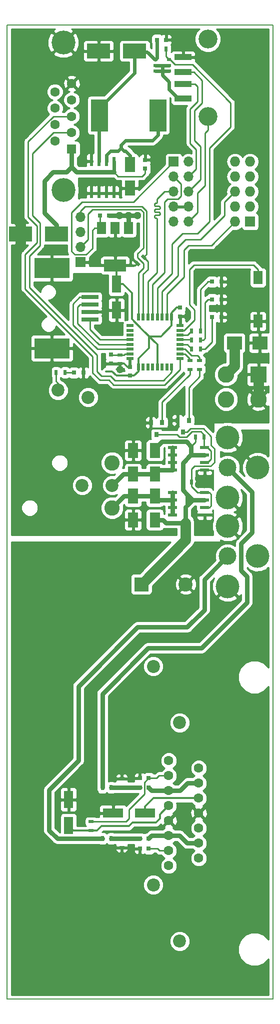
<source format=gbr>
G04 #@! TF.GenerationSoftware,KiCad,Pcbnew,(5.0.0-rc2-dev-311-g1dd4af297)*
G04 #@! TF.CreationDate,2018-07-24T10:12:30+02:00*
G04 #@! TF.ProjectId,resetUSB,72657365745553422E6B696361645F70,1.0*
G04 #@! TF.SameCoordinates,PX29ff57cPY2521014*
G04 #@! TF.FileFunction,Copper,L1,Top,Signal*
G04 #@! TF.FilePolarity,Positive*
%FSLAX46Y46*%
G04 Gerber Fmt 4.6, Leading zero omitted, Abs format (unit mm)*
G04 Created by KiCad (PCBNEW (5.0.0-rc2-dev-311-g1dd4af297)) date 07/24/18 10:12:30*
%MOMM*%
%LPD*%
G01*
G04 APERTURE LIST*
%ADD10C,0.150000*%
%ADD11R,1.727200X1.727200*%
%ADD12O,1.727200X1.727200*%
%ADD13C,2.200000*%
%ADD14R,2.400000X2.400000*%
%ADD15C,2.400000*%
%ADD16R,0.500000X0.900000*%
%ADD17C,1.600000*%
%ADD18R,1.600000X1.600000*%
%ADD19C,4.050000*%
%ADD20R,0.800000X0.750000*%
%ADD21R,1.500000X2.000000*%
%ADD22R,3.800000X2.000000*%
%ADD23R,0.700000X0.510000*%
%ADD24R,1.800000X2.500000*%
%ADD25R,0.600000X1.550000*%
%ADD26R,0.750000X0.800000*%
%ADD27R,4.000000X2.500000*%
%ADD28R,2.900000X5.400000*%
%ADD29R,3.000000X1.000000*%
%ADD30C,3.200000*%
%ADD31C,2.600000*%
%ADD32R,3.000000X0.700000*%
%ADD33R,6.040000X3.400000*%
%ADD34C,4.000000*%
%ADD35C,3.000000*%
%ADD36R,3.500000X1.600000*%
%ADD37R,0.900000X0.500000*%
%ADD38R,1.600000X3.000000*%
%ADD39C,2.800000*%
%ADD40R,2.800000X2.800000*%
%ADD41R,0.800000X0.900000*%
%ADD42R,1.550000X0.600000*%
%ADD43R,0.800000X0.800000*%
%ADD44R,0.600000X1.200000*%
%ADD45R,1.200000X0.600000*%
%ADD46R,1.600000X2.180000*%
%ADD47C,0.500000*%
%ADD48C,0.100000*%
%ADD49R,2.500000X2.300000*%
%ADD50R,1.700000X1.700000*%
%ADD51O,1.700000X1.700000*%
%ADD52C,1.300000*%
%ADD53C,0.250000*%
%ADD54C,1.800000*%
%ADD55C,0.300000*%
%ADD56C,0.750000*%
%ADD57C,0.600000*%
%ADD58C,0.254000*%
G04 APERTURE END LIST*
D10*
X0Y-165000000D02*
X0Y0D01*
X45000000Y-165000000D02*
X0Y-165000000D01*
X45000000Y0D02*
X45000000Y-165000000D01*
X0Y0D02*
X45000000Y0D01*
D11*
X41148000Y-33346000D03*
D12*
X38608000Y-33346000D03*
X41148000Y-30806000D03*
X38608000Y-30806000D03*
X41148000Y-28266000D03*
X38608000Y-28266000D03*
X41148000Y-25726000D03*
X38608000Y-25726000D03*
X41148000Y-23186000D03*
X38608000Y-23186000D03*
D13*
X8626000Y-61884000D03*
X13726000Y-63084000D03*
D14*
X22733000Y-94742000D03*
D15*
X30233000Y-94742000D03*
D16*
X26912000Y-4064000D03*
X25412000Y-4064000D03*
X32754000Y-53340000D03*
X31254000Y-53340000D03*
X32754000Y-51816000D03*
X31254000Y-51816000D03*
X32754000Y-54864000D03*
X31254000Y-54864000D03*
D17*
X8100000Y-11345000D03*
X8100000Y-14115000D03*
X8100000Y-16885000D03*
X8100000Y-19655000D03*
X10940000Y-9960000D03*
X10940000Y-12730000D03*
D18*
X10940000Y-21040000D03*
D17*
X10940000Y-18270000D03*
X10940000Y-15500000D03*
D19*
X9520000Y-3005000D03*
X9520000Y-27995000D03*
D20*
X17260000Y-32258000D03*
X15760000Y-32258000D03*
D21*
X20588000Y-34442000D03*
X15988000Y-34442000D03*
X18288000Y-34442000D03*
D22*
X18288000Y-40742000D03*
D20*
X25412000Y-2540000D03*
X26912000Y-2540000D03*
D23*
X25129000Y-7808000D03*
X25129000Y-6858000D03*
X25129000Y-5908000D03*
X27449000Y-5908000D03*
X27449000Y-6858000D03*
X27449000Y-7808000D03*
D24*
X20828000Y-27654000D03*
X20828000Y-23654000D03*
D25*
X18097000Y-28538000D03*
X16827000Y-28538000D03*
X15557000Y-28538000D03*
X14287000Y-28538000D03*
X14287000Y-23138000D03*
X15557000Y-23138000D03*
X16827000Y-23138000D03*
X18097000Y-23138000D03*
D26*
X23368000Y-22872000D03*
X23368000Y-24372000D03*
D27*
X21592000Y-4445000D03*
X15492000Y-4445000D03*
D28*
X15624000Y-15345000D03*
X25524000Y-15345000D03*
D27*
X2284000Y-35433000D03*
X8384000Y-35433000D03*
D29*
X29790000Y-12500000D03*
X29790000Y-10000000D03*
X29790000Y-5500000D03*
X29790000Y-8000000D03*
D30*
X34000000Y-2430000D03*
X34000000Y-15570000D03*
D13*
X12710000Y-78000000D03*
X17790000Y-78000000D03*
D31*
X17790000Y-81810000D03*
X17790000Y-74190000D03*
D32*
X14000000Y-49875000D03*
X14000000Y-46125000D03*
X14000000Y-48625000D03*
X14000000Y-47375000D03*
D33*
X7580000Y-54800000D03*
X7580000Y-41200000D03*
D34*
X37336500Y-69892000D03*
X37336500Y-80092000D03*
D35*
X37336500Y-74992000D03*
D34*
X42436500Y-74992000D03*
D16*
X17629500Y-137811000D03*
X16129500Y-137811000D03*
D36*
X17949500Y-133489500D03*
X23349500Y-133489500D03*
D37*
X19419500Y-127663000D03*
X19419500Y-129163000D03*
D34*
X42436500Y-89992000D03*
D35*
X37336500Y-89992000D03*
D34*
X37336500Y-95092000D03*
X37336500Y-84892000D03*
D38*
X10405500Y-131212000D03*
X10405500Y-135612000D03*
D37*
X19419500Y-139323000D03*
X19419500Y-137823000D03*
D20*
X22479500Y-137807500D03*
X23979500Y-137807500D03*
X22467500Y-129175000D03*
X23967500Y-129175000D03*
X23979500Y-127585000D03*
X22479500Y-127585000D03*
X23979500Y-139523000D03*
X22479500Y-139523000D03*
D16*
X17629500Y-129175000D03*
X16129500Y-129175000D03*
D17*
X27370000Y-142390000D03*
X27370000Y-139850000D03*
X27370000Y-137310000D03*
X27370000Y-134770000D03*
X27370000Y-132230000D03*
X27370000Y-129690000D03*
X27370000Y-127150000D03*
X27370000Y-124610000D03*
X32450000Y-141120000D03*
X32450000Y-138580000D03*
X32450000Y-136040000D03*
X32450000Y-125880000D03*
X32450000Y-128420000D03*
X32450000Y-130960000D03*
X32450000Y-133500000D03*
D37*
X14215500Y-136448000D03*
X14215500Y-134948000D03*
D13*
X24770000Y-108650000D03*
X29210000Y-118180000D03*
X24770000Y-145650000D03*
X29210000Y-155180000D03*
D39*
X37076000Y-63414000D03*
X37076000Y-59214000D03*
X42576000Y-63414000D03*
D40*
X42576000Y-59214000D03*
D24*
X21335500Y-72082700D03*
X21335500Y-76082700D03*
X25018500Y-76082700D03*
X25018500Y-72082700D03*
X21335500Y-83829700D03*
X21335500Y-79829700D03*
D41*
X25314000Y-69366000D03*
X24364000Y-67366000D03*
X26264000Y-67366000D03*
X29809000Y-68988500D03*
X28859000Y-66988500D03*
X30759000Y-66988500D03*
D24*
X25018500Y-79829700D03*
X25018500Y-83829700D03*
D42*
X28046200Y-75386100D03*
X28046200Y-74116100D03*
X28046200Y-72846100D03*
X28046200Y-71576100D03*
X33446200Y-71576100D03*
X33446200Y-72846100D03*
X33446200Y-74116100D03*
X33446200Y-75386100D03*
X28046200Y-83006100D03*
X28046200Y-81736100D03*
X28046200Y-80466100D03*
X28046200Y-79196100D03*
X33446200Y-79196100D03*
X33446200Y-80466100D03*
X33446200Y-81736100D03*
X33446200Y-83006100D03*
D16*
X29758500Y-77416000D03*
X31258500Y-77416000D03*
X31880800Y-69846800D03*
X33380800Y-69846800D03*
D43*
X12896000Y-58920500D03*
X11296000Y-58920500D03*
D16*
X9798000Y-58879000D03*
X8298000Y-58879000D03*
D44*
X22238143Y-57983228D03*
X23038143Y-57983228D03*
X23838143Y-57983228D03*
X24638143Y-57983228D03*
X25438143Y-57983228D03*
X26238143Y-57983228D03*
X27038143Y-57983228D03*
X27838143Y-57983228D03*
D45*
X29288143Y-56533228D03*
X29288143Y-55733228D03*
X29288143Y-54933228D03*
X29288143Y-54133228D03*
X29288143Y-53333228D03*
X29288143Y-52533228D03*
X29288143Y-51733228D03*
X29288143Y-50933228D03*
D44*
X27838143Y-49483228D03*
X27038143Y-49483228D03*
X26238143Y-49483228D03*
X25438143Y-49483228D03*
X24638143Y-49483228D03*
X23838143Y-49483228D03*
X23038143Y-49483228D03*
X22238143Y-49483228D03*
D45*
X20788143Y-50933228D03*
X20788143Y-51733228D03*
X20788143Y-52533228D03*
X20788143Y-53333228D03*
X20788143Y-54133228D03*
X20788143Y-54933228D03*
X20788143Y-55733228D03*
X20788143Y-56533228D03*
D37*
X19089702Y-57388124D03*
X19089702Y-55888124D03*
D26*
X17565702Y-57376124D03*
X17565702Y-55876124D03*
D38*
X18542000Y-48301000D03*
X18542000Y-43901000D03*
D46*
X42500000Y-42800000D03*
X42500000Y-50200000D03*
D47*
X22075670Y-40408330D03*
D48*
G36*
X21934249Y-39913355D02*
X22570645Y-40549751D01*
X22217091Y-40903305D01*
X21580695Y-40266909D01*
X21934249Y-39913355D01*
X21934249Y-39913355D01*
G37*
D47*
X23136330Y-39347670D03*
D48*
G36*
X22994909Y-38852695D02*
X23631305Y-39489091D01*
X23277751Y-39842645D01*
X22641355Y-39206249D01*
X22994909Y-38852695D01*
X22994909Y-38852695D01*
G37*
D43*
X36300000Y-49500000D03*
X34700000Y-49500000D03*
X36300000Y-43500000D03*
X34700000Y-43500000D03*
D37*
X32617800Y-58346800D03*
X32617800Y-56846800D03*
D26*
X20792200Y-57919800D03*
X20792200Y-59419800D03*
X29275800Y-47886800D03*
X29275800Y-49386800D03*
D43*
X34700000Y-46500000D03*
X36300000Y-46500000D03*
D49*
X38490000Y-53880000D03*
X42790000Y-53880000D03*
D50*
X12446000Y-40204000D03*
D51*
X12446000Y-37664000D03*
X12446000Y-35124000D03*
X12446000Y-32584000D03*
D37*
X30941400Y-56846800D03*
X30941400Y-58346800D03*
D50*
X28194000Y-23186000D03*
D51*
X30734000Y-23186000D03*
X28194000Y-25726000D03*
X30734000Y-25726000D03*
X28194000Y-28266000D03*
X30734000Y-28266000D03*
X28194000Y-30806000D03*
X30734000Y-30806000D03*
X28194000Y-33346000D03*
X30734000Y-33346000D03*
D52*
X14605000Y-132969000D03*
X32385000Y-76835000D03*
X34290000Y-85471000D03*
X33274000Y-85471000D03*
X32258000Y-84455000D03*
X33274000Y-84455000D03*
X32258000Y-85471000D03*
X34290000Y-84455000D03*
X33401000Y-76835000D03*
X34417000Y-76835000D03*
X34417000Y-77851000D03*
X33401000Y-77851000D03*
X32385000Y-77851000D03*
X16002000Y-26670000D03*
X14478000Y-26670000D03*
X12954000Y-26670000D03*
X17526000Y-26670000D03*
X22606000Y-67310000D03*
X15875000Y-51562000D03*
X17399000Y-51562000D03*
X18923000Y-51562000D03*
X22078000Y-32258000D03*
X19050000Y-32258000D03*
X20574000Y-32258000D03*
X19090400Y-58415800D03*
X30535191Y-49371793D03*
D53*
X32131000Y-75676300D02*
X32131000Y-76073000D01*
X32258000Y-76708000D02*
X32385000Y-76835000D01*
X32421200Y-75386100D02*
X33446200Y-75386100D01*
X32421200Y-75386100D02*
X32131000Y-75676300D01*
X32131000Y-76581000D02*
X32385000Y-76835000D01*
X32131000Y-76073000D02*
X32131000Y-76581000D01*
X34492100Y-75386100D02*
X34798000Y-75692000D01*
X33446200Y-75386100D02*
X34492100Y-75386100D01*
X34798000Y-75692000D02*
X34798000Y-76327000D01*
X34798000Y-76327000D02*
X34417000Y-76835000D01*
D54*
X2284000Y-37340000D02*
X1524000Y-38100000D01*
X2284000Y-35433000D02*
X2284000Y-37340000D01*
X1524000Y-38100000D02*
X1524000Y-38862000D01*
X1778000Y-33020000D02*
X1778000Y-31496000D01*
X2284000Y-33526000D02*
X1778000Y-33020000D01*
X2284000Y-35433000D02*
X2284000Y-33526000D01*
D55*
X28215000Y-68326000D02*
X24151000Y-68326000D01*
X28476500Y-68064500D02*
X28215000Y-68326000D01*
X24151000Y-68326000D02*
X23142500Y-69334500D01*
X23142500Y-69334500D02*
X23142500Y-71740500D01*
X23142500Y-71740500D02*
X22800300Y-72082700D01*
X22800300Y-72082700D02*
X21335500Y-72082700D01*
D54*
X42576000Y-59214000D02*
X42576000Y-63414000D01*
D56*
X20574000Y-32258000D02*
X22078000Y-32258000D01*
X19050000Y-32258000D02*
X17260000Y-32258000D01*
X20574000Y-32258000D02*
X19050000Y-32258000D01*
X20588000Y-32272000D02*
X20574000Y-32258000D01*
X20588000Y-34442000D02*
X20588000Y-32272000D01*
D57*
X15624000Y-14095000D02*
X21592000Y-8127000D01*
X15624000Y-15345000D02*
X15624000Y-14095000D01*
X21592000Y-8127000D02*
X21592000Y-4445000D01*
X23698000Y-4572000D02*
X21719000Y-4572000D01*
X21719000Y-4572000D02*
X21592000Y-4445000D01*
X25034000Y-5908000D02*
X23698000Y-4572000D01*
X25129000Y-5908000D02*
X25034000Y-5908000D01*
X25412000Y-4064000D02*
X25412000Y-5625000D01*
X25412000Y-5625000D02*
X25129000Y-5908000D01*
X15557000Y-23138000D02*
X15557000Y-15412000D01*
X15557000Y-15412000D02*
X15624000Y-15345000D01*
X25412000Y-2540000D02*
X25412000Y-4064000D01*
D55*
X17792000Y-58686000D02*
X16764000Y-58686000D01*
X18525800Y-59419800D02*
X17792000Y-58686000D01*
X20792200Y-59419800D02*
X18525800Y-59419800D01*
X22075670Y-40408330D02*
X21742000Y-40742000D01*
X21742000Y-40742000D02*
X18288000Y-40742000D01*
X22882882Y-51577966D02*
X21148000Y-49843084D01*
X21148000Y-49843084D02*
X21148000Y-45407000D01*
X21148000Y-45407000D02*
X19642000Y-43901000D01*
X19642000Y-43901000D02*
X18542000Y-43901000D01*
X18542000Y-43901000D02*
X18542000Y-40996000D01*
X18542000Y-40996000D02*
X18288000Y-40742000D01*
X13788000Y-40204000D02*
X14326000Y-40742000D01*
X12446000Y-40204000D02*
X13788000Y-40204000D01*
X14326000Y-40742000D02*
X18288000Y-40742000D01*
D54*
X22733000Y-94742000D02*
X30226000Y-87249000D01*
X30226000Y-87249000D02*
X30226000Y-84328000D01*
D53*
X8626000Y-60696000D02*
X8626000Y-61884000D01*
X8298000Y-60368000D02*
X8626000Y-60696000D01*
X8298000Y-58879000D02*
X8298000Y-60368000D01*
D56*
X30226000Y-84328000D02*
X30226000Y-81634000D01*
X30480000Y-81380000D02*
X30560000Y-81300000D01*
D57*
X30226000Y-81634000D02*
X30480000Y-81380000D01*
D56*
X26425700Y-83829700D02*
X26924000Y-84328000D01*
X26425700Y-83829700D02*
X25018500Y-83829700D01*
X26924000Y-84328000D02*
X30226000Y-84328000D01*
X18097000Y-24955000D02*
X11783000Y-24955000D01*
X11783000Y-24955000D02*
X10940000Y-24112000D01*
D57*
X18097000Y-23138000D02*
X18097000Y-24955000D01*
D53*
X18097000Y-24955000D02*
X18796000Y-25654000D01*
X23368000Y-25146000D02*
X23368000Y-24372000D01*
X22860000Y-25654000D02*
X23368000Y-25146000D01*
X18796000Y-25654000D02*
X22860000Y-25654000D01*
D56*
X7811000Y-24955000D02*
X10097000Y-24955000D01*
X10097000Y-24955000D02*
X10940000Y-24112000D01*
X8384000Y-33933000D02*
X6350000Y-31899000D01*
X8384000Y-35433000D02*
X8384000Y-33933000D01*
X6350000Y-31899000D02*
X6350000Y-26416000D01*
X6350000Y-26416000D02*
X7811000Y-24955000D01*
X10940000Y-24112000D02*
X10940000Y-21040000D01*
D53*
X25477000Y-139523000D02*
X25804000Y-139850000D01*
X23979500Y-139523000D02*
X25477000Y-139523000D01*
X25804000Y-139850000D02*
X27370000Y-139850000D01*
X25323000Y-127585000D02*
X25758000Y-127150000D01*
X23979500Y-127585000D02*
X25323000Y-127585000D01*
X25758000Y-127150000D02*
X27370000Y-127150000D01*
X33528000Y-54864000D02*
X34700000Y-53692000D01*
X32754000Y-54864000D02*
X33528000Y-54864000D01*
X34700000Y-53692000D02*
X34700000Y-50150000D01*
X34700000Y-50150000D02*
X34700000Y-49500000D01*
X33254000Y-53340000D02*
X33528000Y-53066000D01*
X32754000Y-53340000D02*
X33254000Y-53340000D01*
X33528000Y-53066000D02*
X33528000Y-46990000D01*
X33528000Y-46990000D02*
X34018000Y-46500000D01*
X34018000Y-46500000D02*
X34700000Y-46500000D01*
D56*
X21335500Y-79829700D02*
X19770300Y-79829700D01*
X19770300Y-79829700D02*
X17790000Y-81810000D01*
D53*
X23622000Y-38862000D02*
X23622000Y-31496000D01*
X23136330Y-39347670D02*
X23622000Y-38862000D01*
X23622000Y-31496000D02*
X22860000Y-30734000D01*
X22860000Y-30734000D02*
X13208000Y-30734000D01*
X13208000Y-30734000D02*
X12446000Y-31496000D01*
X12446000Y-31496000D02*
X12446000Y-32584000D01*
X23038143Y-42239857D02*
X23876000Y-41402000D01*
X23038143Y-49483228D02*
X23038143Y-42239857D01*
X23876000Y-41402000D02*
X23876000Y-40087340D01*
X23876000Y-40087340D02*
X23136330Y-39347670D01*
X30941400Y-59228600D02*
X26264000Y-63906000D01*
X30941400Y-58346800D02*
X30941400Y-59228600D01*
X26264000Y-63906000D02*
X26264000Y-66666000D01*
X26264000Y-66666000D02*
X26264000Y-67366000D01*
X34228900Y-81736100D02*
X34561200Y-81403800D01*
X33446200Y-81736100D02*
X34228900Y-81736100D01*
X34561200Y-81403800D02*
X34561200Y-79524200D01*
X34561200Y-79524200D02*
X34233100Y-79196100D01*
X34233100Y-79196100D02*
X33446200Y-79196100D01*
X32617800Y-59584200D02*
X30759000Y-61443000D01*
X32617800Y-58346800D02*
X32617800Y-59584200D01*
X30759000Y-61443000D02*
X30759000Y-66988500D01*
X32258000Y-35306000D02*
X34290000Y-33274000D01*
X29718000Y-35306000D02*
X32258000Y-35306000D01*
X27940000Y-37084000D02*
X29718000Y-35306000D01*
X25438143Y-44609447D02*
X27940000Y-42107590D01*
X27940000Y-42107590D02*
X27940000Y-37084000D01*
X25438143Y-49483228D02*
X25438143Y-44609447D01*
X34290000Y-33274000D02*
X34290000Y-20828000D01*
X34290000Y-20828000D02*
X37846000Y-17272000D01*
X37846000Y-17272000D02*
X37846000Y-13208000D01*
X37846000Y-13208000D02*
X31369000Y-6731000D01*
X31369000Y-6731000D02*
X28435998Y-6731000D01*
X27612998Y-5908000D02*
X27449000Y-5908000D01*
X28435998Y-6731000D02*
X27612998Y-5908000D01*
X32766000Y-36322000D02*
X36830000Y-32258000D01*
X30226000Y-36322000D02*
X32766000Y-36322000D01*
X28956000Y-37592000D02*
X30226000Y-36322000D01*
X26238143Y-45135857D02*
X28956000Y-42418000D01*
X28956000Y-42418000D02*
X28956000Y-37592000D01*
X26238143Y-49483228D02*
X26238143Y-45135857D01*
X36830000Y-32258000D02*
X36830000Y-30044000D01*
X36830000Y-30044000D02*
X38608000Y-28266000D01*
X27038143Y-45605857D02*
X29972000Y-42672000D01*
X27038143Y-49483228D02*
X27038143Y-45605857D01*
X29972000Y-42672000D02*
X29972000Y-38100000D01*
X29972000Y-38100000D02*
X30734000Y-37338000D01*
X30734000Y-37338000D02*
X34616000Y-37338000D01*
X34616000Y-37338000D02*
X38608000Y-33346000D01*
X30861000Y-47371000D02*
X31750000Y-48260000D01*
X42500000Y-42800000D02*
X42500000Y-41460000D01*
X30861000Y-41402000D02*
X30861000Y-47371000D01*
X31623000Y-40640000D02*
X30861000Y-41402000D01*
X42500000Y-41460000D02*
X41680000Y-40640000D01*
X29973145Y-51733228D02*
X29288143Y-51733228D01*
X41680000Y-40640000D02*
X31623000Y-40640000D01*
X31750000Y-48260000D02*
X31750000Y-49956373D01*
X31750000Y-49956373D02*
X29973145Y-51733228D01*
X32754000Y-51816000D02*
X32754000Y-44796000D01*
X32754000Y-44796000D02*
X34050000Y-43500000D01*
X34050000Y-43500000D02*
X34700000Y-43500000D01*
X33528000Y-27250000D02*
X33528000Y-18304741D01*
X33528000Y-18304741D02*
X34000000Y-17832741D01*
X34000000Y-17832741D02*
X34000000Y-15570000D01*
X31254000Y-54864000D02*
X30523228Y-54133228D01*
X30523228Y-54133228D02*
X29288143Y-54133228D01*
X29288143Y-53333228D02*
X31247228Y-53333228D01*
X31247228Y-53333228D02*
X31254000Y-53340000D01*
X32258000Y-31822000D02*
X30734000Y-33346000D01*
X33528000Y-27250000D02*
X32258000Y-28520000D01*
X32258000Y-28520000D02*
X32258000Y-31822000D01*
X32766000Y-26234000D02*
X32766000Y-20574000D01*
X32766000Y-26234000D02*
X30734000Y-28266000D01*
X31750000Y-19558000D02*
X32766000Y-20574000D01*
X31750000Y-14478000D02*
X31750000Y-19558000D01*
X33020000Y-13208000D02*
X31750000Y-14478000D01*
X33020000Y-9398000D02*
X33020000Y-13208000D01*
X29790000Y-8000000D02*
X31622000Y-8000000D01*
X31622000Y-8000000D02*
X33020000Y-9398000D01*
X32004000Y-24456000D02*
X32004000Y-21082000D01*
X32004000Y-24456000D02*
X30734000Y-25726000D01*
X30988000Y-20066000D02*
X32004000Y-21082000D01*
X30988000Y-14224000D02*
X30988000Y-20066000D01*
X32258000Y-12954000D02*
X30988000Y-14224000D01*
X32258000Y-10414000D02*
X32258000Y-12954000D01*
X29790000Y-10000000D02*
X31844000Y-10000000D01*
X31844000Y-10000000D02*
X32258000Y-10414000D01*
X30370000Y-69847000D02*
X29207000Y-69847000D01*
X31310000Y-68907000D02*
X30370000Y-69847000D01*
X32834000Y-68907000D02*
X31310000Y-68907000D01*
X33370000Y-69443000D02*
X32834000Y-68907000D01*
X33446200Y-71576100D02*
X33370000Y-71499900D01*
X33370000Y-71499900D02*
X33370000Y-69443000D01*
X29207000Y-69847000D02*
X28726000Y-69366000D01*
X28726000Y-69366000D02*
X25314000Y-69366000D01*
X35080500Y-74141802D02*
X34481201Y-74741101D01*
X34546201Y-69727199D02*
X34546201Y-71213201D01*
X34546201Y-71213201D02*
X35080500Y-71747500D01*
X35080500Y-71747500D02*
X35080500Y-74141802D01*
D55*
X19089702Y-58415102D02*
X19090400Y-58415800D01*
X19089702Y-57388124D02*
X19089702Y-58415102D01*
X20364369Y-57922369D02*
X19830124Y-57388124D01*
X20817423Y-57922369D02*
X20364369Y-57922369D01*
X19830124Y-57388124D02*
X19089702Y-57388124D01*
X20817423Y-57922369D02*
X20788143Y-57893089D01*
X20788143Y-57893089D02*
X20788143Y-56533228D01*
X29288144Y-50933228D02*
X29277956Y-50923040D01*
X29277956Y-50923040D02*
X29277956Y-49403372D01*
X17577702Y-57388124D02*
X17565702Y-57376124D01*
X19089702Y-57388123D02*
X17577702Y-57388124D01*
X27838143Y-50933228D02*
X27838143Y-49483228D01*
X27838143Y-49483228D02*
X27838143Y-48777966D01*
X26025972Y-52745400D02*
X27838143Y-50933228D01*
X24050315Y-52745400D02*
X26025972Y-52745400D01*
X27838143Y-48777966D02*
X28712737Y-47903373D01*
X28712737Y-47903373D02*
X29277956Y-47903373D01*
X22238143Y-58688489D02*
X21504264Y-59422368D01*
X22238143Y-57983228D02*
X22238143Y-58688489D01*
X21504264Y-59422368D02*
X20817423Y-59422368D01*
X24050315Y-54721056D02*
X22238143Y-56533228D01*
X24050315Y-52745400D02*
X24050315Y-54721056D01*
X22238143Y-56533228D02*
X22238143Y-57983228D01*
X22882882Y-51577966D02*
X24050315Y-52745400D01*
X22882882Y-51577966D02*
X25438144Y-54133228D01*
X25438144Y-54133228D02*
X25438144Y-57983228D01*
D53*
X20099500Y-134948000D02*
X20637500Y-134410000D01*
X23242499Y-130257001D02*
X20637500Y-132862000D01*
X14215500Y-134948000D02*
X20099500Y-134948000D01*
X23954500Y-127585000D02*
X23242499Y-128297001D01*
X20637500Y-132862000D02*
X20637500Y-134410000D01*
X23242499Y-128297001D02*
X23242499Y-130257001D01*
D56*
X30508500Y-81351500D02*
X30560000Y-81300000D01*
X29746500Y-78818700D02*
X30560000Y-79632200D01*
X30560000Y-79632200D02*
X31368500Y-80440700D01*
X30560000Y-81300000D02*
X31393900Y-80466100D01*
X30560000Y-79632200D02*
X30560000Y-81300000D01*
X29746500Y-78183700D02*
X29746500Y-78818700D01*
D53*
X31126500Y-71401500D02*
X31880800Y-70647200D01*
X31880800Y-70647200D02*
X31880800Y-69846800D01*
D56*
X29758500Y-77416000D02*
X29758500Y-78171700D01*
X29758500Y-78171700D02*
X29746500Y-78183700D01*
X31647900Y-80466100D02*
X31393900Y-80466100D01*
X25018500Y-71782500D02*
X25018500Y-72082700D01*
X30334000Y-70609000D02*
X26192000Y-70609000D01*
X26192000Y-70609000D02*
X25018500Y-71782500D01*
X31126500Y-72808700D02*
X31126500Y-71401500D01*
X31126500Y-71401500D02*
X30334000Y-70609000D01*
X31647900Y-80466100D02*
X33446200Y-80466100D01*
X31163900Y-72846100D02*
X33446200Y-72846100D01*
X31126500Y-72808700D02*
X31163900Y-72846100D01*
X29746500Y-74188700D02*
X29746500Y-78183700D01*
X31126500Y-72808700D02*
X29746500Y-74188700D01*
X31368500Y-80440700D02*
X31393900Y-80466100D01*
X25654900Y-80466100D02*
X25018500Y-79829700D01*
X28046200Y-80212100D02*
X28046200Y-81482100D01*
X28046200Y-82117100D02*
X28046200Y-82752100D01*
X28046200Y-80466100D02*
X28046200Y-79196100D01*
X21335500Y-79829700D02*
X25018500Y-79829700D01*
X28046200Y-80466100D02*
X25654900Y-80466100D01*
X28046200Y-81482100D02*
X28046200Y-82117100D01*
D53*
X33921200Y-74116100D02*
X34546201Y-73491099D01*
X33921200Y-71576100D02*
X33446200Y-71576100D01*
X34546201Y-72201101D02*
X33921200Y-71576100D01*
X34546201Y-72846100D02*
X34546201Y-72201101D01*
X34546201Y-73491099D02*
X34546201Y-72846100D01*
X33446200Y-74116100D02*
X33921200Y-74116100D01*
X29809000Y-68988500D02*
X30466500Y-68988500D01*
X33218002Y-68399000D02*
X34546201Y-69727199D01*
X31056000Y-68399000D02*
X33218002Y-68399000D01*
X30466500Y-68988500D02*
X31056000Y-68399000D01*
X31258500Y-75188500D02*
X31258500Y-76716000D01*
X34481201Y-74741101D02*
X31705899Y-74741101D01*
X31705899Y-74741101D02*
X31258500Y-75188500D01*
X31258500Y-76716000D02*
X31258500Y-77416000D01*
X33446200Y-79196100D02*
X33420800Y-79170700D01*
X33420800Y-79170700D02*
X32216700Y-79170700D01*
X31258500Y-78212500D02*
X31258500Y-78116000D01*
X31258500Y-78116000D02*
X31258500Y-77416000D01*
X32216700Y-79170700D02*
X31258500Y-78212500D01*
D55*
X28546000Y-67995000D02*
X28859000Y-67682000D01*
X28859000Y-67038500D02*
X28859000Y-67682000D01*
D53*
X26912000Y-4064000D02*
X26912000Y-5371000D01*
X26912000Y-5371000D02*
X27449000Y-5908000D01*
X22098000Y-38735000D02*
X23053000Y-37780000D01*
X23114000Y-40386000D02*
X22098000Y-39370000D01*
X13716000Y-32004000D02*
X13716000Y-36394000D01*
X22098000Y-39370000D02*
X22098000Y-38735000D01*
X23053000Y-37780000D02*
X23053000Y-31689000D01*
X23114000Y-41148000D02*
X23114000Y-40386000D01*
X22238143Y-49483228D02*
X22238143Y-42023857D01*
X22238143Y-42023857D02*
X23114000Y-41148000D01*
X23053000Y-31689000D02*
X22606000Y-31242000D01*
X14478000Y-31242000D02*
X13716000Y-32004000D01*
X22606000Y-31242000D02*
X14478000Y-31242000D01*
X13716000Y-36394000D02*
X12446000Y-37664000D01*
X15741228Y-53333228D02*
X14000000Y-51592000D01*
X20788143Y-53333228D02*
X15741228Y-53333228D01*
X14000000Y-51592000D02*
X14000000Y-49875000D01*
X15309228Y-54933228D02*
X11176000Y-50800000D01*
X20788143Y-54933228D02*
X15309228Y-54933228D01*
X11176000Y-50800000D02*
X11176000Y-47244000D01*
X11176000Y-47244000D02*
X12295000Y-46125000D01*
X12295000Y-46125000D02*
X14000000Y-46125000D01*
X15525228Y-54133228D02*
X11938000Y-50546000D01*
X20788143Y-54133228D02*
X15525228Y-54133228D01*
X11938000Y-50546000D02*
X11938000Y-47752000D01*
X11938000Y-47752000D02*
X12315000Y-47375000D01*
X12315000Y-47375000D02*
X14000000Y-47375000D01*
X30138143Y-55733228D02*
X30924500Y-56519585D01*
X29288143Y-55733228D02*
X30138143Y-55733228D01*
X30924500Y-56519585D02*
X30924500Y-56832500D01*
X30138143Y-54933228D02*
X31211915Y-56007000D01*
X29288143Y-54933228D02*
X30138143Y-54933228D01*
X31211915Y-56007000D02*
X32258000Y-56007000D01*
X32258000Y-56007000D02*
X32617800Y-56366800D01*
X32617800Y-56366800D02*
X32617800Y-56846800D01*
X29288143Y-52533228D02*
X30536772Y-52533228D01*
X30536772Y-52533228D02*
X31254000Y-51816000D01*
D56*
X29314000Y-129690000D02*
X30584000Y-128420000D01*
X27370000Y-129690000D02*
X29314000Y-129690000D01*
X30584000Y-128420000D02*
X32450000Y-128420000D01*
X27370000Y-129690000D02*
X24482500Y-129690000D01*
X24482500Y-129690000D02*
X23967500Y-129175000D01*
X19419500Y-129163000D02*
X17641500Y-129163000D01*
X19431500Y-129175000D02*
X19419500Y-129163000D01*
X17641500Y-129163000D02*
X17629500Y-129175000D01*
X22467500Y-129175000D02*
X19431500Y-129175000D01*
D55*
X32450000Y-130960000D02*
X24779000Y-130960000D01*
X24779000Y-130960000D02*
X23349500Y-132389500D01*
X23349500Y-132389500D02*
X23349500Y-133489500D01*
X25217001Y-135056999D02*
X25908000Y-134366000D01*
X21260501Y-135056999D02*
X25217001Y-135056999D01*
X20619500Y-135698000D02*
X21260501Y-135056999D01*
X15993500Y-135698000D02*
X20619500Y-135698000D01*
X14215500Y-136448000D02*
X15243500Y-136448000D01*
X15243500Y-136448000D02*
X15993500Y-135698000D01*
X25908000Y-134366000D02*
X25908000Y-133692000D01*
X25908000Y-133692000D02*
X27370000Y-132230000D01*
X11241500Y-136448000D02*
X10405500Y-135612000D01*
X14215500Y-136448000D02*
X11241500Y-136448000D01*
D56*
X27370000Y-137310000D02*
X29210000Y-137310000D01*
X32450000Y-138580000D02*
X30480000Y-138580000D01*
X30480000Y-138580000D02*
X29210000Y-137310000D01*
X27370000Y-137310000D02*
X24477000Y-137310000D01*
X24477000Y-137310000D02*
X23979500Y-137807500D01*
X17641500Y-137823000D02*
X17629500Y-137811000D01*
X22464000Y-137823000D02*
X22479500Y-137807500D01*
X19419500Y-137823000D02*
X22464000Y-137823000D01*
X19431500Y-137811000D02*
X19419500Y-137823000D01*
X19419500Y-137823000D02*
X17641500Y-137823000D01*
X21335500Y-76082700D02*
X19707300Y-76082700D01*
X19707300Y-76082700D02*
X17790000Y-78000000D01*
X28046200Y-75386100D02*
X28046200Y-74116100D01*
X25018500Y-76082700D02*
X25036300Y-76082700D01*
X28046200Y-72846100D02*
X28046200Y-71576100D01*
X21335500Y-76082700D02*
X25018500Y-76082700D01*
X28046200Y-75386100D02*
X25715100Y-75386100D01*
X25715100Y-75386100D02*
X25018500Y-76082700D01*
X28046200Y-74116100D02*
X28046200Y-72846100D01*
D53*
X19938143Y-55733228D02*
X19938143Y-55739683D01*
X19938143Y-55739683D02*
X19789702Y-55888124D01*
X19789702Y-55888124D02*
X19089702Y-55888124D01*
X19886371Y-55785000D02*
X19938143Y-55733228D01*
X20788143Y-55733228D02*
X19938143Y-55733228D01*
X17565702Y-55876124D02*
X17577702Y-55888124D01*
X17577702Y-55888124D02*
X19089702Y-55888124D01*
D55*
X29309535Y-49371793D02*
X30535191Y-49371793D01*
X29277956Y-49403372D02*
X29309535Y-49371793D01*
D57*
X29010000Y-12500000D02*
X27432000Y-10922000D01*
X29790000Y-12500000D02*
X29010000Y-12500000D01*
X27432000Y-10922000D02*
X27432000Y-9652000D01*
X27432000Y-9652000D02*
X26289000Y-8509000D01*
X26289000Y-8509000D02*
X26289000Y-7808000D01*
X26289000Y-6858000D02*
X26289000Y-7808000D01*
X26289000Y-7808000D02*
X25129000Y-7808000D01*
X26289000Y-6858000D02*
X27449000Y-6858000D01*
X25129000Y-6858000D02*
X26289000Y-6858000D01*
X27449000Y-7808000D02*
X26289000Y-7808000D01*
D53*
X11296000Y-58920500D02*
X9839500Y-58920500D01*
X9839500Y-58920500D02*
X9798000Y-58879000D01*
D56*
X16129500Y-129175000D02*
X16129500Y-113283500D01*
X40632000Y-97798000D02*
X40632000Y-96474000D01*
X41500000Y-85954000D02*
X41500000Y-79155500D01*
X39616000Y-87838000D02*
X41500000Y-85954000D01*
X38836499Y-76491999D02*
X37336500Y-74992000D01*
X39616000Y-92410000D02*
X39616000Y-87838000D01*
X40632000Y-93426000D02*
X39616000Y-92410000D01*
X40632000Y-96474000D02*
X40632000Y-93426000D01*
X41500000Y-79155500D02*
X38836499Y-76491999D01*
X32893000Y-105537000D02*
X40632000Y-97798000D01*
X23876000Y-105537000D02*
X32893000Y-105537000D01*
X16129500Y-113283500D02*
X23876000Y-105537000D01*
X33401000Y-94742000D02*
X33401000Y-93927500D01*
X33401000Y-93927500D02*
X37336500Y-89992000D01*
X33401000Y-94742000D02*
X33401000Y-99060000D01*
X7112000Y-130556000D02*
X7112000Y-129540000D01*
X7112000Y-136398000D02*
X7112000Y-130556000D01*
X16129500Y-137811000D02*
X8525000Y-137811000D01*
X8525000Y-137811000D02*
X7112000Y-136398000D01*
X30480000Y-101981000D02*
X33401000Y-99060000D01*
X22098000Y-101981000D02*
X30480000Y-101981000D01*
X12065000Y-112014000D02*
X22098000Y-101981000D01*
X12065000Y-124587000D02*
X12065000Y-112014000D01*
X7112000Y-129540000D02*
X12065000Y-124587000D01*
D57*
X24638000Y-19558000D02*
X25524000Y-18672000D01*
X25524000Y-18672000D02*
X25524000Y-15345000D01*
X20066000Y-19558000D02*
X24638000Y-19558000D01*
X19304000Y-20320000D02*
X20066000Y-19558000D01*
X19304000Y-20828000D02*
X19304000Y-20320000D01*
X19304000Y-20828000D02*
X19812000Y-21336000D01*
X19812000Y-21336000D02*
X20066000Y-21336000D01*
X18796000Y-21336000D02*
X19304000Y-20828000D01*
X17526000Y-21336000D02*
X18796000Y-21336000D01*
X20828000Y-22098000D02*
X20066000Y-21336000D01*
X20828000Y-23654000D02*
X20828000Y-22098000D01*
X17526000Y-21336000D02*
X16827000Y-22035000D01*
X16827000Y-22035000D02*
X16827000Y-23138000D01*
D53*
X12700000Y-29972000D02*
X20828000Y-29972000D01*
X28194000Y-23186000D02*
X21408000Y-29972000D01*
X21408000Y-29972000D02*
X20828000Y-29972000D01*
X11493500Y-38925500D02*
X10922000Y-38354000D01*
X13398500Y-38925500D02*
X11493500Y-38925500D01*
X10922000Y-31750000D02*
X12700000Y-29972000D01*
X14478000Y-37846000D02*
X13398500Y-38925500D01*
X14478000Y-34798000D02*
X14478000Y-37846000D01*
X15988000Y-34442000D02*
X14834000Y-34442000D01*
X14834000Y-34442000D02*
X14478000Y-34798000D01*
X10922000Y-38354000D02*
X10922000Y-31750000D01*
X15760000Y-32258000D02*
X15760000Y-34214000D01*
X15760000Y-34214000D02*
X15988000Y-34442000D01*
X5588000Y-37338000D02*
X3810000Y-39116000D01*
X10940000Y-18270000D02*
X7819998Y-18270000D01*
X15240000Y-58674000D02*
X16002000Y-59436000D01*
X5588000Y-33528000D02*
X5588000Y-37338000D01*
X4318000Y-32258000D02*
X5588000Y-33528000D01*
X4318000Y-21771998D02*
X4318000Y-32258000D01*
X7819998Y-18270000D02*
X4318000Y-21771998D01*
X3810000Y-39116000D02*
X3810000Y-44450000D01*
X16002000Y-59436000D02*
X17526000Y-59436000D01*
X27838143Y-58833228D02*
X27838143Y-57983228D01*
X3810000Y-44450000D02*
X15240000Y-55880000D01*
X15240000Y-55880000D02*
X15240000Y-58674000D01*
X17526000Y-59436000D02*
X18288000Y-60198000D01*
X18288000Y-60198000D02*
X26473371Y-60198000D01*
X26473371Y-60198000D02*
X27838143Y-58833228D01*
X29288143Y-58341857D02*
X26670000Y-60960000D01*
X29288143Y-56533228D02*
X29288143Y-58341857D01*
X26670000Y-60960000D02*
X18034000Y-60960000D01*
X18034000Y-60960000D02*
X17260000Y-60186000D01*
X17260000Y-60186000D02*
X16764000Y-60186000D01*
X14478000Y-58928000D02*
X15736000Y-60186000D01*
X15736000Y-60186000D02*
X16764000Y-60186000D01*
X5080000Y-36830000D02*
X5080000Y-34036000D01*
X3048000Y-38862000D02*
X5080000Y-36830000D01*
X3048000Y-44704000D02*
X3048000Y-38862000D01*
X14478000Y-56134000D02*
X3048000Y-44704000D01*
X3556000Y-19763998D02*
X7819998Y-15500000D01*
X14478000Y-58928000D02*
X14478000Y-56134000D01*
X5080000Y-34036000D02*
X3556000Y-32512000D01*
X3556000Y-32512000D02*
X3556000Y-19763998D01*
X7819998Y-15500000D02*
X10940000Y-15500000D01*
D54*
X38490000Y-53880000D02*
X38490000Y-57800000D01*
X38490000Y-57800000D02*
X37076000Y-59214000D01*
D53*
X25864832Y-32039007D02*
X25847425Y-32088755D01*
X25864832Y-31904992D02*
X25870733Y-31957366D01*
X25017884Y-30258715D02*
X24980616Y-30295983D01*
X25635367Y-31722000D02*
X25687741Y-31727901D01*
X25112259Y-31716098D02*
X25164633Y-31722000D01*
X25870733Y-31986634D02*
X25864832Y-32039007D01*
X25687741Y-31727901D02*
X25737489Y-31745308D01*
X25062511Y-31698691D02*
X25112259Y-31716098D01*
X25394098Y-32904992D02*
X25400000Y-32957366D01*
X25017884Y-31670650D02*
X25062511Y-31698691D01*
X25062511Y-32698691D02*
X25112259Y-32716098D01*
X25112259Y-32227901D02*
X25062511Y-32245308D01*
X24980616Y-31633382D02*
X25017884Y-31670650D01*
X24980616Y-32310617D02*
X24952575Y-32355244D01*
X24952575Y-31588755D02*
X24980616Y-31633382D01*
X25635367Y-32222000D02*
X25164633Y-32222000D01*
X24935168Y-31539007D02*
X24952575Y-31588755D01*
X25311382Y-32773349D02*
X25348650Y-32810617D01*
X25687741Y-32216098D02*
X25635367Y-32222000D01*
X24929267Y-31486634D02*
X24935168Y-31539007D01*
X24929267Y-32486634D02*
X24935168Y-32539007D01*
X24929267Y-31457366D02*
X24929267Y-31486634D01*
X24935168Y-31404992D02*
X24929267Y-31457366D01*
X25737489Y-31745308D02*
X25782116Y-31773349D01*
X24980616Y-30295983D02*
X24952575Y-30340610D01*
X24952575Y-31355244D02*
X24935168Y-31404992D01*
X25870733Y-31957366D02*
X25870733Y-31986634D01*
X28194000Y-28266000D02*
X26670000Y-28266000D01*
X24980616Y-31310617D02*
X24952575Y-31355244D01*
X25164633Y-31722000D02*
X25635367Y-31722000D01*
X25017884Y-31273349D02*
X24980616Y-31310617D01*
X25062511Y-31245308D02*
X25017884Y-31273349D01*
X25112259Y-31227901D02*
X25062511Y-31245308D01*
X25164633Y-31222000D02*
X25112259Y-31227901D01*
X25635367Y-31222000D02*
X25164633Y-31222000D01*
X25687741Y-31216098D02*
X25635367Y-31222000D01*
X25737489Y-31198691D02*
X25687741Y-31216098D01*
X25782116Y-31773349D02*
X25819384Y-31810617D01*
X25782116Y-31170650D02*
X25737489Y-31198691D01*
X25819384Y-31133382D02*
X25782116Y-31170650D01*
X25847425Y-31088755D02*
X25819384Y-31133382D01*
X25864832Y-31039007D02*
X25847425Y-31088755D01*
X24935168Y-30390358D02*
X24929267Y-30442732D01*
X24935168Y-30524373D02*
X24952575Y-30574121D01*
X25782116Y-32170650D02*
X25737489Y-32198691D01*
X25112259Y-30213267D02*
X25062511Y-30230674D01*
X25819384Y-31810617D02*
X25847425Y-31855244D01*
X25112259Y-30701464D02*
X25164634Y-30707366D01*
X25217007Y-30201464D02*
X25112259Y-30213267D01*
X25311382Y-30156016D02*
X25266755Y-30184057D01*
X25348650Y-30118748D02*
X25311382Y-30156016D01*
X25062511Y-32245308D02*
X25017884Y-32273349D01*
X24980616Y-30618748D02*
X25017884Y-30656016D01*
X25870733Y-30957366D02*
X25870733Y-30986634D01*
X25017884Y-32670650D02*
X25062511Y-32698691D01*
X26670000Y-28266000D02*
X25400000Y-29536000D01*
X25376691Y-32855244D02*
X25394098Y-32904992D01*
X25864832Y-30904992D02*
X25870733Y-30957366D01*
X25062511Y-30230674D02*
X25017884Y-30258715D01*
X23838143Y-43471857D02*
X23838143Y-49483228D01*
X25782116Y-30773349D02*
X25819384Y-30810617D01*
X25400000Y-29536000D02*
X25400000Y-29972000D01*
X25819384Y-32133382D02*
X25782116Y-32170650D01*
X25400000Y-29972000D02*
X25394098Y-30024373D01*
X24929267Y-32457366D02*
X24929267Y-32486634D01*
X25266755Y-30184057D02*
X25217007Y-30201464D01*
X24952575Y-30340610D02*
X24935168Y-30390358D01*
X25847425Y-31855244D02*
X25864832Y-31904992D01*
X25394098Y-30024373D02*
X25376691Y-30074121D01*
X25266755Y-32745308D02*
X25311382Y-32773349D01*
X25376691Y-30074121D02*
X25348650Y-30118748D01*
X25737489Y-32198691D02*
X25687741Y-32216098D01*
X24929267Y-30442732D02*
X24929267Y-30472000D01*
X25017884Y-32273349D02*
X24980616Y-32310617D01*
X24929267Y-30472000D02*
X24935168Y-30524373D01*
X24980616Y-32633382D02*
X25017884Y-32670650D01*
X24952575Y-30574121D02*
X24980616Y-30618748D01*
X25847425Y-32088755D02*
X25819384Y-32133382D01*
X25737489Y-30745308D02*
X25782116Y-30773349D01*
X25017884Y-30656016D02*
X25062511Y-30684057D01*
X25062511Y-30684057D02*
X25112259Y-30701464D01*
X25870733Y-30986634D02*
X25864832Y-31039007D01*
X25164634Y-30707366D02*
X25400000Y-30707366D01*
X25348650Y-32810617D02*
X25376691Y-32855244D01*
X25400000Y-30707366D02*
X25400000Y-30722000D01*
X25400000Y-30722000D02*
X25635367Y-30722000D01*
X24935168Y-32539007D02*
X24952575Y-32588755D01*
X25635367Y-30722000D02*
X25687741Y-30727901D01*
X25687741Y-30727901D02*
X25737489Y-30745308D01*
X25164633Y-32222000D02*
X25112259Y-32227901D01*
X25819384Y-30810617D02*
X25847425Y-30855244D01*
X25847425Y-30855244D02*
X25864832Y-30904992D01*
X24952575Y-32355244D02*
X24935168Y-32404992D01*
X24935168Y-32404992D02*
X24929267Y-32457366D01*
X24952575Y-32588755D02*
X24980616Y-32633382D01*
X25112259Y-32716098D02*
X25217007Y-32727901D01*
X25217007Y-32727901D02*
X25266755Y-32745308D01*
X25400000Y-32957366D02*
X25400000Y-41910000D01*
X25400000Y-41910000D02*
X23838143Y-43471857D01*
X28956000Y-29536000D02*
X29464000Y-29028000D01*
X27178000Y-29536000D02*
X28956000Y-29536000D01*
X26670000Y-30044000D02*
X27178000Y-29536000D01*
X26670000Y-41910000D02*
X26670000Y-30044000D01*
X24638143Y-49483228D02*
X24638143Y-43941857D01*
X29464000Y-29028000D02*
X29464000Y-26996000D01*
X24638143Y-43941857D02*
X26670000Y-41910000D01*
X29464000Y-26996000D02*
X29043999Y-26575999D01*
X29043999Y-26575999D02*
X28194000Y-25726000D01*
D58*
G36*
X32023760Y-82036100D02*
X32073043Y-82283865D01*
X32125968Y-82363072D01*
X32036200Y-82579790D01*
X32036200Y-82720350D01*
X32194950Y-82879100D01*
X33319200Y-82879100D01*
X33319200Y-82859100D01*
X33573200Y-82859100D01*
X33573200Y-82879100D01*
X34697450Y-82879100D01*
X34856200Y-82720350D01*
X34856200Y-82579790D01*
X34766432Y-82363072D01*
X34819357Y-82283865D01*
X34835104Y-82204697D01*
X34884891Y-82154910D01*
X34880011Y-83937905D01*
X34697381Y-84389012D01*
X34705787Y-85437247D01*
X34874791Y-85845260D01*
X34873347Y-86373000D01*
X31761000Y-86373000D01*
X31761000Y-84176818D01*
X31671938Y-83729073D01*
X31379795Y-83291850D01*
X32036200Y-83291850D01*
X32036200Y-83432410D01*
X32132873Y-83665799D01*
X32311502Y-83844427D01*
X32544891Y-83941100D01*
X33160450Y-83941100D01*
X33319200Y-83782350D01*
X33319200Y-83133100D01*
X33573200Y-83133100D01*
X33573200Y-83782350D01*
X33731950Y-83941100D01*
X34347509Y-83941100D01*
X34580898Y-83844427D01*
X34759527Y-83665799D01*
X34856200Y-83432410D01*
X34856200Y-83291850D01*
X34697450Y-83133100D01*
X33573200Y-83133100D01*
X33319200Y-83133100D01*
X32194950Y-83133100D01*
X32036200Y-83291850D01*
X31379795Y-83291850D01*
X31332673Y-83221327D01*
X31236000Y-83156732D01*
X31236000Y-82063027D01*
X31288169Y-82028169D01*
X31344518Y-81943837D01*
X31812256Y-81476100D01*
X32023760Y-81476100D01*
X32023760Y-82036100D01*
X32023760Y-82036100D01*
G37*
X32023760Y-82036100D02*
X32073043Y-82283865D01*
X32125968Y-82363072D01*
X32036200Y-82579790D01*
X32036200Y-82720350D01*
X32194950Y-82879100D01*
X33319200Y-82879100D01*
X33319200Y-82859100D01*
X33573200Y-82859100D01*
X33573200Y-82879100D01*
X34697450Y-82879100D01*
X34856200Y-82720350D01*
X34856200Y-82579790D01*
X34766432Y-82363072D01*
X34819357Y-82283865D01*
X34835104Y-82204697D01*
X34884891Y-82154910D01*
X34880011Y-83937905D01*
X34697381Y-84389012D01*
X34705787Y-85437247D01*
X34874791Y-85845260D01*
X34873347Y-86373000D01*
X31761000Y-86373000D01*
X31761000Y-84176818D01*
X31671938Y-83729073D01*
X31379795Y-83291850D01*
X32036200Y-83291850D01*
X32036200Y-83432410D01*
X32132873Y-83665799D01*
X32311502Y-83844427D01*
X32544891Y-83941100D01*
X33160450Y-83941100D01*
X33319200Y-83782350D01*
X33319200Y-83133100D01*
X33573200Y-83133100D01*
X33573200Y-83782350D01*
X33731950Y-83941100D01*
X34347509Y-83941100D01*
X34580898Y-83844427D01*
X34759527Y-83665799D01*
X34856200Y-83432410D01*
X34856200Y-83291850D01*
X34697450Y-83133100D01*
X33573200Y-83133100D01*
X33319200Y-83133100D01*
X32194950Y-83133100D01*
X32036200Y-83291850D01*
X31379795Y-83291850D01*
X31332673Y-83221327D01*
X31236000Y-83156732D01*
X31236000Y-82063027D01*
X31288169Y-82028169D01*
X31344518Y-81943837D01*
X31812256Y-81476100D01*
X32023760Y-81476100D01*
X32023760Y-82036100D01*
G36*
X2411000Y-37159250D02*
X2569750Y-37318000D01*
X3517199Y-37318000D01*
X2563528Y-38271671D01*
X2500072Y-38314071D01*
X2457672Y-38377527D01*
X2457671Y-38377528D01*
X2332097Y-38565463D01*
X2273112Y-38862000D01*
X2288001Y-38936851D01*
X2288000Y-44629153D01*
X2273112Y-44704000D01*
X2288000Y-44778847D01*
X2288000Y-44778851D01*
X2332096Y-45000536D01*
X2500071Y-45251929D01*
X2563530Y-45294331D01*
X6698918Y-49429719D01*
X6243783Y-49618242D01*
X5868242Y-49993783D01*
X5665000Y-50484452D01*
X5665000Y-51015548D01*
X5868242Y-51506217D01*
X6243783Y-51881758D01*
X6734452Y-52085000D01*
X7265548Y-52085000D01*
X7756217Y-51881758D01*
X8131758Y-51506217D01*
X8320281Y-51051083D01*
X9734198Y-52465000D01*
X7865750Y-52465000D01*
X7707000Y-52623750D01*
X7707000Y-54673000D01*
X11076250Y-54673000D01*
X11235000Y-54514250D01*
X11235000Y-53965802D01*
X13718001Y-56448803D01*
X13718000Y-58044475D01*
X13655698Y-57982173D01*
X13422309Y-57885500D01*
X13181750Y-57885500D01*
X13023000Y-58044250D01*
X13023000Y-58793500D01*
X13043000Y-58793500D01*
X13043000Y-59047500D01*
X13023000Y-59047500D01*
X13023000Y-59796750D01*
X13181750Y-59955500D01*
X13422309Y-59955500D01*
X13655698Y-59858827D01*
X13834327Y-59680199D01*
X13923199Y-59465644D01*
X13930071Y-59475929D01*
X13993530Y-59518331D01*
X15145670Y-60670472D01*
X15188071Y-60733929D01*
X15251527Y-60776329D01*
X15439462Y-60901904D01*
X15487605Y-60911480D01*
X15661148Y-60946000D01*
X15661152Y-60946000D01*
X15736000Y-60960888D01*
X15810848Y-60946000D01*
X16945198Y-60946000D01*
X17443673Y-61444475D01*
X17486071Y-61507929D01*
X17549524Y-61550327D01*
X17549526Y-61550329D01*
X17643527Y-61613138D01*
X17737463Y-61675904D01*
X17959148Y-61720000D01*
X17959152Y-61720000D01*
X18033999Y-61734888D01*
X18108846Y-61720000D01*
X26595153Y-61720000D01*
X26670000Y-61734888D01*
X26744847Y-61720000D01*
X26744852Y-61720000D01*
X26966537Y-61675904D01*
X27217929Y-61507929D01*
X27260331Y-61444470D01*
X29772619Y-58932184D01*
X29836072Y-58889786D01*
X29878470Y-58826333D01*
X29878472Y-58826331D01*
X29887060Y-58813479D01*
X29893243Y-58844565D01*
X30033591Y-59054609D01*
X30037786Y-59057412D01*
X25779530Y-63315669D01*
X25716071Y-63358071D01*
X25548096Y-63609464D01*
X25504000Y-63831149D01*
X25504000Y-63831153D01*
X25489112Y-63906000D01*
X25504000Y-63980847D01*
X25504001Y-66392836D01*
X25406191Y-66458191D01*
X25316987Y-66591694D01*
X25302327Y-66556302D01*
X25123699Y-66377673D01*
X24890310Y-66281000D01*
X24649750Y-66281000D01*
X24491000Y-66439750D01*
X24491000Y-67239000D01*
X24511000Y-67239000D01*
X24511000Y-67493000D01*
X24491000Y-67493000D01*
X24491000Y-68292250D01*
X24576531Y-68377781D01*
X24456191Y-68458191D01*
X24315843Y-68668235D01*
X24266560Y-68916000D01*
X24266560Y-69816000D01*
X24315843Y-70063765D01*
X24397024Y-70185260D01*
X24118500Y-70185260D01*
X23870735Y-70234543D01*
X23660691Y-70374891D01*
X23520343Y-70584935D01*
X23471060Y-70832700D01*
X23471060Y-73332700D01*
X23520343Y-73580465D01*
X23660691Y-73790509D01*
X23870735Y-73930857D01*
X24118500Y-73980140D01*
X25918500Y-73980140D01*
X26166265Y-73930857D01*
X26376309Y-73790509D01*
X26516657Y-73580465D01*
X26565940Y-73332700D01*
X26565940Y-71663416D01*
X26610356Y-71619000D01*
X26623760Y-71619000D01*
X26623760Y-71876100D01*
X26673043Y-72123865D01*
X26731332Y-72211100D01*
X26673043Y-72298335D01*
X26623760Y-72546100D01*
X26623760Y-73146100D01*
X26673043Y-73393865D01*
X26731332Y-73481100D01*
X26673043Y-73568335D01*
X26623760Y-73816100D01*
X26623760Y-74376100D01*
X26377117Y-74376100D01*
X26376309Y-74374891D01*
X26166265Y-74234543D01*
X25918500Y-74185260D01*
X24118500Y-74185260D01*
X23870735Y-74234543D01*
X23660691Y-74374891D01*
X23520343Y-74584935D01*
X23471060Y-74832700D01*
X23471060Y-75072700D01*
X22882940Y-75072700D01*
X22882940Y-74832700D01*
X22833657Y-74584935D01*
X22693309Y-74374891D01*
X22483265Y-74234543D01*
X22235500Y-74185260D01*
X20435500Y-74185260D01*
X20187735Y-74234543D01*
X19977691Y-74374891D01*
X19837343Y-74584935D01*
X19788060Y-74832700D01*
X19788060Y-75068978D01*
X19707300Y-75052914D01*
X19607829Y-75072700D01*
X19607824Y-75072700D01*
X19510810Y-75091997D01*
X19725000Y-74574895D01*
X19725000Y-73805105D01*
X19430414Y-73093910D01*
X18886090Y-72549586D01*
X18448789Y-72368450D01*
X19800500Y-72368450D01*
X19800500Y-73459009D01*
X19897173Y-73692398D01*
X20075801Y-73871027D01*
X20309190Y-73967700D01*
X21049750Y-73967700D01*
X21208500Y-73808950D01*
X21208500Y-72209700D01*
X21462500Y-72209700D01*
X21462500Y-73808950D01*
X21621250Y-73967700D01*
X22361810Y-73967700D01*
X22595199Y-73871027D01*
X22773827Y-73692398D01*
X22870500Y-73459009D01*
X22870500Y-72368450D01*
X22711750Y-72209700D01*
X21462500Y-72209700D01*
X21208500Y-72209700D01*
X19959250Y-72209700D01*
X19800500Y-72368450D01*
X18448789Y-72368450D01*
X18174895Y-72255000D01*
X17405105Y-72255000D01*
X16693910Y-72549586D01*
X16149586Y-73093910D01*
X15855000Y-73805105D01*
X15855000Y-74574895D01*
X16149586Y-75286090D01*
X16693910Y-75830414D01*
X17405105Y-76125000D01*
X18174895Y-76125000D01*
X18280308Y-76081337D01*
X18096644Y-76265000D01*
X17444887Y-76265000D01*
X16807201Y-76529138D01*
X16319138Y-77017201D01*
X16055000Y-77654887D01*
X16055000Y-78345113D01*
X16319138Y-78982799D01*
X16807201Y-79470862D01*
X17444887Y-79735000D01*
X18135113Y-79735000D01*
X18649860Y-79521785D01*
X18260985Y-79910660D01*
X18174895Y-79875000D01*
X17405105Y-79875000D01*
X16693910Y-80169586D01*
X16149586Y-80713910D01*
X15855000Y-81425105D01*
X15855000Y-82194895D01*
X16149586Y-82906090D01*
X16693910Y-83450414D01*
X17405105Y-83745000D01*
X18174895Y-83745000D01*
X18886090Y-83450414D01*
X19430414Y-82906090D01*
X19617927Y-82453391D01*
X19800500Y-82453391D01*
X19800500Y-83543950D01*
X19959250Y-83702700D01*
X21208500Y-83702700D01*
X21208500Y-82103450D01*
X21462500Y-82103450D01*
X21462500Y-83702700D01*
X22711750Y-83702700D01*
X22870500Y-83543950D01*
X22870500Y-82453391D01*
X22773827Y-82220002D01*
X22595199Y-82041373D01*
X22361810Y-81944700D01*
X21621250Y-81944700D01*
X21462500Y-82103450D01*
X21208500Y-82103450D01*
X21049750Y-81944700D01*
X20309190Y-81944700D01*
X20075801Y-82041373D01*
X19897173Y-82220002D01*
X19800500Y-82453391D01*
X19617927Y-82453391D01*
X19725000Y-82194895D01*
X19725000Y-81425105D01*
X19689340Y-81339015D01*
X19814704Y-81213651D01*
X19837343Y-81327465D01*
X19977691Y-81537509D01*
X20187735Y-81677857D01*
X20435500Y-81727140D01*
X22235500Y-81727140D01*
X22483265Y-81677857D01*
X22693309Y-81537509D01*
X22833657Y-81327465D01*
X22882940Y-81079700D01*
X22882940Y-80839700D01*
X23471060Y-80839700D01*
X23471060Y-81079700D01*
X23520343Y-81327465D01*
X23660691Y-81537509D01*
X23870735Y-81677857D01*
X24118500Y-81727140D01*
X25918500Y-81727140D01*
X26166265Y-81677857D01*
X26376309Y-81537509D01*
X26417341Y-81476100D01*
X26623760Y-81476100D01*
X26623760Y-82036100D01*
X26673043Y-82283865D01*
X26731332Y-82371100D01*
X26673043Y-82458335D01*
X26623760Y-82706100D01*
X26623760Y-82839310D01*
X26565940Y-82827808D01*
X26565940Y-82579700D01*
X26516657Y-82331935D01*
X26376309Y-82121891D01*
X26166265Y-81981543D01*
X25918500Y-81932260D01*
X24118500Y-81932260D01*
X23870735Y-81981543D01*
X23660691Y-82121891D01*
X23520343Y-82331935D01*
X23471060Y-82579700D01*
X23471060Y-85079700D01*
X23520343Y-85327465D01*
X23660691Y-85537509D01*
X23870735Y-85677857D01*
X24118500Y-85727140D01*
X25918500Y-85727140D01*
X26166265Y-85677857D01*
X26376309Y-85537509D01*
X26516657Y-85327465D01*
X26526652Y-85277217D01*
X26529917Y-85279399D01*
X26591115Y-85291572D01*
X26824524Y-85338000D01*
X26824528Y-85338000D01*
X26924000Y-85357786D01*
X27023472Y-85338000D01*
X28691001Y-85338000D01*
X28691000Y-86373000D01*
X710000Y-86373000D01*
X710000Y-84115450D01*
X19800500Y-84115450D01*
X19800500Y-85206009D01*
X19897173Y-85439398D01*
X20075801Y-85618027D01*
X20309190Y-85714700D01*
X21049750Y-85714700D01*
X21208500Y-85555950D01*
X21208500Y-83956700D01*
X21462500Y-83956700D01*
X21462500Y-85555950D01*
X21621250Y-85714700D01*
X22361810Y-85714700D01*
X22595199Y-85618027D01*
X22773827Y-85439398D01*
X22870500Y-85206009D01*
X22870500Y-84115450D01*
X22711750Y-83956700D01*
X21462500Y-83956700D01*
X21208500Y-83956700D01*
X19959250Y-83956700D01*
X19800500Y-84115450D01*
X710000Y-84115450D01*
X710000Y-81524561D01*
X2385000Y-81524561D01*
X2385000Y-82095439D01*
X2603466Y-82622862D01*
X3007138Y-83026534D01*
X3534561Y-83245000D01*
X4105439Y-83245000D01*
X4632862Y-83026534D01*
X5036534Y-82622862D01*
X5255000Y-82095439D01*
X5255000Y-81524561D01*
X5036534Y-80997138D01*
X4632862Y-80593466D01*
X4105439Y-80375000D01*
X3534561Y-80375000D01*
X3007138Y-80593466D01*
X2603466Y-80997138D01*
X2385000Y-81524561D01*
X710000Y-81524561D01*
X710000Y-77654887D01*
X10975000Y-77654887D01*
X10975000Y-78345113D01*
X11239138Y-78982799D01*
X11727201Y-79470862D01*
X12364887Y-79735000D01*
X13055113Y-79735000D01*
X13692799Y-79470862D01*
X14180862Y-78982799D01*
X14445000Y-78345113D01*
X14445000Y-77654887D01*
X14180862Y-77017201D01*
X13692799Y-76529138D01*
X13055113Y-76265000D01*
X12364887Y-76265000D01*
X11727201Y-76529138D01*
X11239138Y-77017201D01*
X10975000Y-77654887D01*
X710000Y-77654887D01*
X710000Y-73904561D01*
X7465000Y-73904561D01*
X7465000Y-74475439D01*
X7683466Y-75002862D01*
X8087138Y-75406534D01*
X8614561Y-75625000D01*
X9185439Y-75625000D01*
X9712862Y-75406534D01*
X10116534Y-75002862D01*
X10335000Y-74475439D01*
X10335000Y-73904561D01*
X10116534Y-73377138D01*
X9712862Y-72973466D01*
X9185439Y-72755000D01*
X8614561Y-72755000D01*
X8087138Y-72973466D01*
X7683466Y-73377138D01*
X7465000Y-73904561D01*
X710000Y-73904561D01*
X710000Y-70706391D01*
X19800500Y-70706391D01*
X19800500Y-71796950D01*
X19959250Y-71955700D01*
X21208500Y-71955700D01*
X21208500Y-70356450D01*
X21462500Y-70356450D01*
X21462500Y-71955700D01*
X22711750Y-71955700D01*
X22870500Y-71796950D01*
X22870500Y-70706391D01*
X22773827Y-70473002D01*
X22595199Y-70294373D01*
X22361810Y-70197700D01*
X21621250Y-70197700D01*
X21462500Y-70356450D01*
X21208500Y-70356450D01*
X21049750Y-70197700D01*
X20309190Y-70197700D01*
X20075801Y-70294373D01*
X19897173Y-70473002D01*
X19800500Y-70706391D01*
X710000Y-70706391D01*
X710000Y-67651750D01*
X23329000Y-67651750D01*
X23329000Y-67942309D01*
X23425673Y-68175698D01*
X23604301Y-68354327D01*
X23837690Y-68451000D01*
X24078250Y-68451000D01*
X24237000Y-68292250D01*
X24237000Y-67493000D01*
X23487750Y-67493000D01*
X23329000Y-67651750D01*
X710000Y-67651750D01*
X710000Y-66789691D01*
X23329000Y-66789691D01*
X23329000Y-67080250D01*
X23487750Y-67239000D01*
X24237000Y-67239000D01*
X24237000Y-66439750D01*
X24078250Y-66281000D01*
X23837690Y-66281000D01*
X23604301Y-66377673D01*
X23425673Y-66556302D01*
X23329000Y-66789691D01*
X710000Y-66789691D01*
X710000Y-61538887D01*
X6891000Y-61538887D01*
X6891000Y-62229113D01*
X7155138Y-62866799D01*
X7643201Y-63354862D01*
X8280887Y-63619000D01*
X8971113Y-63619000D01*
X9608799Y-63354862D01*
X10096862Y-62866799D01*
X10149844Y-62738887D01*
X11991000Y-62738887D01*
X11991000Y-63429113D01*
X12255138Y-64066799D01*
X12743201Y-64554862D01*
X13380887Y-64819000D01*
X14071113Y-64819000D01*
X14708799Y-64554862D01*
X15196862Y-64066799D01*
X15461000Y-63429113D01*
X15461000Y-62738887D01*
X15196862Y-62101201D01*
X14708799Y-61613138D01*
X14071113Y-61349000D01*
X13380887Y-61349000D01*
X12743201Y-61613138D01*
X12255138Y-62101201D01*
X11991000Y-62738887D01*
X10149844Y-62738887D01*
X10361000Y-62229113D01*
X10361000Y-61538887D01*
X10096862Y-60901201D01*
X9608799Y-60413138D01*
X9252402Y-60265514D01*
X9173929Y-60148071D01*
X9110470Y-60105669D01*
X9058000Y-60053199D01*
X9058000Y-59738632D01*
X9090191Y-59786809D01*
X9300235Y-59927157D01*
X9548000Y-59976440D01*
X10048000Y-59976440D01*
X10295765Y-59927157D01*
X10478361Y-59805150D01*
X10648235Y-59918657D01*
X10896000Y-59967940D01*
X11696000Y-59967940D01*
X11943765Y-59918657D01*
X12095047Y-59817573D01*
X12136302Y-59858827D01*
X12369691Y-59955500D01*
X12610250Y-59955500D01*
X12769000Y-59796750D01*
X12769000Y-59047500D01*
X12749000Y-59047500D01*
X12749000Y-58793500D01*
X12769000Y-58793500D01*
X12769000Y-58044250D01*
X12610250Y-57885500D01*
X12369691Y-57885500D01*
X12136302Y-57982173D01*
X12095047Y-58023427D01*
X11943765Y-57922343D01*
X11696000Y-57873060D01*
X10896000Y-57873060D01*
X10648235Y-57922343D01*
X10527206Y-58003213D01*
X10505809Y-57971191D01*
X10295765Y-57830843D01*
X10048000Y-57781560D01*
X9548000Y-57781560D01*
X9300235Y-57830843D01*
X9090191Y-57971191D01*
X9048000Y-58034334D01*
X9005809Y-57971191D01*
X8795765Y-57830843D01*
X8548000Y-57781560D01*
X8048000Y-57781560D01*
X7800235Y-57830843D01*
X7590191Y-57971191D01*
X7449843Y-58181235D01*
X7400560Y-58429000D01*
X7400560Y-59329000D01*
X7449843Y-59576765D01*
X7538001Y-59708701D01*
X7538001Y-60293149D01*
X7523112Y-60368000D01*
X7538001Y-60442852D01*
X7550525Y-60505814D01*
X7155138Y-60901201D01*
X6891000Y-61538887D01*
X710000Y-61538887D01*
X710000Y-55085750D01*
X3925000Y-55085750D01*
X3925000Y-56626309D01*
X4021673Y-56859698D01*
X4200301Y-57038327D01*
X4433690Y-57135000D01*
X7294250Y-57135000D01*
X7453000Y-56976250D01*
X7453000Y-54927000D01*
X7707000Y-54927000D01*
X7707000Y-56976250D01*
X7865750Y-57135000D01*
X10726310Y-57135000D01*
X10959699Y-57038327D01*
X11138327Y-56859698D01*
X11235000Y-56626309D01*
X11235000Y-55085750D01*
X11076250Y-54927000D01*
X7707000Y-54927000D01*
X7453000Y-54927000D01*
X4083750Y-54927000D01*
X3925000Y-55085750D01*
X710000Y-55085750D01*
X710000Y-52973691D01*
X3925000Y-52973691D01*
X3925000Y-54514250D01*
X4083750Y-54673000D01*
X7453000Y-54673000D01*
X7453000Y-52623750D01*
X7294250Y-52465000D01*
X4433690Y-52465000D01*
X4200301Y-52561673D01*
X4021673Y-52740302D01*
X3925000Y-52973691D01*
X710000Y-52973691D01*
X710000Y-37318000D01*
X1998250Y-37318000D01*
X2157000Y-37159250D01*
X2157000Y-36127000D01*
X2411000Y-36127000D01*
X2411000Y-37159250D01*
X2411000Y-37159250D01*
G37*
X2411000Y-37159250D02*
X2569750Y-37318000D01*
X3517199Y-37318000D01*
X2563528Y-38271671D01*
X2500072Y-38314071D01*
X2457672Y-38377527D01*
X2457671Y-38377528D01*
X2332097Y-38565463D01*
X2273112Y-38862000D01*
X2288001Y-38936851D01*
X2288000Y-44629153D01*
X2273112Y-44704000D01*
X2288000Y-44778847D01*
X2288000Y-44778851D01*
X2332096Y-45000536D01*
X2500071Y-45251929D01*
X2563530Y-45294331D01*
X6698918Y-49429719D01*
X6243783Y-49618242D01*
X5868242Y-49993783D01*
X5665000Y-50484452D01*
X5665000Y-51015548D01*
X5868242Y-51506217D01*
X6243783Y-51881758D01*
X6734452Y-52085000D01*
X7265548Y-52085000D01*
X7756217Y-51881758D01*
X8131758Y-51506217D01*
X8320281Y-51051083D01*
X9734198Y-52465000D01*
X7865750Y-52465000D01*
X7707000Y-52623750D01*
X7707000Y-54673000D01*
X11076250Y-54673000D01*
X11235000Y-54514250D01*
X11235000Y-53965802D01*
X13718001Y-56448803D01*
X13718000Y-58044475D01*
X13655698Y-57982173D01*
X13422309Y-57885500D01*
X13181750Y-57885500D01*
X13023000Y-58044250D01*
X13023000Y-58793500D01*
X13043000Y-58793500D01*
X13043000Y-59047500D01*
X13023000Y-59047500D01*
X13023000Y-59796750D01*
X13181750Y-59955500D01*
X13422309Y-59955500D01*
X13655698Y-59858827D01*
X13834327Y-59680199D01*
X13923199Y-59465644D01*
X13930071Y-59475929D01*
X13993530Y-59518331D01*
X15145670Y-60670472D01*
X15188071Y-60733929D01*
X15251527Y-60776329D01*
X15439462Y-60901904D01*
X15487605Y-60911480D01*
X15661148Y-60946000D01*
X15661152Y-60946000D01*
X15736000Y-60960888D01*
X15810848Y-60946000D01*
X16945198Y-60946000D01*
X17443673Y-61444475D01*
X17486071Y-61507929D01*
X17549524Y-61550327D01*
X17549526Y-61550329D01*
X17643527Y-61613138D01*
X17737463Y-61675904D01*
X17959148Y-61720000D01*
X17959152Y-61720000D01*
X18033999Y-61734888D01*
X18108846Y-61720000D01*
X26595153Y-61720000D01*
X26670000Y-61734888D01*
X26744847Y-61720000D01*
X26744852Y-61720000D01*
X26966537Y-61675904D01*
X27217929Y-61507929D01*
X27260331Y-61444470D01*
X29772619Y-58932184D01*
X29836072Y-58889786D01*
X29878470Y-58826333D01*
X29878472Y-58826331D01*
X29887060Y-58813479D01*
X29893243Y-58844565D01*
X30033591Y-59054609D01*
X30037786Y-59057412D01*
X25779530Y-63315669D01*
X25716071Y-63358071D01*
X25548096Y-63609464D01*
X25504000Y-63831149D01*
X25504000Y-63831153D01*
X25489112Y-63906000D01*
X25504000Y-63980847D01*
X25504001Y-66392836D01*
X25406191Y-66458191D01*
X25316987Y-66591694D01*
X25302327Y-66556302D01*
X25123699Y-66377673D01*
X24890310Y-66281000D01*
X24649750Y-66281000D01*
X24491000Y-66439750D01*
X24491000Y-67239000D01*
X24511000Y-67239000D01*
X24511000Y-67493000D01*
X24491000Y-67493000D01*
X24491000Y-68292250D01*
X24576531Y-68377781D01*
X24456191Y-68458191D01*
X24315843Y-68668235D01*
X24266560Y-68916000D01*
X24266560Y-69816000D01*
X24315843Y-70063765D01*
X24397024Y-70185260D01*
X24118500Y-70185260D01*
X23870735Y-70234543D01*
X23660691Y-70374891D01*
X23520343Y-70584935D01*
X23471060Y-70832700D01*
X23471060Y-73332700D01*
X23520343Y-73580465D01*
X23660691Y-73790509D01*
X23870735Y-73930857D01*
X24118500Y-73980140D01*
X25918500Y-73980140D01*
X26166265Y-73930857D01*
X26376309Y-73790509D01*
X26516657Y-73580465D01*
X26565940Y-73332700D01*
X26565940Y-71663416D01*
X26610356Y-71619000D01*
X26623760Y-71619000D01*
X26623760Y-71876100D01*
X26673043Y-72123865D01*
X26731332Y-72211100D01*
X26673043Y-72298335D01*
X26623760Y-72546100D01*
X26623760Y-73146100D01*
X26673043Y-73393865D01*
X26731332Y-73481100D01*
X26673043Y-73568335D01*
X26623760Y-73816100D01*
X26623760Y-74376100D01*
X26377117Y-74376100D01*
X26376309Y-74374891D01*
X26166265Y-74234543D01*
X25918500Y-74185260D01*
X24118500Y-74185260D01*
X23870735Y-74234543D01*
X23660691Y-74374891D01*
X23520343Y-74584935D01*
X23471060Y-74832700D01*
X23471060Y-75072700D01*
X22882940Y-75072700D01*
X22882940Y-74832700D01*
X22833657Y-74584935D01*
X22693309Y-74374891D01*
X22483265Y-74234543D01*
X22235500Y-74185260D01*
X20435500Y-74185260D01*
X20187735Y-74234543D01*
X19977691Y-74374891D01*
X19837343Y-74584935D01*
X19788060Y-74832700D01*
X19788060Y-75068978D01*
X19707300Y-75052914D01*
X19607829Y-75072700D01*
X19607824Y-75072700D01*
X19510810Y-75091997D01*
X19725000Y-74574895D01*
X19725000Y-73805105D01*
X19430414Y-73093910D01*
X18886090Y-72549586D01*
X18448789Y-72368450D01*
X19800500Y-72368450D01*
X19800500Y-73459009D01*
X19897173Y-73692398D01*
X20075801Y-73871027D01*
X20309190Y-73967700D01*
X21049750Y-73967700D01*
X21208500Y-73808950D01*
X21208500Y-72209700D01*
X21462500Y-72209700D01*
X21462500Y-73808950D01*
X21621250Y-73967700D01*
X22361810Y-73967700D01*
X22595199Y-73871027D01*
X22773827Y-73692398D01*
X22870500Y-73459009D01*
X22870500Y-72368450D01*
X22711750Y-72209700D01*
X21462500Y-72209700D01*
X21208500Y-72209700D01*
X19959250Y-72209700D01*
X19800500Y-72368450D01*
X18448789Y-72368450D01*
X18174895Y-72255000D01*
X17405105Y-72255000D01*
X16693910Y-72549586D01*
X16149586Y-73093910D01*
X15855000Y-73805105D01*
X15855000Y-74574895D01*
X16149586Y-75286090D01*
X16693910Y-75830414D01*
X17405105Y-76125000D01*
X18174895Y-76125000D01*
X18280308Y-76081337D01*
X18096644Y-76265000D01*
X17444887Y-76265000D01*
X16807201Y-76529138D01*
X16319138Y-77017201D01*
X16055000Y-77654887D01*
X16055000Y-78345113D01*
X16319138Y-78982799D01*
X16807201Y-79470862D01*
X17444887Y-79735000D01*
X18135113Y-79735000D01*
X18649860Y-79521785D01*
X18260985Y-79910660D01*
X18174895Y-79875000D01*
X17405105Y-79875000D01*
X16693910Y-80169586D01*
X16149586Y-80713910D01*
X15855000Y-81425105D01*
X15855000Y-82194895D01*
X16149586Y-82906090D01*
X16693910Y-83450414D01*
X17405105Y-83745000D01*
X18174895Y-83745000D01*
X18886090Y-83450414D01*
X19430414Y-82906090D01*
X19617927Y-82453391D01*
X19800500Y-82453391D01*
X19800500Y-83543950D01*
X19959250Y-83702700D01*
X21208500Y-83702700D01*
X21208500Y-82103450D01*
X21462500Y-82103450D01*
X21462500Y-83702700D01*
X22711750Y-83702700D01*
X22870500Y-83543950D01*
X22870500Y-82453391D01*
X22773827Y-82220002D01*
X22595199Y-82041373D01*
X22361810Y-81944700D01*
X21621250Y-81944700D01*
X21462500Y-82103450D01*
X21208500Y-82103450D01*
X21049750Y-81944700D01*
X20309190Y-81944700D01*
X20075801Y-82041373D01*
X19897173Y-82220002D01*
X19800500Y-82453391D01*
X19617927Y-82453391D01*
X19725000Y-82194895D01*
X19725000Y-81425105D01*
X19689340Y-81339015D01*
X19814704Y-81213651D01*
X19837343Y-81327465D01*
X19977691Y-81537509D01*
X20187735Y-81677857D01*
X20435500Y-81727140D01*
X22235500Y-81727140D01*
X22483265Y-81677857D01*
X22693309Y-81537509D01*
X22833657Y-81327465D01*
X22882940Y-81079700D01*
X22882940Y-80839700D01*
X23471060Y-80839700D01*
X23471060Y-81079700D01*
X23520343Y-81327465D01*
X23660691Y-81537509D01*
X23870735Y-81677857D01*
X24118500Y-81727140D01*
X25918500Y-81727140D01*
X26166265Y-81677857D01*
X26376309Y-81537509D01*
X26417341Y-81476100D01*
X26623760Y-81476100D01*
X26623760Y-82036100D01*
X26673043Y-82283865D01*
X26731332Y-82371100D01*
X26673043Y-82458335D01*
X26623760Y-82706100D01*
X26623760Y-82839310D01*
X26565940Y-82827808D01*
X26565940Y-82579700D01*
X26516657Y-82331935D01*
X26376309Y-82121891D01*
X26166265Y-81981543D01*
X25918500Y-81932260D01*
X24118500Y-81932260D01*
X23870735Y-81981543D01*
X23660691Y-82121891D01*
X23520343Y-82331935D01*
X23471060Y-82579700D01*
X23471060Y-85079700D01*
X23520343Y-85327465D01*
X23660691Y-85537509D01*
X23870735Y-85677857D01*
X24118500Y-85727140D01*
X25918500Y-85727140D01*
X26166265Y-85677857D01*
X26376309Y-85537509D01*
X26516657Y-85327465D01*
X26526652Y-85277217D01*
X26529917Y-85279399D01*
X26591115Y-85291572D01*
X26824524Y-85338000D01*
X26824528Y-85338000D01*
X26924000Y-85357786D01*
X27023472Y-85338000D01*
X28691001Y-85338000D01*
X28691000Y-86373000D01*
X710000Y-86373000D01*
X710000Y-84115450D01*
X19800500Y-84115450D01*
X19800500Y-85206009D01*
X19897173Y-85439398D01*
X20075801Y-85618027D01*
X20309190Y-85714700D01*
X21049750Y-85714700D01*
X21208500Y-85555950D01*
X21208500Y-83956700D01*
X21462500Y-83956700D01*
X21462500Y-85555950D01*
X21621250Y-85714700D01*
X22361810Y-85714700D01*
X22595199Y-85618027D01*
X22773827Y-85439398D01*
X22870500Y-85206009D01*
X22870500Y-84115450D01*
X22711750Y-83956700D01*
X21462500Y-83956700D01*
X21208500Y-83956700D01*
X19959250Y-83956700D01*
X19800500Y-84115450D01*
X710000Y-84115450D01*
X710000Y-81524561D01*
X2385000Y-81524561D01*
X2385000Y-82095439D01*
X2603466Y-82622862D01*
X3007138Y-83026534D01*
X3534561Y-83245000D01*
X4105439Y-83245000D01*
X4632862Y-83026534D01*
X5036534Y-82622862D01*
X5255000Y-82095439D01*
X5255000Y-81524561D01*
X5036534Y-80997138D01*
X4632862Y-80593466D01*
X4105439Y-80375000D01*
X3534561Y-80375000D01*
X3007138Y-80593466D01*
X2603466Y-80997138D01*
X2385000Y-81524561D01*
X710000Y-81524561D01*
X710000Y-77654887D01*
X10975000Y-77654887D01*
X10975000Y-78345113D01*
X11239138Y-78982799D01*
X11727201Y-79470862D01*
X12364887Y-79735000D01*
X13055113Y-79735000D01*
X13692799Y-79470862D01*
X14180862Y-78982799D01*
X14445000Y-78345113D01*
X14445000Y-77654887D01*
X14180862Y-77017201D01*
X13692799Y-76529138D01*
X13055113Y-76265000D01*
X12364887Y-76265000D01*
X11727201Y-76529138D01*
X11239138Y-77017201D01*
X10975000Y-77654887D01*
X710000Y-77654887D01*
X710000Y-73904561D01*
X7465000Y-73904561D01*
X7465000Y-74475439D01*
X7683466Y-75002862D01*
X8087138Y-75406534D01*
X8614561Y-75625000D01*
X9185439Y-75625000D01*
X9712862Y-75406534D01*
X10116534Y-75002862D01*
X10335000Y-74475439D01*
X10335000Y-73904561D01*
X10116534Y-73377138D01*
X9712862Y-72973466D01*
X9185439Y-72755000D01*
X8614561Y-72755000D01*
X8087138Y-72973466D01*
X7683466Y-73377138D01*
X7465000Y-73904561D01*
X710000Y-73904561D01*
X710000Y-70706391D01*
X19800500Y-70706391D01*
X19800500Y-71796950D01*
X19959250Y-71955700D01*
X21208500Y-71955700D01*
X21208500Y-70356450D01*
X21462500Y-70356450D01*
X21462500Y-71955700D01*
X22711750Y-71955700D01*
X22870500Y-71796950D01*
X22870500Y-70706391D01*
X22773827Y-70473002D01*
X22595199Y-70294373D01*
X22361810Y-70197700D01*
X21621250Y-70197700D01*
X21462500Y-70356450D01*
X21208500Y-70356450D01*
X21049750Y-70197700D01*
X20309190Y-70197700D01*
X20075801Y-70294373D01*
X19897173Y-70473002D01*
X19800500Y-70706391D01*
X710000Y-70706391D01*
X710000Y-67651750D01*
X23329000Y-67651750D01*
X23329000Y-67942309D01*
X23425673Y-68175698D01*
X23604301Y-68354327D01*
X23837690Y-68451000D01*
X24078250Y-68451000D01*
X24237000Y-68292250D01*
X24237000Y-67493000D01*
X23487750Y-67493000D01*
X23329000Y-67651750D01*
X710000Y-67651750D01*
X710000Y-66789691D01*
X23329000Y-66789691D01*
X23329000Y-67080250D01*
X23487750Y-67239000D01*
X24237000Y-67239000D01*
X24237000Y-66439750D01*
X24078250Y-66281000D01*
X23837690Y-66281000D01*
X23604301Y-66377673D01*
X23425673Y-66556302D01*
X23329000Y-66789691D01*
X710000Y-66789691D01*
X710000Y-61538887D01*
X6891000Y-61538887D01*
X6891000Y-62229113D01*
X7155138Y-62866799D01*
X7643201Y-63354862D01*
X8280887Y-63619000D01*
X8971113Y-63619000D01*
X9608799Y-63354862D01*
X10096862Y-62866799D01*
X10149844Y-62738887D01*
X11991000Y-62738887D01*
X11991000Y-63429113D01*
X12255138Y-64066799D01*
X12743201Y-64554862D01*
X13380887Y-64819000D01*
X14071113Y-64819000D01*
X14708799Y-64554862D01*
X15196862Y-64066799D01*
X15461000Y-63429113D01*
X15461000Y-62738887D01*
X15196862Y-62101201D01*
X14708799Y-61613138D01*
X14071113Y-61349000D01*
X13380887Y-61349000D01*
X12743201Y-61613138D01*
X12255138Y-62101201D01*
X11991000Y-62738887D01*
X10149844Y-62738887D01*
X10361000Y-62229113D01*
X10361000Y-61538887D01*
X10096862Y-60901201D01*
X9608799Y-60413138D01*
X9252402Y-60265514D01*
X9173929Y-60148071D01*
X9110470Y-60105669D01*
X9058000Y-60053199D01*
X9058000Y-59738632D01*
X9090191Y-59786809D01*
X9300235Y-59927157D01*
X9548000Y-59976440D01*
X10048000Y-59976440D01*
X10295765Y-59927157D01*
X10478361Y-59805150D01*
X10648235Y-59918657D01*
X10896000Y-59967940D01*
X11696000Y-59967940D01*
X11943765Y-59918657D01*
X12095047Y-59817573D01*
X12136302Y-59858827D01*
X12369691Y-59955500D01*
X12610250Y-59955500D01*
X12769000Y-59796750D01*
X12769000Y-59047500D01*
X12749000Y-59047500D01*
X12749000Y-58793500D01*
X12769000Y-58793500D01*
X12769000Y-58044250D01*
X12610250Y-57885500D01*
X12369691Y-57885500D01*
X12136302Y-57982173D01*
X12095047Y-58023427D01*
X11943765Y-57922343D01*
X11696000Y-57873060D01*
X10896000Y-57873060D01*
X10648235Y-57922343D01*
X10527206Y-58003213D01*
X10505809Y-57971191D01*
X10295765Y-57830843D01*
X10048000Y-57781560D01*
X9548000Y-57781560D01*
X9300235Y-57830843D01*
X9090191Y-57971191D01*
X9048000Y-58034334D01*
X9005809Y-57971191D01*
X8795765Y-57830843D01*
X8548000Y-57781560D01*
X8048000Y-57781560D01*
X7800235Y-57830843D01*
X7590191Y-57971191D01*
X7449843Y-58181235D01*
X7400560Y-58429000D01*
X7400560Y-59329000D01*
X7449843Y-59576765D01*
X7538001Y-59708701D01*
X7538001Y-60293149D01*
X7523112Y-60368000D01*
X7538001Y-60442852D01*
X7550525Y-60505814D01*
X7155138Y-60901201D01*
X6891000Y-61538887D01*
X710000Y-61538887D01*
X710000Y-55085750D01*
X3925000Y-55085750D01*
X3925000Y-56626309D01*
X4021673Y-56859698D01*
X4200301Y-57038327D01*
X4433690Y-57135000D01*
X7294250Y-57135000D01*
X7453000Y-56976250D01*
X7453000Y-54927000D01*
X7707000Y-54927000D01*
X7707000Y-56976250D01*
X7865750Y-57135000D01*
X10726310Y-57135000D01*
X10959699Y-57038327D01*
X11138327Y-56859698D01*
X11235000Y-56626309D01*
X11235000Y-55085750D01*
X11076250Y-54927000D01*
X7707000Y-54927000D01*
X7453000Y-54927000D01*
X4083750Y-54927000D01*
X3925000Y-55085750D01*
X710000Y-55085750D01*
X710000Y-52973691D01*
X3925000Y-52973691D01*
X3925000Y-54514250D01*
X4083750Y-54673000D01*
X7453000Y-54673000D01*
X7453000Y-52623750D01*
X7294250Y-52465000D01*
X4433690Y-52465000D01*
X4200301Y-52561673D01*
X4021673Y-52740302D01*
X3925000Y-52973691D01*
X710000Y-52973691D01*
X710000Y-37318000D01*
X1998250Y-37318000D01*
X2157000Y-37159250D01*
X2157000Y-36127000D01*
X2411000Y-36127000D01*
X2411000Y-37159250D01*
G36*
X34894121Y-78782320D02*
X34834061Y-78722260D01*
X34819357Y-78648335D01*
X34679009Y-78438291D01*
X34468965Y-78297943D01*
X34221200Y-78248660D01*
X32671200Y-78248660D01*
X32423435Y-78297943D01*
X32420624Y-78299821D01*
X32127878Y-78007077D01*
X32155940Y-77866000D01*
X32155940Y-76966000D01*
X32106657Y-76718235D01*
X32018500Y-76586300D01*
X32018500Y-75503301D01*
X32020700Y-75501101D01*
X32036200Y-75501101D01*
X32036200Y-75513102D01*
X32194948Y-75513102D01*
X32036200Y-75671850D01*
X32036200Y-75812410D01*
X32132873Y-76045799D01*
X32311502Y-76224427D01*
X32544891Y-76321100D01*
X33160450Y-76321100D01*
X33319200Y-76162350D01*
X33319200Y-75513100D01*
X33299200Y-75513100D01*
X33299200Y-75501101D01*
X33593200Y-75501101D01*
X33593200Y-75513100D01*
X33573200Y-75513100D01*
X33573200Y-76162350D01*
X33731950Y-76321100D01*
X34347509Y-76321100D01*
X34580898Y-76224427D01*
X34759527Y-76045799D01*
X34856200Y-75812410D01*
X34856200Y-75671850D01*
X34697452Y-75513102D01*
X34856200Y-75513102D01*
X34856200Y-75404578D01*
X34903452Y-75373005D01*
X34894121Y-78782320D01*
X34894121Y-78782320D01*
G37*
X34894121Y-78782320D02*
X34834061Y-78722260D01*
X34819357Y-78648335D01*
X34679009Y-78438291D01*
X34468965Y-78297943D01*
X34221200Y-78248660D01*
X32671200Y-78248660D01*
X32423435Y-78297943D01*
X32420624Y-78299821D01*
X32127878Y-78007077D01*
X32155940Y-77866000D01*
X32155940Y-76966000D01*
X32106657Y-76718235D01*
X32018500Y-76586300D01*
X32018500Y-75503301D01*
X32020700Y-75501101D01*
X32036200Y-75501101D01*
X32036200Y-75513102D01*
X32194948Y-75513102D01*
X32036200Y-75671850D01*
X32036200Y-75812410D01*
X32132873Y-76045799D01*
X32311502Y-76224427D01*
X32544891Y-76321100D01*
X33160450Y-76321100D01*
X33319200Y-76162350D01*
X33319200Y-75513100D01*
X33299200Y-75513100D01*
X33299200Y-75501101D01*
X33593200Y-75501101D01*
X33593200Y-75513100D01*
X33573200Y-75513100D01*
X33573200Y-76162350D01*
X33731950Y-76321100D01*
X34347509Y-76321100D01*
X34580898Y-76224427D01*
X34759527Y-76045799D01*
X34856200Y-75812410D01*
X34856200Y-75671850D01*
X34697452Y-75513102D01*
X34856200Y-75513102D01*
X34856200Y-75404578D01*
X34903452Y-75373005D01*
X34894121Y-78782320D01*
G36*
X8030354Y-738613D02*
X7806537Y-1111932D01*
X9520000Y-2825395D01*
X11233463Y-1111932D01*
X11009646Y-738613D01*
X10939061Y-710000D01*
X32559233Y-710000D01*
X32105259Y-1163974D01*
X31765000Y-1985431D01*
X31765000Y-2874569D01*
X32105259Y-3696026D01*
X32733974Y-4324741D01*
X33555431Y-4665000D01*
X34444569Y-4665000D01*
X35266026Y-4324741D01*
X35894741Y-3696026D01*
X36235000Y-2874569D01*
X36235000Y-1985431D01*
X35894741Y-1163974D01*
X35440767Y-710000D01*
X44290000Y-710000D01*
X44290000Y-52146235D01*
X44166309Y-52095000D01*
X43075750Y-52095000D01*
X42917000Y-52253750D01*
X42917000Y-53753000D01*
X42937000Y-53753000D01*
X42937000Y-54007000D01*
X42917000Y-54007000D01*
X42917000Y-55506250D01*
X43075750Y-55665000D01*
X44166309Y-55665000D01*
X44290000Y-55613765D01*
X44290000Y-57256744D01*
X44102310Y-57179000D01*
X42861750Y-57179000D01*
X42703000Y-57337750D01*
X42703000Y-59087000D01*
X42723000Y-59087000D01*
X42723000Y-59341000D01*
X42703000Y-59341000D01*
X42703000Y-61090250D01*
X42861750Y-61249000D01*
X44102310Y-61249000D01*
X44290000Y-61171256D01*
X44290000Y-62282177D01*
X44017724Y-62151882D01*
X42755605Y-63414000D01*
X44017724Y-64676118D01*
X44290000Y-64545823D01*
X44290000Y-67373000D01*
X38136188Y-67373000D01*
X37839488Y-67252881D01*
X36791253Y-67261287D01*
X36521554Y-67373000D01*
X35052000Y-67373000D01*
X35003399Y-67382667D01*
X34962197Y-67410197D01*
X34934667Y-67451399D01*
X34925000Y-67499652D01*
X34921343Y-68835815D01*
X34866092Y-68972288D01*
X33808333Y-67914530D01*
X33765931Y-67851071D01*
X33514539Y-67683096D01*
X33292854Y-67639000D01*
X33292849Y-67639000D01*
X33218002Y-67624112D01*
X33143155Y-67639000D01*
X31766558Y-67639000D01*
X31806440Y-67438500D01*
X31806440Y-66538500D01*
X31757157Y-66290735D01*
X31616809Y-66080691D01*
X31519000Y-66015337D01*
X31519000Y-63009213D01*
X35041000Y-63009213D01*
X35041000Y-63818787D01*
X35350810Y-64566735D01*
X35923265Y-65139190D01*
X36671213Y-65449000D01*
X37480787Y-65449000D01*
X38228735Y-65139190D01*
X38512201Y-64855724D01*
X41313882Y-64855724D01*
X41461455Y-65164106D01*
X42216031Y-65457405D01*
X43025409Y-65439614D01*
X43690545Y-65164106D01*
X43838118Y-64855724D01*
X42576000Y-63593605D01*
X41313882Y-64855724D01*
X38512201Y-64855724D01*
X38801190Y-64566735D01*
X39111000Y-63818787D01*
X39111000Y-63054031D01*
X40532595Y-63054031D01*
X40550386Y-63863409D01*
X40825894Y-64528545D01*
X41134276Y-64676118D01*
X42396395Y-63414000D01*
X41134276Y-62151882D01*
X40825894Y-62299455D01*
X40532595Y-63054031D01*
X39111000Y-63054031D01*
X39111000Y-63009213D01*
X38801190Y-62261265D01*
X38512201Y-61972276D01*
X41313882Y-61972276D01*
X42576000Y-63234395D01*
X43838118Y-61972276D01*
X43690545Y-61663894D01*
X42935969Y-61370595D01*
X42126591Y-61388386D01*
X41461455Y-61663894D01*
X41313882Y-61972276D01*
X38512201Y-61972276D01*
X38228735Y-61688810D01*
X37480787Y-61379000D01*
X36671213Y-61379000D01*
X35923265Y-61688810D01*
X35350810Y-62261265D01*
X35041000Y-63009213D01*
X31519000Y-63009213D01*
X31519000Y-61757801D01*
X33102273Y-60174529D01*
X33165729Y-60132129D01*
X33333704Y-59880737D01*
X33377800Y-59659052D01*
X33377800Y-59659048D01*
X33392688Y-59584201D01*
X33377800Y-59509354D01*
X33377800Y-59153373D01*
X33525609Y-59054609D01*
X33665957Y-58844565D01*
X33672988Y-58809213D01*
X35041000Y-58809213D01*
X35041000Y-59618787D01*
X35350810Y-60366735D01*
X35923265Y-60939190D01*
X36671213Y-61249000D01*
X37480787Y-61249000D01*
X38228735Y-60939190D01*
X38801190Y-60366735D01*
X39111000Y-59618787D01*
X39111000Y-59499750D01*
X40541000Y-59499750D01*
X40541000Y-60740309D01*
X40637673Y-60973698D01*
X40816301Y-61152327D01*
X41049690Y-61249000D01*
X42290250Y-61249000D01*
X42449000Y-61090250D01*
X42449000Y-59341000D01*
X40699750Y-59341000D01*
X40541000Y-59499750D01*
X39111000Y-59499750D01*
X39111000Y-59349818D01*
X39468507Y-58992311D01*
X39596673Y-58906673D01*
X39935938Y-58398927D01*
X40025000Y-57951182D01*
X40025000Y-57951177D01*
X40055071Y-57800000D01*
X40032732Y-57687691D01*
X40541000Y-57687691D01*
X40541000Y-58928250D01*
X40699750Y-59087000D01*
X42449000Y-59087000D01*
X42449000Y-57337750D01*
X42290250Y-57179000D01*
X41049690Y-57179000D01*
X40816301Y-57275673D01*
X40637673Y-57454302D01*
X40541000Y-57687691D01*
X40032732Y-57687691D01*
X40025000Y-57648823D01*
X40025000Y-55603277D01*
X40197809Y-55487809D01*
X40338157Y-55277765D01*
X40387440Y-55030000D01*
X40387440Y-54165750D01*
X40905000Y-54165750D01*
X40905000Y-55156310D01*
X41001673Y-55389699D01*
X41180302Y-55568327D01*
X41413691Y-55665000D01*
X42504250Y-55665000D01*
X42663000Y-55506250D01*
X42663000Y-54007000D01*
X41063750Y-54007000D01*
X40905000Y-54165750D01*
X40387440Y-54165750D01*
X40387440Y-52730000D01*
X40362316Y-52603690D01*
X40905000Y-52603690D01*
X40905000Y-53594250D01*
X41063750Y-53753000D01*
X42663000Y-53753000D01*
X42663000Y-52253750D01*
X42504250Y-52095000D01*
X41413691Y-52095000D01*
X41180302Y-52191673D01*
X41001673Y-52370301D01*
X40905000Y-52603690D01*
X40362316Y-52603690D01*
X40338157Y-52482235D01*
X40197809Y-52272191D01*
X39987765Y-52131843D01*
X39740000Y-52082560D01*
X37240000Y-52082560D01*
X36992235Y-52131843D01*
X36782191Y-52272191D01*
X36641843Y-52482235D01*
X36592560Y-52730000D01*
X36592560Y-55030000D01*
X36641843Y-55277765D01*
X36782191Y-55487809D01*
X36955000Y-55603277D01*
X36955001Y-57164182D01*
X36940182Y-57179000D01*
X36671213Y-57179000D01*
X35923265Y-57488810D01*
X35350810Y-58061265D01*
X35041000Y-58809213D01*
X33672988Y-58809213D01*
X33715240Y-58596800D01*
X33715240Y-58096800D01*
X33665957Y-57849035D01*
X33525609Y-57638991D01*
X33462466Y-57596800D01*
X33525609Y-57554609D01*
X33665957Y-57344565D01*
X33715240Y-57096800D01*
X33715240Y-56596800D01*
X33665957Y-56349035D01*
X33525609Y-56138991D01*
X33315565Y-55998643D01*
X33281294Y-55991826D01*
X33230842Y-55916319D01*
X33251765Y-55912157D01*
X33461809Y-55771809D01*
X33554093Y-55633698D01*
X33602847Y-55624000D01*
X33602852Y-55624000D01*
X33824537Y-55579904D01*
X34075929Y-55411929D01*
X34118331Y-55348470D01*
X35184476Y-54282327D01*
X35247929Y-54239929D01*
X35290327Y-54176476D01*
X35290329Y-54176474D01*
X35415903Y-53988538D01*
X35415904Y-53988537D01*
X35460000Y-53766852D01*
X35460000Y-53766848D01*
X35474888Y-53692001D01*
X35460000Y-53617154D01*
X35460000Y-50423163D01*
X35499047Y-50397073D01*
X35540302Y-50438327D01*
X35773691Y-50535000D01*
X36014250Y-50535000D01*
X36173000Y-50376250D01*
X36173000Y-49627000D01*
X36427000Y-49627000D01*
X36427000Y-50376250D01*
X36585750Y-50535000D01*
X36826309Y-50535000D01*
X36945208Y-50485750D01*
X41065000Y-50485750D01*
X41065000Y-51416309D01*
X41161673Y-51649698D01*
X41340301Y-51828327D01*
X41573690Y-51925000D01*
X42214250Y-51925000D01*
X42373000Y-51766250D01*
X42373000Y-50327000D01*
X42627000Y-50327000D01*
X42627000Y-51766250D01*
X42785750Y-51925000D01*
X43426310Y-51925000D01*
X43659699Y-51828327D01*
X43838327Y-51649698D01*
X43935000Y-51416309D01*
X43935000Y-50485750D01*
X43776250Y-50327000D01*
X42627000Y-50327000D01*
X42373000Y-50327000D01*
X41223750Y-50327000D01*
X41065000Y-50485750D01*
X36945208Y-50485750D01*
X37059698Y-50438327D01*
X37238327Y-50259699D01*
X37335000Y-50026310D01*
X37335000Y-49785750D01*
X37176250Y-49627000D01*
X36427000Y-49627000D01*
X36173000Y-49627000D01*
X36153000Y-49627000D01*
X36153000Y-49373000D01*
X36173000Y-49373000D01*
X36173000Y-48623750D01*
X36427000Y-48623750D01*
X36427000Y-49373000D01*
X37176250Y-49373000D01*
X37335000Y-49214250D01*
X37335000Y-48983691D01*
X41065000Y-48983691D01*
X41065000Y-49914250D01*
X41223750Y-50073000D01*
X42373000Y-50073000D01*
X42373000Y-48633750D01*
X42627000Y-48633750D01*
X42627000Y-50073000D01*
X43776250Y-50073000D01*
X43935000Y-49914250D01*
X43935000Y-48983691D01*
X43838327Y-48750302D01*
X43659699Y-48571673D01*
X43426310Y-48475000D01*
X42785750Y-48475000D01*
X42627000Y-48633750D01*
X42373000Y-48633750D01*
X42214250Y-48475000D01*
X41573690Y-48475000D01*
X41340301Y-48571673D01*
X41161673Y-48750302D01*
X41065000Y-48983691D01*
X37335000Y-48983691D01*
X37335000Y-48973690D01*
X37238327Y-48740301D01*
X37059698Y-48561673D01*
X36826309Y-48465000D01*
X36585750Y-48465000D01*
X36427000Y-48623750D01*
X36173000Y-48623750D01*
X36014250Y-48465000D01*
X35773691Y-48465000D01*
X35540302Y-48561673D01*
X35499047Y-48602927D01*
X35347765Y-48501843D01*
X35100000Y-48452560D01*
X34300000Y-48452560D01*
X34288000Y-48454947D01*
X34288000Y-47545053D01*
X34300000Y-47547440D01*
X35100000Y-47547440D01*
X35347765Y-47498157D01*
X35499047Y-47397073D01*
X35540302Y-47438327D01*
X35773691Y-47535000D01*
X36014250Y-47535000D01*
X36173000Y-47376250D01*
X36173000Y-46627000D01*
X36427000Y-46627000D01*
X36427000Y-47376250D01*
X36585750Y-47535000D01*
X36826309Y-47535000D01*
X37059698Y-47438327D01*
X37238327Y-47259699D01*
X37335000Y-47026310D01*
X37335000Y-46785750D01*
X37176250Y-46627000D01*
X36427000Y-46627000D01*
X36173000Y-46627000D01*
X36153000Y-46627000D01*
X36153000Y-46373000D01*
X36173000Y-46373000D01*
X36173000Y-45623750D01*
X36427000Y-45623750D01*
X36427000Y-46373000D01*
X37176250Y-46373000D01*
X37335000Y-46214250D01*
X37335000Y-45973690D01*
X37238327Y-45740301D01*
X37059698Y-45561673D01*
X36826309Y-45465000D01*
X36585750Y-45465000D01*
X36427000Y-45623750D01*
X36173000Y-45623750D01*
X36014250Y-45465000D01*
X35773691Y-45465000D01*
X35540302Y-45561673D01*
X35499047Y-45602927D01*
X35347765Y-45501843D01*
X35100000Y-45452560D01*
X34300000Y-45452560D01*
X34052235Y-45501843D01*
X33842191Y-45642191D01*
X33751344Y-45778152D01*
X33721463Y-45784096D01*
X33514000Y-45922719D01*
X33514000Y-45110801D01*
X34114299Y-44510502D01*
X34300000Y-44547440D01*
X35100000Y-44547440D01*
X35347765Y-44498157D01*
X35499047Y-44397073D01*
X35540302Y-44438327D01*
X35773691Y-44535000D01*
X36014250Y-44535000D01*
X36173000Y-44376250D01*
X36173000Y-43627000D01*
X36427000Y-43627000D01*
X36427000Y-44376250D01*
X36585750Y-44535000D01*
X36826309Y-44535000D01*
X37059698Y-44438327D01*
X37238327Y-44259699D01*
X37335000Y-44026310D01*
X37335000Y-43785750D01*
X37176250Y-43627000D01*
X36427000Y-43627000D01*
X36173000Y-43627000D01*
X36153000Y-43627000D01*
X36153000Y-43373000D01*
X36173000Y-43373000D01*
X36173000Y-42623750D01*
X36427000Y-42623750D01*
X36427000Y-43373000D01*
X37176250Y-43373000D01*
X37335000Y-43214250D01*
X37335000Y-42973690D01*
X37238327Y-42740301D01*
X37059698Y-42561673D01*
X36826309Y-42465000D01*
X36585750Y-42465000D01*
X36427000Y-42623750D01*
X36173000Y-42623750D01*
X36014250Y-42465000D01*
X35773691Y-42465000D01*
X35540302Y-42561673D01*
X35499047Y-42602927D01*
X35347765Y-42501843D01*
X35100000Y-42452560D01*
X34300000Y-42452560D01*
X34052235Y-42501843D01*
X33842191Y-42642191D01*
X33742461Y-42791447D01*
X33566418Y-42909076D01*
X33502071Y-42952071D01*
X33459671Y-43015527D01*
X32269528Y-44205671D01*
X32206072Y-44248071D01*
X32163672Y-44311527D01*
X32163671Y-44311528D01*
X32038097Y-44499463D01*
X31979112Y-44796000D01*
X31994001Y-44870852D01*
X31994001Y-47429199D01*
X31621000Y-47056199D01*
X31621000Y-41716801D01*
X31937802Y-41400000D01*
X41143427Y-41400000D01*
X41101843Y-41462235D01*
X41052560Y-41710000D01*
X41052560Y-43890000D01*
X41101843Y-44137765D01*
X41242191Y-44347809D01*
X41452235Y-44488157D01*
X41700000Y-44537440D01*
X43300000Y-44537440D01*
X43547765Y-44488157D01*
X43757809Y-44347809D01*
X43898157Y-44137765D01*
X43947440Y-43890000D01*
X43947440Y-41710000D01*
X43898157Y-41462235D01*
X43757809Y-41252191D01*
X43547765Y-41111843D01*
X43300000Y-41062560D01*
X43148483Y-41062560D01*
X43047929Y-40912071D01*
X42984473Y-40869671D01*
X42270331Y-40155530D01*
X42227929Y-40092071D01*
X41976537Y-39924096D01*
X41754852Y-39880000D01*
X41754847Y-39880000D01*
X41680000Y-39865112D01*
X41605153Y-39880000D01*
X31697848Y-39880000D01*
X31623000Y-39865112D01*
X31548152Y-39880000D01*
X31548148Y-39880000D01*
X31374605Y-39914520D01*
X31326462Y-39924096D01*
X31209054Y-40002546D01*
X31075071Y-40092071D01*
X31032671Y-40155527D01*
X30732000Y-40456198D01*
X30732000Y-38414801D01*
X31048802Y-38098000D01*
X34541153Y-38098000D01*
X34616000Y-38112888D01*
X34690847Y-38098000D01*
X34690852Y-38098000D01*
X34912537Y-38053904D01*
X35163929Y-37885929D01*
X35206331Y-37822470D01*
X38230026Y-34798775D01*
X38460402Y-34844600D01*
X38755598Y-34844600D01*
X39192725Y-34757650D01*
X39681068Y-34431349D01*
X39686243Y-34457365D01*
X39826591Y-34667409D01*
X40036635Y-34807757D01*
X40284400Y-34857040D01*
X42011600Y-34857040D01*
X42259365Y-34807757D01*
X42469409Y-34667409D01*
X42609757Y-34457365D01*
X42659040Y-34209600D01*
X42659040Y-32482400D01*
X42609757Y-32234635D01*
X42469409Y-32024591D01*
X42259365Y-31884243D01*
X42233349Y-31879068D01*
X42559650Y-31390725D01*
X42675959Y-30806000D01*
X42559650Y-30221275D01*
X42228430Y-29725570D01*
X41944719Y-29536000D01*
X42228430Y-29346430D01*
X42559650Y-28850725D01*
X42675959Y-28266000D01*
X42559650Y-27681275D01*
X42228430Y-27185570D01*
X41944719Y-26996000D01*
X42228430Y-26806430D01*
X42559650Y-26310725D01*
X42675959Y-25726000D01*
X42559650Y-25141275D01*
X42228430Y-24645570D01*
X41944719Y-24456000D01*
X42228430Y-24266430D01*
X42559650Y-23770725D01*
X42675959Y-23186000D01*
X42559650Y-22601275D01*
X42228430Y-22105570D01*
X41732725Y-21774350D01*
X41295598Y-21687400D01*
X41000402Y-21687400D01*
X40563275Y-21774350D01*
X40067570Y-22105570D01*
X39878000Y-22389281D01*
X39688430Y-22105570D01*
X39192725Y-21774350D01*
X38755598Y-21687400D01*
X38460402Y-21687400D01*
X38023275Y-21774350D01*
X37527570Y-22105570D01*
X37196350Y-22601275D01*
X37080041Y-23186000D01*
X37196350Y-23770725D01*
X37527570Y-24266430D01*
X37811281Y-24456000D01*
X37527570Y-24645570D01*
X37196350Y-25141275D01*
X37080041Y-25726000D01*
X37196350Y-26310725D01*
X37527570Y-26806430D01*
X37811281Y-26996000D01*
X37527570Y-27185570D01*
X37196350Y-27681275D01*
X37080041Y-28266000D01*
X37155225Y-28643974D01*
X36345528Y-29453671D01*
X36282072Y-29496071D01*
X36239672Y-29559527D01*
X36239671Y-29559528D01*
X36114097Y-29747463D01*
X36055112Y-30044000D01*
X36070001Y-30118852D01*
X36070000Y-31943198D01*
X35050000Y-32963198D01*
X35050000Y-21142801D01*
X38330476Y-17862327D01*
X38393929Y-17819929D01*
X38436327Y-17756476D01*
X38436329Y-17756474D01*
X38561903Y-17568538D01*
X38561904Y-17568537D01*
X38606000Y-17346852D01*
X38606000Y-17346848D01*
X38620888Y-17272001D01*
X38606000Y-17197154D01*
X38606000Y-13282846D01*
X38620888Y-13207999D01*
X38606000Y-13133152D01*
X38606000Y-13133148D01*
X38561904Y-12911463D01*
X38393929Y-12660071D01*
X38330473Y-12617671D01*
X31959331Y-6246530D01*
X31916929Y-6183071D01*
X31904835Y-6174990D01*
X31925000Y-6126309D01*
X31925000Y-5785750D01*
X31766250Y-5627000D01*
X29917000Y-5627000D01*
X29917000Y-5647000D01*
X29663000Y-5647000D01*
X29663000Y-5627000D01*
X29643000Y-5627000D01*
X29643000Y-5373000D01*
X29663000Y-5373000D01*
X29663000Y-4523750D01*
X29917000Y-4523750D01*
X29917000Y-5373000D01*
X31766250Y-5373000D01*
X31925000Y-5214250D01*
X31925000Y-4873691D01*
X31828327Y-4640302D01*
X31649699Y-4461673D01*
X31416310Y-4365000D01*
X30075750Y-4365000D01*
X29917000Y-4523750D01*
X29663000Y-4523750D01*
X29504250Y-4365000D01*
X28163690Y-4365000D01*
X27930301Y-4461673D01*
X27792423Y-4599552D01*
X27809440Y-4514000D01*
X27809440Y-3614000D01*
X27760157Y-3366235D01*
X27759610Y-3365416D01*
X27850327Y-3274699D01*
X27947000Y-3041310D01*
X27947000Y-2825750D01*
X27788250Y-2667000D01*
X27039000Y-2667000D01*
X27039000Y-2687000D01*
X26785000Y-2687000D01*
X26785000Y-2667000D01*
X26765000Y-2667000D01*
X26765000Y-2413000D01*
X26785000Y-2413000D01*
X26785000Y-1688750D01*
X27039000Y-1688750D01*
X27039000Y-2413000D01*
X27788250Y-2413000D01*
X27947000Y-2254250D01*
X27947000Y-2038690D01*
X27850327Y-1805301D01*
X27671698Y-1626673D01*
X27438309Y-1530000D01*
X27197750Y-1530000D01*
X27039000Y-1688750D01*
X26785000Y-1688750D01*
X26626250Y-1530000D01*
X26385691Y-1530000D01*
X26152302Y-1626673D01*
X26151102Y-1627873D01*
X26059765Y-1566843D01*
X25812000Y-1517560D01*
X25012000Y-1517560D01*
X24764235Y-1566843D01*
X24554191Y-1707191D01*
X24413843Y-1917235D01*
X24364560Y-2165000D01*
X24364560Y-2915000D01*
X24413843Y-3162765D01*
X24477000Y-3257286D01*
X24477001Y-3971911D01*
X24477000Y-3971915D01*
X24477000Y-4028711D01*
X24424261Y-3975972D01*
X24372097Y-3897903D01*
X24239440Y-3809264D01*
X24239440Y-3195000D01*
X24190157Y-2947235D01*
X24049809Y-2737191D01*
X23839765Y-2596843D01*
X23592000Y-2547560D01*
X19592000Y-2547560D01*
X19344235Y-2596843D01*
X19134191Y-2737191D01*
X18993843Y-2947235D01*
X18944560Y-3195000D01*
X18944560Y-5695000D01*
X18993843Y-5942765D01*
X19134191Y-6152809D01*
X19344235Y-6293157D01*
X19592000Y-6342440D01*
X20657000Y-6342440D01*
X20657000Y-7739711D01*
X16399151Y-11997560D01*
X14174000Y-11997560D01*
X13926235Y-12046843D01*
X13716191Y-12187191D01*
X13575843Y-12397235D01*
X13526560Y-12645000D01*
X13526560Y-18045000D01*
X13575843Y-18292765D01*
X13716191Y-18502809D01*
X13926235Y-18643157D01*
X14174000Y-18692440D01*
X14622001Y-18692440D01*
X14622000Y-21728000D01*
X14572750Y-21728000D01*
X14414000Y-21886750D01*
X14414000Y-23011000D01*
X14434000Y-23011000D01*
X14434000Y-23265000D01*
X14414000Y-23265000D01*
X14414000Y-23285000D01*
X14160000Y-23285000D01*
X14160000Y-23265000D01*
X13510750Y-23265000D01*
X13352000Y-23423750D01*
X13352000Y-23945000D01*
X12201355Y-23945000D01*
X11950000Y-23693645D01*
X11950000Y-22445669D01*
X11987765Y-22438157D01*
X12197809Y-22297809D01*
X12238647Y-22236691D01*
X13352000Y-22236691D01*
X13352000Y-22852250D01*
X13510750Y-23011000D01*
X14160000Y-23011000D01*
X14160000Y-21886750D01*
X14001250Y-21728000D01*
X13860690Y-21728000D01*
X13627301Y-21824673D01*
X13448673Y-22003302D01*
X13352000Y-22236691D01*
X12238647Y-22236691D01*
X12338157Y-22087765D01*
X12387440Y-21840000D01*
X12387440Y-20240000D01*
X12338157Y-19992235D01*
X12197809Y-19782191D01*
X11987765Y-19641843D01*
X11740000Y-19592560D01*
X11496893Y-19592560D01*
X11752862Y-19486534D01*
X12156534Y-19082862D01*
X12375000Y-18555439D01*
X12375000Y-17984561D01*
X12156534Y-17457138D01*
X11752862Y-17053466D01*
X11346150Y-16885000D01*
X11752862Y-16716534D01*
X12156534Y-16312862D01*
X12375000Y-15785439D01*
X12375000Y-15214561D01*
X12156534Y-14687138D01*
X11752862Y-14283466D01*
X11346150Y-14115000D01*
X11752862Y-13946534D01*
X12156534Y-13542862D01*
X12375000Y-13015439D01*
X12375000Y-12444561D01*
X12156534Y-11917138D01*
X11752862Y-11513466D01*
X11361782Y-11351475D01*
X11694005Y-11213864D01*
X11768139Y-10967745D01*
X10940000Y-10139605D01*
X10111861Y-10967745D01*
X10185995Y-11213864D01*
X10541739Y-11341732D01*
X10127138Y-11513466D01*
X9723466Y-11917138D01*
X9505000Y-12444561D01*
X9505000Y-13015439D01*
X9723466Y-13542862D01*
X10127138Y-13946534D01*
X10533850Y-14115000D01*
X10127138Y-14283466D01*
X9723466Y-14687138D01*
X9701570Y-14740000D01*
X9394349Y-14740000D01*
X9535000Y-14400439D01*
X9535000Y-13829561D01*
X9316534Y-13302138D01*
X8912862Y-12898466D01*
X8506150Y-12730000D01*
X8912862Y-12561534D01*
X9316534Y-12157862D01*
X9535000Y-11630439D01*
X9535000Y-11059561D01*
X9316534Y-10532138D01*
X8912862Y-10128466D01*
X8385439Y-9910000D01*
X7814561Y-9910000D01*
X7287138Y-10128466D01*
X6883466Y-10532138D01*
X6665000Y-11059561D01*
X6665000Y-11630439D01*
X6883466Y-12157862D01*
X7287138Y-12561534D01*
X7693850Y-12730000D01*
X7287138Y-12898466D01*
X6883466Y-13302138D01*
X6665000Y-13829561D01*
X6665000Y-14400439D01*
X6883466Y-14927862D01*
X7100400Y-15144796D01*
X3071528Y-19173669D01*
X3008072Y-19216069D01*
X2965672Y-19279525D01*
X2965671Y-19279526D01*
X2840097Y-19467461D01*
X2781112Y-19763998D01*
X2796001Y-19838850D01*
X2796000Y-32437153D01*
X2781112Y-32512000D01*
X2796000Y-32586847D01*
X2796000Y-32586851D01*
X2840096Y-32808536D01*
X3008071Y-33059929D01*
X3071530Y-33102331D01*
X3517198Y-33548000D01*
X2569750Y-33548000D01*
X2411000Y-33706750D01*
X2411000Y-35306000D01*
X2431000Y-35306000D01*
X2431000Y-35560000D01*
X2411000Y-35560000D01*
X2411000Y-35873000D01*
X2157000Y-35873000D01*
X2157000Y-35560000D01*
X2137000Y-35560000D01*
X2137000Y-35306000D01*
X2157000Y-35306000D01*
X2157000Y-33706750D01*
X1998250Y-33548000D01*
X710000Y-33548000D01*
X710000Y-9743223D01*
X9493035Y-9743223D01*
X9520222Y-10313454D01*
X9686136Y-10714005D01*
X9932255Y-10788139D01*
X10760395Y-9960000D01*
X11119605Y-9960000D01*
X11947745Y-10788139D01*
X12193864Y-10714005D01*
X12386965Y-10176777D01*
X12359778Y-9606546D01*
X12193864Y-9205995D01*
X11947745Y-9131861D01*
X11119605Y-9960000D01*
X10760395Y-9960000D01*
X9932255Y-9131861D01*
X9686136Y-9205995D01*
X9493035Y-9743223D01*
X710000Y-9743223D01*
X710000Y-8952255D01*
X10111861Y-8952255D01*
X10940000Y-9780395D01*
X11768139Y-8952255D01*
X11694005Y-8706136D01*
X11156777Y-8513035D01*
X10586546Y-8540222D01*
X10185995Y-8706136D01*
X10111861Y-8952255D01*
X710000Y-8952255D01*
X710000Y-4898068D01*
X7806537Y-4898068D01*
X8030354Y-5271387D01*
X9011056Y-5668931D01*
X10069239Y-5660916D01*
X11009646Y-5271387D01*
X11233463Y-4898068D01*
X11066145Y-4730750D01*
X12857000Y-4730750D01*
X12857000Y-5821310D01*
X12953673Y-6054699D01*
X13132302Y-6233327D01*
X13365691Y-6330000D01*
X15206250Y-6330000D01*
X15365000Y-6171250D01*
X15365000Y-4572000D01*
X15619000Y-4572000D01*
X15619000Y-6171250D01*
X15777750Y-6330000D01*
X17618309Y-6330000D01*
X17851698Y-6233327D01*
X18030327Y-6054699D01*
X18127000Y-5821310D01*
X18127000Y-4730750D01*
X17968250Y-4572000D01*
X15619000Y-4572000D01*
X15365000Y-4572000D01*
X13015750Y-4572000D01*
X12857000Y-4730750D01*
X11066145Y-4730750D01*
X9520000Y-3184605D01*
X7806537Y-4898068D01*
X710000Y-4898068D01*
X710000Y-2496056D01*
X6856069Y-2496056D01*
X6864084Y-3554239D01*
X7253613Y-4494646D01*
X7626932Y-4718463D01*
X9340395Y-3005000D01*
X9699605Y-3005000D01*
X11413068Y-4718463D01*
X11786387Y-4494646D01*
X12183931Y-3513944D01*
X12180559Y-3068690D01*
X12857000Y-3068690D01*
X12857000Y-4159250D01*
X13015750Y-4318000D01*
X15365000Y-4318000D01*
X15365000Y-2718750D01*
X15619000Y-2718750D01*
X15619000Y-4318000D01*
X17968250Y-4318000D01*
X18127000Y-4159250D01*
X18127000Y-3068690D01*
X18030327Y-2835301D01*
X17851698Y-2656673D01*
X17618309Y-2560000D01*
X15777750Y-2560000D01*
X15619000Y-2718750D01*
X15365000Y-2718750D01*
X15206250Y-2560000D01*
X13365691Y-2560000D01*
X13132302Y-2656673D01*
X12953673Y-2835301D01*
X12857000Y-3068690D01*
X12180559Y-3068690D01*
X12175916Y-2455761D01*
X11786387Y-1515354D01*
X11413068Y-1291537D01*
X9699605Y-3005000D01*
X9340395Y-3005000D01*
X7626932Y-1291537D01*
X7253613Y-1515354D01*
X6856069Y-2496056D01*
X710000Y-2496056D01*
X710000Y-710000D01*
X8099432Y-710000D01*
X8030354Y-738613D01*
X8030354Y-738613D01*
G37*
X8030354Y-738613D02*
X7806537Y-1111932D01*
X9520000Y-2825395D01*
X11233463Y-1111932D01*
X11009646Y-738613D01*
X10939061Y-710000D01*
X32559233Y-710000D01*
X32105259Y-1163974D01*
X31765000Y-1985431D01*
X31765000Y-2874569D01*
X32105259Y-3696026D01*
X32733974Y-4324741D01*
X33555431Y-4665000D01*
X34444569Y-4665000D01*
X35266026Y-4324741D01*
X35894741Y-3696026D01*
X36235000Y-2874569D01*
X36235000Y-1985431D01*
X35894741Y-1163974D01*
X35440767Y-710000D01*
X44290000Y-710000D01*
X44290000Y-52146235D01*
X44166309Y-52095000D01*
X43075750Y-52095000D01*
X42917000Y-52253750D01*
X42917000Y-53753000D01*
X42937000Y-53753000D01*
X42937000Y-54007000D01*
X42917000Y-54007000D01*
X42917000Y-55506250D01*
X43075750Y-55665000D01*
X44166309Y-55665000D01*
X44290000Y-55613765D01*
X44290000Y-57256744D01*
X44102310Y-57179000D01*
X42861750Y-57179000D01*
X42703000Y-57337750D01*
X42703000Y-59087000D01*
X42723000Y-59087000D01*
X42723000Y-59341000D01*
X42703000Y-59341000D01*
X42703000Y-61090250D01*
X42861750Y-61249000D01*
X44102310Y-61249000D01*
X44290000Y-61171256D01*
X44290000Y-62282177D01*
X44017724Y-62151882D01*
X42755605Y-63414000D01*
X44017724Y-64676118D01*
X44290000Y-64545823D01*
X44290000Y-67373000D01*
X38136188Y-67373000D01*
X37839488Y-67252881D01*
X36791253Y-67261287D01*
X36521554Y-67373000D01*
X35052000Y-67373000D01*
X35003399Y-67382667D01*
X34962197Y-67410197D01*
X34934667Y-67451399D01*
X34925000Y-67499652D01*
X34921343Y-68835815D01*
X34866092Y-68972288D01*
X33808333Y-67914530D01*
X33765931Y-67851071D01*
X33514539Y-67683096D01*
X33292854Y-67639000D01*
X33292849Y-67639000D01*
X33218002Y-67624112D01*
X33143155Y-67639000D01*
X31766558Y-67639000D01*
X31806440Y-67438500D01*
X31806440Y-66538500D01*
X31757157Y-66290735D01*
X31616809Y-66080691D01*
X31519000Y-66015337D01*
X31519000Y-63009213D01*
X35041000Y-63009213D01*
X35041000Y-63818787D01*
X35350810Y-64566735D01*
X35923265Y-65139190D01*
X36671213Y-65449000D01*
X37480787Y-65449000D01*
X38228735Y-65139190D01*
X38512201Y-64855724D01*
X41313882Y-64855724D01*
X41461455Y-65164106D01*
X42216031Y-65457405D01*
X43025409Y-65439614D01*
X43690545Y-65164106D01*
X43838118Y-64855724D01*
X42576000Y-63593605D01*
X41313882Y-64855724D01*
X38512201Y-64855724D01*
X38801190Y-64566735D01*
X39111000Y-63818787D01*
X39111000Y-63054031D01*
X40532595Y-63054031D01*
X40550386Y-63863409D01*
X40825894Y-64528545D01*
X41134276Y-64676118D01*
X42396395Y-63414000D01*
X41134276Y-62151882D01*
X40825894Y-62299455D01*
X40532595Y-63054031D01*
X39111000Y-63054031D01*
X39111000Y-63009213D01*
X38801190Y-62261265D01*
X38512201Y-61972276D01*
X41313882Y-61972276D01*
X42576000Y-63234395D01*
X43838118Y-61972276D01*
X43690545Y-61663894D01*
X42935969Y-61370595D01*
X42126591Y-61388386D01*
X41461455Y-61663894D01*
X41313882Y-61972276D01*
X38512201Y-61972276D01*
X38228735Y-61688810D01*
X37480787Y-61379000D01*
X36671213Y-61379000D01*
X35923265Y-61688810D01*
X35350810Y-62261265D01*
X35041000Y-63009213D01*
X31519000Y-63009213D01*
X31519000Y-61757801D01*
X33102273Y-60174529D01*
X33165729Y-60132129D01*
X33333704Y-59880737D01*
X33377800Y-59659052D01*
X33377800Y-59659048D01*
X33392688Y-59584201D01*
X33377800Y-59509354D01*
X33377800Y-59153373D01*
X33525609Y-59054609D01*
X33665957Y-58844565D01*
X33672988Y-58809213D01*
X35041000Y-58809213D01*
X35041000Y-59618787D01*
X35350810Y-60366735D01*
X35923265Y-60939190D01*
X36671213Y-61249000D01*
X37480787Y-61249000D01*
X38228735Y-60939190D01*
X38801190Y-60366735D01*
X39111000Y-59618787D01*
X39111000Y-59499750D01*
X40541000Y-59499750D01*
X40541000Y-60740309D01*
X40637673Y-60973698D01*
X40816301Y-61152327D01*
X41049690Y-61249000D01*
X42290250Y-61249000D01*
X42449000Y-61090250D01*
X42449000Y-59341000D01*
X40699750Y-59341000D01*
X40541000Y-59499750D01*
X39111000Y-59499750D01*
X39111000Y-59349818D01*
X39468507Y-58992311D01*
X39596673Y-58906673D01*
X39935938Y-58398927D01*
X40025000Y-57951182D01*
X40025000Y-57951177D01*
X40055071Y-57800000D01*
X40032732Y-57687691D01*
X40541000Y-57687691D01*
X40541000Y-58928250D01*
X40699750Y-59087000D01*
X42449000Y-59087000D01*
X42449000Y-57337750D01*
X42290250Y-57179000D01*
X41049690Y-57179000D01*
X40816301Y-57275673D01*
X40637673Y-57454302D01*
X40541000Y-57687691D01*
X40032732Y-57687691D01*
X40025000Y-57648823D01*
X40025000Y-55603277D01*
X40197809Y-55487809D01*
X40338157Y-55277765D01*
X40387440Y-55030000D01*
X40387440Y-54165750D01*
X40905000Y-54165750D01*
X40905000Y-55156310D01*
X41001673Y-55389699D01*
X41180302Y-55568327D01*
X41413691Y-55665000D01*
X42504250Y-55665000D01*
X42663000Y-55506250D01*
X42663000Y-54007000D01*
X41063750Y-54007000D01*
X40905000Y-54165750D01*
X40387440Y-54165750D01*
X40387440Y-52730000D01*
X40362316Y-52603690D01*
X40905000Y-52603690D01*
X40905000Y-53594250D01*
X41063750Y-53753000D01*
X42663000Y-53753000D01*
X42663000Y-52253750D01*
X42504250Y-52095000D01*
X41413691Y-52095000D01*
X41180302Y-52191673D01*
X41001673Y-52370301D01*
X40905000Y-52603690D01*
X40362316Y-52603690D01*
X40338157Y-52482235D01*
X40197809Y-52272191D01*
X39987765Y-52131843D01*
X39740000Y-52082560D01*
X37240000Y-52082560D01*
X36992235Y-52131843D01*
X36782191Y-52272191D01*
X36641843Y-52482235D01*
X36592560Y-52730000D01*
X36592560Y-55030000D01*
X36641843Y-55277765D01*
X36782191Y-55487809D01*
X36955000Y-55603277D01*
X36955001Y-57164182D01*
X36940182Y-57179000D01*
X36671213Y-57179000D01*
X35923265Y-57488810D01*
X35350810Y-58061265D01*
X35041000Y-58809213D01*
X33672988Y-58809213D01*
X33715240Y-58596800D01*
X33715240Y-58096800D01*
X33665957Y-57849035D01*
X33525609Y-57638991D01*
X33462466Y-57596800D01*
X33525609Y-57554609D01*
X33665957Y-57344565D01*
X33715240Y-57096800D01*
X33715240Y-56596800D01*
X33665957Y-56349035D01*
X33525609Y-56138991D01*
X33315565Y-55998643D01*
X33281294Y-55991826D01*
X33230842Y-55916319D01*
X33251765Y-55912157D01*
X33461809Y-55771809D01*
X33554093Y-55633698D01*
X33602847Y-55624000D01*
X33602852Y-55624000D01*
X33824537Y-55579904D01*
X34075929Y-55411929D01*
X34118331Y-55348470D01*
X35184476Y-54282327D01*
X35247929Y-54239929D01*
X35290327Y-54176476D01*
X35290329Y-54176474D01*
X35415903Y-53988538D01*
X35415904Y-53988537D01*
X35460000Y-53766852D01*
X35460000Y-53766848D01*
X35474888Y-53692001D01*
X35460000Y-53617154D01*
X35460000Y-50423163D01*
X35499047Y-50397073D01*
X35540302Y-50438327D01*
X35773691Y-50535000D01*
X36014250Y-50535000D01*
X36173000Y-50376250D01*
X36173000Y-49627000D01*
X36427000Y-49627000D01*
X36427000Y-50376250D01*
X36585750Y-50535000D01*
X36826309Y-50535000D01*
X36945208Y-50485750D01*
X41065000Y-50485750D01*
X41065000Y-51416309D01*
X41161673Y-51649698D01*
X41340301Y-51828327D01*
X41573690Y-51925000D01*
X42214250Y-51925000D01*
X42373000Y-51766250D01*
X42373000Y-50327000D01*
X42627000Y-50327000D01*
X42627000Y-51766250D01*
X42785750Y-51925000D01*
X43426310Y-51925000D01*
X43659699Y-51828327D01*
X43838327Y-51649698D01*
X43935000Y-51416309D01*
X43935000Y-50485750D01*
X43776250Y-50327000D01*
X42627000Y-50327000D01*
X42373000Y-50327000D01*
X41223750Y-50327000D01*
X41065000Y-50485750D01*
X36945208Y-50485750D01*
X37059698Y-50438327D01*
X37238327Y-50259699D01*
X37335000Y-50026310D01*
X37335000Y-49785750D01*
X37176250Y-49627000D01*
X36427000Y-49627000D01*
X36173000Y-49627000D01*
X36153000Y-49627000D01*
X36153000Y-49373000D01*
X36173000Y-49373000D01*
X36173000Y-48623750D01*
X36427000Y-48623750D01*
X36427000Y-49373000D01*
X37176250Y-49373000D01*
X37335000Y-49214250D01*
X37335000Y-48983691D01*
X41065000Y-48983691D01*
X41065000Y-49914250D01*
X41223750Y-50073000D01*
X42373000Y-50073000D01*
X42373000Y-48633750D01*
X42627000Y-48633750D01*
X42627000Y-50073000D01*
X43776250Y-50073000D01*
X43935000Y-49914250D01*
X43935000Y-48983691D01*
X43838327Y-48750302D01*
X43659699Y-48571673D01*
X43426310Y-48475000D01*
X42785750Y-48475000D01*
X42627000Y-48633750D01*
X42373000Y-48633750D01*
X42214250Y-48475000D01*
X41573690Y-48475000D01*
X41340301Y-48571673D01*
X41161673Y-48750302D01*
X41065000Y-48983691D01*
X37335000Y-48983691D01*
X37335000Y-48973690D01*
X37238327Y-48740301D01*
X37059698Y-48561673D01*
X36826309Y-48465000D01*
X36585750Y-48465000D01*
X36427000Y-48623750D01*
X36173000Y-48623750D01*
X36014250Y-48465000D01*
X35773691Y-48465000D01*
X35540302Y-48561673D01*
X35499047Y-48602927D01*
X35347765Y-48501843D01*
X35100000Y-48452560D01*
X34300000Y-48452560D01*
X34288000Y-48454947D01*
X34288000Y-47545053D01*
X34300000Y-47547440D01*
X35100000Y-47547440D01*
X35347765Y-47498157D01*
X35499047Y-47397073D01*
X35540302Y-47438327D01*
X35773691Y-47535000D01*
X36014250Y-47535000D01*
X36173000Y-47376250D01*
X36173000Y-46627000D01*
X36427000Y-46627000D01*
X36427000Y-47376250D01*
X36585750Y-47535000D01*
X36826309Y-47535000D01*
X37059698Y-47438327D01*
X37238327Y-47259699D01*
X37335000Y-47026310D01*
X37335000Y-46785750D01*
X37176250Y-46627000D01*
X36427000Y-46627000D01*
X36173000Y-46627000D01*
X36153000Y-46627000D01*
X36153000Y-46373000D01*
X36173000Y-46373000D01*
X36173000Y-45623750D01*
X36427000Y-45623750D01*
X36427000Y-46373000D01*
X37176250Y-46373000D01*
X37335000Y-46214250D01*
X37335000Y-45973690D01*
X37238327Y-45740301D01*
X37059698Y-45561673D01*
X36826309Y-45465000D01*
X36585750Y-45465000D01*
X36427000Y-45623750D01*
X36173000Y-45623750D01*
X36014250Y-45465000D01*
X35773691Y-45465000D01*
X35540302Y-45561673D01*
X35499047Y-45602927D01*
X35347765Y-45501843D01*
X35100000Y-45452560D01*
X34300000Y-45452560D01*
X34052235Y-45501843D01*
X33842191Y-45642191D01*
X33751344Y-45778152D01*
X33721463Y-45784096D01*
X33514000Y-45922719D01*
X33514000Y-45110801D01*
X34114299Y-44510502D01*
X34300000Y-44547440D01*
X35100000Y-44547440D01*
X35347765Y-44498157D01*
X35499047Y-44397073D01*
X35540302Y-44438327D01*
X35773691Y-44535000D01*
X36014250Y-44535000D01*
X36173000Y-44376250D01*
X36173000Y-43627000D01*
X36427000Y-43627000D01*
X36427000Y-44376250D01*
X36585750Y-44535000D01*
X36826309Y-44535000D01*
X37059698Y-44438327D01*
X37238327Y-44259699D01*
X37335000Y-44026310D01*
X37335000Y-43785750D01*
X37176250Y-43627000D01*
X36427000Y-43627000D01*
X36173000Y-43627000D01*
X36153000Y-43627000D01*
X36153000Y-43373000D01*
X36173000Y-43373000D01*
X36173000Y-42623750D01*
X36427000Y-42623750D01*
X36427000Y-43373000D01*
X37176250Y-43373000D01*
X37335000Y-43214250D01*
X37335000Y-42973690D01*
X37238327Y-42740301D01*
X37059698Y-42561673D01*
X36826309Y-42465000D01*
X36585750Y-42465000D01*
X36427000Y-42623750D01*
X36173000Y-42623750D01*
X36014250Y-42465000D01*
X35773691Y-42465000D01*
X35540302Y-42561673D01*
X35499047Y-42602927D01*
X35347765Y-42501843D01*
X35100000Y-42452560D01*
X34300000Y-42452560D01*
X34052235Y-42501843D01*
X33842191Y-42642191D01*
X33742461Y-42791447D01*
X33566418Y-42909076D01*
X33502071Y-42952071D01*
X33459671Y-43015527D01*
X32269528Y-44205671D01*
X32206072Y-44248071D01*
X32163672Y-44311527D01*
X32163671Y-44311528D01*
X32038097Y-44499463D01*
X31979112Y-44796000D01*
X31994001Y-44870852D01*
X31994001Y-47429199D01*
X31621000Y-47056199D01*
X31621000Y-41716801D01*
X31937802Y-41400000D01*
X41143427Y-41400000D01*
X41101843Y-41462235D01*
X41052560Y-41710000D01*
X41052560Y-43890000D01*
X41101843Y-44137765D01*
X41242191Y-44347809D01*
X41452235Y-44488157D01*
X41700000Y-44537440D01*
X43300000Y-44537440D01*
X43547765Y-44488157D01*
X43757809Y-44347809D01*
X43898157Y-44137765D01*
X43947440Y-43890000D01*
X43947440Y-41710000D01*
X43898157Y-41462235D01*
X43757809Y-41252191D01*
X43547765Y-41111843D01*
X43300000Y-41062560D01*
X43148483Y-41062560D01*
X43047929Y-40912071D01*
X42984473Y-40869671D01*
X42270331Y-40155530D01*
X42227929Y-40092071D01*
X41976537Y-39924096D01*
X41754852Y-39880000D01*
X41754847Y-39880000D01*
X41680000Y-39865112D01*
X41605153Y-39880000D01*
X31697848Y-39880000D01*
X31623000Y-39865112D01*
X31548152Y-39880000D01*
X31548148Y-39880000D01*
X31374605Y-39914520D01*
X31326462Y-39924096D01*
X31209054Y-40002546D01*
X31075071Y-40092071D01*
X31032671Y-40155527D01*
X30732000Y-40456198D01*
X30732000Y-38414801D01*
X31048802Y-38098000D01*
X34541153Y-38098000D01*
X34616000Y-38112888D01*
X34690847Y-38098000D01*
X34690852Y-38098000D01*
X34912537Y-38053904D01*
X35163929Y-37885929D01*
X35206331Y-37822470D01*
X38230026Y-34798775D01*
X38460402Y-34844600D01*
X38755598Y-34844600D01*
X39192725Y-34757650D01*
X39681068Y-34431349D01*
X39686243Y-34457365D01*
X39826591Y-34667409D01*
X40036635Y-34807757D01*
X40284400Y-34857040D01*
X42011600Y-34857040D01*
X42259365Y-34807757D01*
X42469409Y-34667409D01*
X42609757Y-34457365D01*
X42659040Y-34209600D01*
X42659040Y-32482400D01*
X42609757Y-32234635D01*
X42469409Y-32024591D01*
X42259365Y-31884243D01*
X42233349Y-31879068D01*
X42559650Y-31390725D01*
X42675959Y-30806000D01*
X42559650Y-30221275D01*
X42228430Y-29725570D01*
X41944719Y-29536000D01*
X42228430Y-29346430D01*
X42559650Y-28850725D01*
X42675959Y-28266000D01*
X42559650Y-27681275D01*
X42228430Y-27185570D01*
X41944719Y-26996000D01*
X42228430Y-26806430D01*
X42559650Y-26310725D01*
X42675959Y-25726000D01*
X42559650Y-25141275D01*
X42228430Y-24645570D01*
X41944719Y-24456000D01*
X42228430Y-24266430D01*
X42559650Y-23770725D01*
X42675959Y-23186000D01*
X42559650Y-22601275D01*
X42228430Y-22105570D01*
X41732725Y-21774350D01*
X41295598Y-21687400D01*
X41000402Y-21687400D01*
X40563275Y-21774350D01*
X40067570Y-22105570D01*
X39878000Y-22389281D01*
X39688430Y-22105570D01*
X39192725Y-21774350D01*
X38755598Y-21687400D01*
X38460402Y-21687400D01*
X38023275Y-21774350D01*
X37527570Y-22105570D01*
X37196350Y-22601275D01*
X37080041Y-23186000D01*
X37196350Y-23770725D01*
X37527570Y-24266430D01*
X37811281Y-24456000D01*
X37527570Y-24645570D01*
X37196350Y-25141275D01*
X37080041Y-25726000D01*
X37196350Y-26310725D01*
X37527570Y-26806430D01*
X37811281Y-26996000D01*
X37527570Y-27185570D01*
X37196350Y-27681275D01*
X37080041Y-28266000D01*
X37155225Y-28643974D01*
X36345528Y-29453671D01*
X36282072Y-29496071D01*
X36239672Y-29559527D01*
X36239671Y-29559528D01*
X36114097Y-29747463D01*
X36055112Y-30044000D01*
X36070001Y-30118852D01*
X36070000Y-31943198D01*
X35050000Y-32963198D01*
X35050000Y-21142801D01*
X38330476Y-17862327D01*
X38393929Y-17819929D01*
X38436327Y-17756476D01*
X38436329Y-17756474D01*
X38561903Y-17568538D01*
X38561904Y-17568537D01*
X38606000Y-17346852D01*
X38606000Y-17346848D01*
X38620888Y-17272001D01*
X38606000Y-17197154D01*
X38606000Y-13282846D01*
X38620888Y-13207999D01*
X38606000Y-13133152D01*
X38606000Y-13133148D01*
X38561904Y-12911463D01*
X38393929Y-12660071D01*
X38330473Y-12617671D01*
X31959331Y-6246530D01*
X31916929Y-6183071D01*
X31904835Y-6174990D01*
X31925000Y-6126309D01*
X31925000Y-5785750D01*
X31766250Y-5627000D01*
X29917000Y-5627000D01*
X29917000Y-5647000D01*
X29663000Y-5647000D01*
X29663000Y-5627000D01*
X29643000Y-5627000D01*
X29643000Y-5373000D01*
X29663000Y-5373000D01*
X29663000Y-4523750D01*
X29917000Y-4523750D01*
X29917000Y-5373000D01*
X31766250Y-5373000D01*
X31925000Y-5214250D01*
X31925000Y-4873691D01*
X31828327Y-4640302D01*
X31649699Y-4461673D01*
X31416310Y-4365000D01*
X30075750Y-4365000D01*
X29917000Y-4523750D01*
X29663000Y-4523750D01*
X29504250Y-4365000D01*
X28163690Y-4365000D01*
X27930301Y-4461673D01*
X27792423Y-4599552D01*
X27809440Y-4514000D01*
X27809440Y-3614000D01*
X27760157Y-3366235D01*
X27759610Y-3365416D01*
X27850327Y-3274699D01*
X27947000Y-3041310D01*
X27947000Y-2825750D01*
X27788250Y-2667000D01*
X27039000Y-2667000D01*
X27039000Y-2687000D01*
X26785000Y-2687000D01*
X26785000Y-2667000D01*
X26765000Y-2667000D01*
X26765000Y-2413000D01*
X26785000Y-2413000D01*
X26785000Y-1688750D01*
X27039000Y-1688750D01*
X27039000Y-2413000D01*
X27788250Y-2413000D01*
X27947000Y-2254250D01*
X27947000Y-2038690D01*
X27850327Y-1805301D01*
X27671698Y-1626673D01*
X27438309Y-1530000D01*
X27197750Y-1530000D01*
X27039000Y-1688750D01*
X26785000Y-1688750D01*
X26626250Y-1530000D01*
X26385691Y-1530000D01*
X26152302Y-1626673D01*
X26151102Y-1627873D01*
X26059765Y-1566843D01*
X25812000Y-1517560D01*
X25012000Y-1517560D01*
X24764235Y-1566843D01*
X24554191Y-1707191D01*
X24413843Y-1917235D01*
X24364560Y-2165000D01*
X24364560Y-2915000D01*
X24413843Y-3162765D01*
X24477000Y-3257286D01*
X24477001Y-3971911D01*
X24477000Y-3971915D01*
X24477000Y-4028711D01*
X24424261Y-3975972D01*
X24372097Y-3897903D01*
X24239440Y-3809264D01*
X24239440Y-3195000D01*
X24190157Y-2947235D01*
X24049809Y-2737191D01*
X23839765Y-2596843D01*
X23592000Y-2547560D01*
X19592000Y-2547560D01*
X19344235Y-2596843D01*
X19134191Y-2737191D01*
X18993843Y-2947235D01*
X18944560Y-3195000D01*
X18944560Y-5695000D01*
X18993843Y-5942765D01*
X19134191Y-6152809D01*
X19344235Y-6293157D01*
X19592000Y-6342440D01*
X20657000Y-6342440D01*
X20657000Y-7739711D01*
X16399151Y-11997560D01*
X14174000Y-11997560D01*
X13926235Y-12046843D01*
X13716191Y-12187191D01*
X13575843Y-12397235D01*
X13526560Y-12645000D01*
X13526560Y-18045000D01*
X13575843Y-18292765D01*
X13716191Y-18502809D01*
X13926235Y-18643157D01*
X14174000Y-18692440D01*
X14622001Y-18692440D01*
X14622000Y-21728000D01*
X14572750Y-21728000D01*
X14414000Y-21886750D01*
X14414000Y-23011000D01*
X14434000Y-23011000D01*
X14434000Y-23265000D01*
X14414000Y-23265000D01*
X14414000Y-23285000D01*
X14160000Y-23285000D01*
X14160000Y-23265000D01*
X13510750Y-23265000D01*
X13352000Y-23423750D01*
X13352000Y-23945000D01*
X12201355Y-23945000D01*
X11950000Y-23693645D01*
X11950000Y-22445669D01*
X11987765Y-22438157D01*
X12197809Y-22297809D01*
X12238647Y-22236691D01*
X13352000Y-22236691D01*
X13352000Y-22852250D01*
X13510750Y-23011000D01*
X14160000Y-23011000D01*
X14160000Y-21886750D01*
X14001250Y-21728000D01*
X13860690Y-21728000D01*
X13627301Y-21824673D01*
X13448673Y-22003302D01*
X13352000Y-22236691D01*
X12238647Y-22236691D01*
X12338157Y-22087765D01*
X12387440Y-21840000D01*
X12387440Y-20240000D01*
X12338157Y-19992235D01*
X12197809Y-19782191D01*
X11987765Y-19641843D01*
X11740000Y-19592560D01*
X11496893Y-19592560D01*
X11752862Y-19486534D01*
X12156534Y-19082862D01*
X12375000Y-18555439D01*
X12375000Y-17984561D01*
X12156534Y-17457138D01*
X11752862Y-17053466D01*
X11346150Y-16885000D01*
X11752862Y-16716534D01*
X12156534Y-16312862D01*
X12375000Y-15785439D01*
X12375000Y-15214561D01*
X12156534Y-14687138D01*
X11752862Y-14283466D01*
X11346150Y-14115000D01*
X11752862Y-13946534D01*
X12156534Y-13542862D01*
X12375000Y-13015439D01*
X12375000Y-12444561D01*
X12156534Y-11917138D01*
X11752862Y-11513466D01*
X11361782Y-11351475D01*
X11694005Y-11213864D01*
X11768139Y-10967745D01*
X10940000Y-10139605D01*
X10111861Y-10967745D01*
X10185995Y-11213864D01*
X10541739Y-11341732D01*
X10127138Y-11513466D01*
X9723466Y-11917138D01*
X9505000Y-12444561D01*
X9505000Y-13015439D01*
X9723466Y-13542862D01*
X10127138Y-13946534D01*
X10533850Y-14115000D01*
X10127138Y-14283466D01*
X9723466Y-14687138D01*
X9701570Y-14740000D01*
X9394349Y-14740000D01*
X9535000Y-14400439D01*
X9535000Y-13829561D01*
X9316534Y-13302138D01*
X8912862Y-12898466D01*
X8506150Y-12730000D01*
X8912862Y-12561534D01*
X9316534Y-12157862D01*
X9535000Y-11630439D01*
X9535000Y-11059561D01*
X9316534Y-10532138D01*
X8912862Y-10128466D01*
X8385439Y-9910000D01*
X7814561Y-9910000D01*
X7287138Y-10128466D01*
X6883466Y-10532138D01*
X6665000Y-11059561D01*
X6665000Y-11630439D01*
X6883466Y-12157862D01*
X7287138Y-12561534D01*
X7693850Y-12730000D01*
X7287138Y-12898466D01*
X6883466Y-13302138D01*
X6665000Y-13829561D01*
X6665000Y-14400439D01*
X6883466Y-14927862D01*
X7100400Y-15144796D01*
X3071528Y-19173669D01*
X3008072Y-19216069D01*
X2965672Y-19279525D01*
X2965671Y-19279526D01*
X2840097Y-19467461D01*
X2781112Y-19763998D01*
X2796001Y-19838850D01*
X2796000Y-32437153D01*
X2781112Y-32512000D01*
X2796000Y-32586847D01*
X2796000Y-32586851D01*
X2840096Y-32808536D01*
X3008071Y-33059929D01*
X3071530Y-33102331D01*
X3517198Y-33548000D01*
X2569750Y-33548000D01*
X2411000Y-33706750D01*
X2411000Y-35306000D01*
X2431000Y-35306000D01*
X2431000Y-35560000D01*
X2411000Y-35560000D01*
X2411000Y-35873000D01*
X2157000Y-35873000D01*
X2157000Y-35560000D01*
X2137000Y-35560000D01*
X2137000Y-35306000D01*
X2157000Y-35306000D01*
X2157000Y-33706750D01*
X1998250Y-33548000D01*
X710000Y-33548000D01*
X710000Y-9743223D01*
X9493035Y-9743223D01*
X9520222Y-10313454D01*
X9686136Y-10714005D01*
X9932255Y-10788139D01*
X10760395Y-9960000D01*
X11119605Y-9960000D01*
X11947745Y-10788139D01*
X12193864Y-10714005D01*
X12386965Y-10176777D01*
X12359778Y-9606546D01*
X12193864Y-9205995D01*
X11947745Y-9131861D01*
X11119605Y-9960000D01*
X10760395Y-9960000D01*
X9932255Y-9131861D01*
X9686136Y-9205995D01*
X9493035Y-9743223D01*
X710000Y-9743223D01*
X710000Y-8952255D01*
X10111861Y-8952255D01*
X10940000Y-9780395D01*
X11768139Y-8952255D01*
X11694005Y-8706136D01*
X11156777Y-8513035D01*
X10586546Y-8540222D01*
X10185995Y-8706136D01*
X10111861Y-8952255D01*
X710000Y-8952255D01*
X710000Y-4898068D01*
X7806537Y-4898068D01*
X8030354Y-5271387D01*
X9011056Y-5668931D01*
X10069239Y-5660916D01*
X11009646Y-5271387D01*
X11233463Y-4898068D01*
X11066145Y-4730750D01*
X12857000Y-4730750D01*
X12857000Y-5821310D01*
X12953673Y-6054699D01*
X13132302Y-6233327D01*
X13365691Y-6330000D01*
X15206250Y-6330000D01*
X15365000Y-6171250D01*
X15365000Y-4572000D01*
X15619000Y-4572000D01*
X15619000Y-6171250D01*
X15777750Y-6330000D01*
X17618309Y-6330000D01*
X17851698Y-6233327D01*
X18030327Y-6054699D01*
X18127000Y-5821310D01*
X18127000Y-4730750D01*
X17968250Y-4572000D01*
X15619000Y-4572000D01*
X15365000Y-4572000D01*
X13015750Y-4572000D01*
X12857000Y-4730750D01*
X11066145Y-4730750D01*
X9520000Y-3184605D01*
X7806537Y-4898068D01*
X710000Y-4898068D01*
X710000Y-2496056D01*
X6856069Y-2496056D01*
X6864084Y-3554239D01*
X7253613Y-4494646D01*
X7626932Y-4718463D01*
X9340395Y-3005000D01*
X9699605Y-3005000D01*
X11413068Y-4718463D01*
X11786387Y-4494646D01*
X12183931Y-3513944D01*
X12180559Y-3068690D01*
X12857000Y-3068690D01*
X12857000Y-4159250D01*
X13015750Y-4318000D01*
X15365000Y-4318000D01*
X15365000Y-2718750D01*
X15619000Y-2718750D01*
X15619000Y-4318000D01*
X17968250Y-4318000D01*
X18127000Y-4159250D01*
X18127000Y-3068690D01*
X18030327Y-2835301D01*
X17851698Y-2656673D01*
X17618309Y-2560000D01*
X15777750Y-2560000D01*
X15619000Y-2718750D01*
X15365000Y-2718750D01*
X15206250Y-2560000D01*
X13365691Y-2560000D01*
X13132302Y-2656673D01*
X12953673Y-2835301D01*
X12857000Y-3068690D01*
X12180559Y-3068690D01*
X12175916Y-2455761D01*
X11786387Y-1515354D01*
X11413068Y-1291537D01*
X9699605Y-3005000D01*
X9340395Y-3005000D01*
X7626932Y-1291537D01*
X7253613Y-1515354D01*
X6856069Y-2496056D01*
X710000Y-2496056D01*
X710000Y-710000D01*
X8099432Y-710000D01*
X8030354Y-738613D01*
G36*
X29999000Y-61368149D02*
X29999000Y-61368153D01*
X29984112Y-61443000D01*
X29999000Y-61517847D01*
X29999001Y-66015336D01*
X29901191Y-66080691D01*
X29811987Y-66214194D01*
X29797327Y-66178802D01*
X29618699Y-66000173D01*
X29385310Y-65903500D01*
X29144750Y-65903500D01*
X28986000Y-66062250D01*
X28986000Y-66861500D01*
X29006000Y-66861500D01*
X29006000Y-67115500D01*
X28986000Y-67115500D01*
X28986000Y-67914750D01*
X29071531Y-68000281D01*
X28951191Y-68080691D01*
X28810843Y-68290735D01*
X28761560Y-68538500D01*
X28761560Y-68598185D01*
X28726000Y-68591112D01*
X28651153Y-68606000D01*
X26270573Y-68606000D01*
X26175316Y-68463440D01*
X26664000Y-68463440D01*
X26911765Y-68414157D01*
X27121809Y-68273809D01*
X27262157Y-68063765D01*
X27311440Y-67816000D01*
X27311440Y-67274250D01*
X27824000Y-67274250D01*
X27824000Y-67564809D01*
X27920673Y-67798198D01*
X28099301Y-67976827D01*
X28332690Y-68073500D01*
X28573250Y-68073500D01*
X28732000Y-67914750D01*
X28732000Y-67115500D01*
X27982750Y-67115500D01*
X27824000Y-67274250D01*
X27311440Y-67274250D01*
X27311440Y-66916000D01*
X27262157Y-66668235D01*
X27121809Y-66458191D01*
X27052966Y-66412191D01*
X27824000Y-66412191D01*
X27824000Y-66702750D01*
X27982750Y-66861500D01*
X28732000Y-66861500D01*
X28732000Y-66062250D01*
X28573250Y-65903500D01*
X28332690Y-65903500D01*
X28099301Y-66000173D01*
X27920673Y-66178802D01*
X27824000Y-66412191D01*
X27052966Y-66412191D01*
X27024000Y-66392837D01*
X27024000Y-64220801D01*
X30029379Y-61215422D01*
X29999000Y-61368149D01*
X29999000Y-61368149D01*
G37*
X29999000Y-61368149D02*
X29999000Y-61368153D01*
X29984112Y-61443000D01*
X29999000Y-61517847D01*
X29999001Y-66015336D01*
X29901191Y-66080691D01*
X29811987Y-66214194D01*
X29797327Y-66178802D01*
X29618699Y-66000173D01*
X29385310Y-65903500D01*
X29144750Y-65903500D01*
X28986000Y-66062250D01*
X28986000Y-66861500D01*
X29006000Y-66861500D01*
X29006000Y-67115500D01*
X28986000Y-67115500D01*
X28986000Y-67914750D01*
X29071531Y-68000281D01*
X28951191Y-68080691D01*
X28810843Y-68290735D01*
X28761560Y-68538500D01*
X28761560Y-68598185D01*
X28726000Y-68591112D01*
X28651153Y-68606000D01*
X26270573Y-68606000D01*
X26175316Y-68463440D01*
X26664000Y-68463440D01*
X26911765Y-68414157D01*
X27121809Y-68273809D01*
X27262157Y-68063765D01*
X27311440Y-67816000D01*
X27311440Y-67274250D01*
X27824000Y-67274250D01*
X27824000Y-67564809D01*
X27920673Y-67798198D01*
X28099301Y-67976827D01*
X28332690Y-68073500D01*
X28573250Y-68073500D01*
X28732000Y-67914750D01*
X28732000Y-67115500D01*
X27982750Y-67115500D01*
X27824000Y-67274250D01*
X27311440Y-67274250D01*
X27311440Y-66916000D01*
X27262157Y-66668235D01*
X27121809Y-66458191D01*
X27052966Y-66412191D01*
X27824000Y-66412191D01*
X27824000Y-66702750D01*
X27982750Y-66861500D01*
X28732000Y-66861500D01*
X28732000Y-66062250D01*
X28573250Y-65903500D01*
X28332690Y-65903500D01*
X28099301Y-66000173D01*
X27920673Y-66178802D01*
X27824000Y-66412191D01*
X27052966Y-66412191D01*
X27024000Y-66392837D01*
X27024000Y-64220801D01*
X30029379Y-61215422D01*
X29999000Y-61368149D01*
G36*
X16543262Y-56276124D02*
X16592545Y-56523889D01*
X16653575Y-56615226D01*
X16652375Y-56616426D01*
X16555702Y-56849815D01*
X16555702Y-57090374D01*
X16714452Y-57249124D01*
X17438702Y-57249124D01*
X17438702Y-57229124D01*
X17692702Y-57229124D01*
X17692702Y-57249124D01*
X18149452Y-57249124D01*
X18163452Y-57263124D01*
X18962702Y-57263124D01*
X18962702Y-57241124D01*
X19216702Y-57241124D01*
X19216702Y-57263124D01*
X19236702Y-57263124D01*
X19236702Y-57513124D01*
X19216702Y-57513124D01*
X19216702Y-58114374D01*
X19375452Y-58273124D01*
X19666012Y-58273124D01*
X19782200Y-58224997D01*
X19782200Y-58446109D01*
X19860358Y-58634800D01*
X18850958Y-58634800D01*
X18472232Y-58256075D01*
X18513392Y-58273124D01*
X18803952Y-58273124D01*
X18962702Y-58114374D01*
X18962702Y-57513124D01*
X18426952Y-57513124D01*
X18416952Y-57503124D01*
X17692702Y-57503124D01*
X17692702Y-57523124D01*
X17438702Y-57523124D01*
X17438702Y-57503124D01*
X16714452Y-57503124D01*
X16555702Y-57661874D01*
X16555702Y-57902433D01*
X16565124Y-57925180D01*
X16457708Y-57946546D01*
X16198047Y-58120047D01*
X16024546Y-58379708D01*
X16023876Y-58383075D01*
X16000000Y-58359199D01*
X16000000Y-55954846D01*
X16014888Y-55879999D01*
X16000000Y-55805152D01*
X16000000Y-55805148D01*
X15977738Y-55693228D01*
X16543262Y-55693228D01*
X16543262Y-56276124D01*
X16543262Y-56276124D01*
G37*
X16543262Y-56276124D02*
X16592545Y-56523889D01*
X16653575Y-56615226D01*
X16652375Y-56616426D01*
X16555702Y-56849815D01*
X16555702Y-57090374D01*
X16714452Y-57249124D01*
X17438702Y-57249124D01*
X17438702Y-57229124D01*
X17692702Y-57229124D01*
X17692702Y-57249124D01*
X18149452Y-57249124D01*
X18163452Y-57263124D01*
X18962702Y-57263124D01*
X18962702Y-57241124D01*
X19216702Y-57241124D01*
X19216702Y-57263124D01*
X19236702Y-57263124D01*
X19236702Y-57513124D01*
X19216702Y-57513124D01*
X19216702Y-58114374D01*
X19375452Y-58273124D01*
X19666012Y-58273124D01*
X19782200Y-58224997D01*
X19782200Y-58446109D01*
X19860358Y-58634800D01*
X18850958Y-58634800D01*
X18472232Y-58256075D01*
X18513392Y-58273124D01*
X18803952Y-58273124D01*
X18962702Y-58114374D01*
X18962702Y-57513124D01*
X18426952Y-57513124D01*
X18416952Y-57503124D01*
X17692702Y-57503124D01*
X17692702Y-57523124D01*
X17438702Y-57523124D01*
X17438702Y-57503124D01*
X16714452Y-57503124D01*
X16555702Y-57661874D01*
X16555702Y-57902433D01*
X16565124Y-57925180D01*
X16457708Y-57946546D01*
X16198047Y-58120047D01*
X16024546Y-58379708D01*
X16023876Y-58383075D01*
X16000000Y-58359199D01*
X16000000Y-55954846D01*
X16014888Y-55879999D01*
X16000000Y-55805152D01*
X16000000Y-55805148D01*
X15977738Y-55693228D01*
X16543262Y-55693228D01*
X16543262Y-56276124D01*
G36*
X20915143Y-57309478D02*
X20919200Y-57313535D01*
X20919200Y-57792800D01*
X20939200Y-57792800D01*
X20939200Y-58046800D01*
X20919200Y-58046800D01*
X20919200Y-58066800D01*
X20665200Y-58066800D01*
X20665200Y-58046800D01*
X20645200Y-58046800D01*
X20645200Y-57792800D01*
X20665200Y-57792800D01*
X20665200Y-57043550D01*
X20661143Y-57039493D01*
X20661143Y-56680668D01*
X20915143Y-56680668D01*
X20915143Y-57309478D01*
X20915143Y-57309478D01*
G37*
X20915143Y-57309478D02*
X20919200Y-57313535D01*
X20919200Y-57792800D01*
X20939200Y-57792800D01*
X20939200Y-58046800D01*
X20919200Y-58046800D01*
X20919200Y-58066800D01*
X20665200Y-58066800D01*
X20665200Y-58046800D01*
X20645200Y-58046800D01*
X20645200Y-57792800D01*
X20665200Y-57792800D01*
X20665200Y-57043550D01*
X20661143Y-57039493D01*
X20661143Y-56680668D01*
X20915143Y-56680668D01*
X20915143Y-57309478D01*
G36*
X6384000Y-37330440D02*
X10162000Y-37330440D01*
X10162000Y-38279153D01*
X10147112Y-38354000D01*
X10162000Y-38428847D01*
X10162000Y-38428851D01*
X10206096Y-38650536D01*
X10349396Y-38865000D01*
X7865750Y-38865000D01*
X7707000Y-39023750D01*
X7707000Y-41073000D01*
X7727000Y-41073000D01*
X7727000Y-41327000D01*
X7707000Y-41327000D01*
X7707000Y-43376250D01*
X7865750Y-43535000D01*
X10726310Y-43535000D01*
X10959699Y-43438327D01*
X11138327Y-43259698D01*
X11235000Y-43026309D01*
X11235000Y-42127000D01*
X15881541Y-42127000D01*
X15930191Y-42199809D01*
X16140235Y-42340157D01*
X16388000Y-42389440D01*
X17096859Y-42389440D01*
X17094560Y-42401000D01*
X17094560Y-45401000D01*
X17143843Y-45648765D01*
X17284191Y-45858809D01*
X17494235Y-45999157D01*
X17742000Y-46048440D01*
X19342000Y-46048440D01*
X19589765Y-45999157D01*
X19799809Y-45858809D01*
X19940157Y-45648765D01*
X19989440Y-45401000D01*
X19989440Y-45358597D01*
X20363001Y-45732158D01*
X20363000Y-49765772D01*
X20347622Y-49843084D01*
X20363000Y-49920396D01*
X20363000Y-49920399D01*
X20376007Y-49985788D01*
X20188143Y-49985788D01*
X19940378Y-50035071D01*
X19929296Y-50042476D01*
X19977000Y-49927309D01*
X19977000Y-48586750D01*
X19818250Y-48428000D01*
X18669000Y-48428000D01*
X18669000Y-50277250D01*
X18827750Y-50436000D01*
X19468310Y-50436000D01*
X19589956Y-50385612D01*
X19540703Y-50633228D01*
X19540703Y-51233228D01*
X19560594Y-51333228D01*
X19540703Y-51433228D01*
X19540703Y-52033228D01*
X19560594Y-52133228D01*
X19540703Y-52233228D01*
X19540703Y-52573228D01*
X16056030Y-52573228D01*
X14760000Y-51277199D01*
X14760000Y-50872440D01*
X15500000Y-50872440D01*
X15747765Y-50823157D01*
X15957809Y-50682809D01*
X16098157Y-50472765D01*
X16147440Y-50225000D01*
X16147440Y-49525000D01*
X16098157Y-49277235D01*
X16075916Y-49243950D01*
X16135000Y-49101309D01*
X16135000Y-48910750D01*
X15976250Y-48752000D01*
X14127000Y-48752000D01*
X14127000Y-48772000D01*
X13873000Y-48772000D01*
X13873000Y-48752000D01*
X13853000Y-48752000D01*
X13853000Y-48586750D01*
X17107000Y-48586750D01*
X17107000Y-49927309D01*
X17203673Y-50160698D01*
X17382301Y-50339327D01*
X17615690Y-50436000D01*
X18256250Y-50436000D01*
X18415000Y-50277250D01*
X18415000Y-48428000D01*
X17265750Y-48428000D01*
X17107000Y-48586750D01*
X13853000Y-48586750D01*
X13853000Y-48498000D01*
X13873000Y-48498000D01*
X13873000Y-48478000D01*
X14127000Y-48478000D01*
X14127000Y-48498000D01*
X15976250Y-48498000D01*
X16135000Y-48339250D01*
X16135000Y-48148691D01*
X16075916Y-48006050D01*
X16098157Y-47972765D01*
X16147440Y-47725000D01*
X16147440Y-47025000D01*
X16098157Y-46777235D01*
X16079959Y-46750000D01*
X16098157Y-46722765D01*
X16107719Y-46674691D01*
X17107000Y-46674691D01*
X17107000Y-48015250D01*
X17265750Y-48174000D01*
X18415000Y-48174000D01*
X18415000Y-46324750D01*
X18669000Y-46324750D01*
X18669000Y-48174000D01*
X19818250Y-48174000D01*
X19977000Y-48015250D01*
X19977000Y-46674691D01*
X19880327Y-46441302D01*
X19701699Y-46262673D01*
X19468310Y-46166000D01*
X18827750Y-46166000D01*
X18669000Y-46324750D01*
X18415000Y-46324750D01*
X18256250Y-46166000D01*
X17615690Y-46166000D01*
X17382301Y-46262673D01*
X17203673Y-46441302D01*
X17107000Y-46674691D01*
X16107719Y-46674691D01*
X16147440Y-46475000D01*
X16147440Y-45775000D01*
X16098157Y-45527235D01*
X15957809Y-45317191D01*
X15747765Y-45176843D01*
X15500000Y-45127560D01*
X12500000Y-45127560D01*
X12252235Y-45176843D01*
X12042191Y-45317191D01*
X11966520Y-45430440D01*
X11747071Y-45577071D01*
X11704671Y-45640527D01*
X10691528Y-46653671D01*
X10628072Y-46696071D01*
X10585672Y-46759527D01*
X10585671Y-46759528D01*
X10460097Y-46947463D01*
X10401112Y-47244000D01*
X10416001Y-47318852D01*
X10416000Y-49981199D01*
X7019801Y-46585000D01*
X7265548Y-46585000D01*
X7756217Y-46381758D01*
X8131758Y-46006217D01*
X8335000Y-45515548D01*
X8335000Y-44984452D01*
X8131758Y-44493783D01*
X7756217Y-44118242D01*
X7265548Y-43915000D01*
X6734452Y-43915000D01*
X6243783Y-44118242D01*
X5868242Y-44493783D01*
X5665000Y-44984452D01*
X5665000Y-45230199D01*
X4570000Y-44135199D01*
X4570000Y-43535000D01*
X7294250Y-43535000D01*
X7453000Y-43376250D01*
X7453000Y-41327000D01*
X7433000Y-41327000D01*
X7433000Y-41073000D01*
X7453000Y-41073000D01*
X7453000Y-39023750D01*
X7294250Y-38865000D01*
X5135801Y-38865000D01*
X6072473Y-37928329D01*
X6135929Y-37885929D01*
X6178924Y-37821582D01*
X6303904Y-37634538D01*
X6314929Y-37579112D01*
X6348000Y-37412852D01*
X6348000Y-37412848D01*
X6362888Y-37338000D01*
X6360453Y-37325756D01*
X6384000Y-37330440D01*
X6384000Y-37330440D01*
G37*
X6384000Y-37330440D02*
X10162000Y-37330440D01*
X10162000Y-38279153D01*
X10147112Y-38354000D01*
X10162000Y-38428847D01*
X10162000Y-38428851D01*
X10206096Y-38650536D01*
X10349396Y-38865000D01*
X7865750Y-38865000D01*
X7707000Y-39023750D01*
X7707000Y-41073000D01*
X7727000Y-41073000D01*
X7727000Y-41327000D01*
X7707000Y-41327000D01*
X7707000Y-43376250D01*
X7865750Y-43535000D01*
X10726310Y-43535000D01*
X10959699Y-43438327D01*
X11138327Y-43259698D01*
X11235000Y-43026309D01*
X11235000Y-42127000D01*
X15881541Y-42127000D01*
X15930191Y-42199809D01*
X16140235Y-42340157D01*
X16388000Y-42389440D01*
X17096859Y-42389440D01*
X17094560Y-42401000D01*
X17094560Y-45401000D01*
X17143843Y-45648765D01*
X17284191Y-45858809D01*
X17494235Y-45999157D01*
X17742000Y-46048440D01*
X19342000Y-46048440D01*
X19589765Y-45999157D01*
X19799809Y-45858809D01*
X19940157Y-45648765D01*
X19989440Y-45401000D01*
X19989440Y-45358597D01*
X20363001Y-45732158D01*
X20363000Y-49765772D01*
X20347622Y-49843084D01*
X20363000Y-49920396D01*
X20363000Y-49920399D01*
X20376007Y-49985788D01*
X20188143Y-49985788D01*
X19940378Y-50035071D01*
X19929296Y-50042476D01*
X19977000Y-49927309D01*
X19977000Y-48586750D01*
X19818250Y-48428000D01*
X18669000Y-48428000D01*
X18669000Y-50277250D01*
X18827750Y-50436000D01*
X19468310Y-50436000D01*
X19589956Y-50385612D01*
X19540703Y-50633228D01*
X19540703Y-51233228D01*
X19560594Y-51333228D01*
X19540703Y-51433228D01*
X19540703Y-52033228D01*
X19560594Y-52133228D01*
X19540703Y-52233228D01*
X19540703Y-52573228D01*
X16056030Y-52573228D01*
X14760000Y-51277199D01*
X14760000Y-50872440D01*
X15500000Y-50872440D01*
X15747765Y-50823157D01*
X15957809Y-50682809D01*
X16098157Y-50472765D01*
X16147440Y-50225000D01*
X16147440Y-49525000D01*
X16098157Y-49277235D01*
X16075916Y-49243950D01*
X16135000Y-49101309D01*
X16135000Y-48910750D01*
X15976250Y-48752000D01*
X14127000Y-48752000D01*
X14127000Y-48772000D01*
X13873000Y-48772000D01*
X13873000Y-48752000D01*
X13853000Y-48752000D01*
X13853000Y-48586750D01*
X17107000Y-48586750D01*
X17107000Y-49927309D01*
X17203673Y-50160698D01*
X17382301Y-50339327D01*
X17615690Y-50436000D01*
X18256250Y-50436000D01*
X18415000Y-50277250D01*
X18415000Y-48428000D01*
X17265750Y-48428000D01*
X17107000Y-48586750D01*
X13853000Y-48586750D01*
X13853000Y-48498000D01*
X13873000Y-48498000D01*
X13873000Y-48478000D01*
X14127000Y-48478000D01*
X14127000Y-48498000D01*
X15976250Y-48498000D01*
X16135000Y-48339250D01*
X16135000Y-48148691D01*
X16075916Y-48006050D01*
X16098157Y-47972765D01*
X16147440Y-47725000D01*
X16147440Y-47025000D01*
X16098157Y-46777235D01*
X16079959Y-46750000D01*
X16098157Y-46722765D01*
X16107719Y-46674691D01*
X17107000Y-46674691D01*
X17107000Y-48015250D01*
X17265750Y-48174000D01*
X18415000Y-48174000D01*
X18415000Y-46324750D01*
X18669000Y-46324750D01*
X18669000Y-48174000D01*
X19818250Y-48174000D01*
X19977000Y-48015250D01*
X19977000Y-46674691D01*
X19880327Y-46441302D01*
X19701699Y-46262673D01*
X19468310Y-46166000D01*
X18827750Y-46166000D01*
X18669000Y-46324750D01*
X18415000Y-46324750D01*
X18256250Y-46166000D01*
X17615690Y-46166000D01*
X17382301Y-46262673D01*
X17203673Y-46441302D01*
X17107000Y-46674691D01*
X16107719Y-46674691D01*
X16147440Y-46475000D01*
X16147440Y-45775000D01*
X16098157Y-45527235D01*
X15957809Y-45317191D01*
X15747765Y-45176843D01*
X15500000Y-45127560D01*
X12500000Y-45127560D01*
X12252235Y-45176843D01*
X12042191Y-45317191D01*
X11966520Y-45430440D01*
X11747071Y-45577071D01*
X11704671Y-45640527D01*
X10691528Y-46653671D01*
X10628072Y-46696071D01*
X10585672Y-46759527D01*
X10585671Y-46759528D01*
X10460097Y-46947463D01*
X10401112Y-47244000D01*
X10416001Y-47318852D01*
X10416000Y-49981199D01*
X7019801Y-46585000D01*
X7265548Y-46585000D01*
X7756217Y-46381758D01*
X8131758Y-46006217D01*
X8335000Y-45515548D01*
X8335000Y-44984452D01*
X8131758Y-44493783D01*
X7756217Y-44118242D01*
X7265548Y-43915000D01*
X6734452Y-43915000D01*
X6243783Y-44118242D01*
X5868242Y-44493783D01*
X5665000Y-44984452D01*
X5665000Y-45230199D01*
X4570000Y-44135199D01*
X4570000Y-43535000D01*
X7294250Y-43535000D01*
X7453000Y-43376250D01*
X7453000Y-41327000D01*
X7433000Y-41327000D01*
X7433000Y-41073000D01*
X7453000Y-41073000D01*
X7453000Y-39023750D01*
X7294250Y-38865000D01*
X5135801Y-38865000D01*
X6072473Y-37928329D01*
X6135929Y-37885929D01*
X6178924Y-37821582D01*
X6303904Y-37634538D01*
X6314929Y-37579112D01*
X6348000Y-37412852D01*
X6348000Y-37412848D01*
X6362888Y-37338000D01*
X6360453Y-37325756D01*
X6384000Y-37330440D01*
G36*
X30313072Y-47918929D02*
X30376528Y-47961329D01*
X30990000Y-48574802D01*
X30990001Y-49641570D01*
X30392256Y-50239315D01*
X30247841Y-50094901D01*
X30215968Y-50081699D01*
X30285800Y-49913109D01*
X30285800Y-49672550D01*
X30127050Y-49513800D01*
X29402800Y-49513800D01*
X29402800Y-50263050D01*
X29415143Y-50275393D01*
X29415143Y-50785788D01*
X29161143Y-50785788D01*
X29161143Y-50156978D01*
X29148800Y-50144635D01*
X29148800Y-49513800D01*
X29128800Y-49513800D01*
X29128800Y-49259800D01*
X29148800Y-49259800D01*
X29148800Y-49239800D01*
X29402800Y-49239800D01*
X29402800Y-49259800D01*
X30127050Y-49259800D01*
X30285800Y-49101050D01*
X30285800Y-48860491D01*
X30189127Y-48627102D01*
X30187927Y-48625902D01*
X30248957Y-48534565D01*
X30298240Y-48286800D01*
X30298240Y-47896731D01*
X30313072Y-47918929D01*
X30313072Y-47918929D01*
G37*
X30313072Y-47918929D02*
X30376528Y-47961329D01*
X30990000Y-48574802D01*
X30990001Y-49641570D01*
X30392256Y-50239315D01*
X30247841Y-50094901D01*
X30215968Y-50081699D01*
X30285800Y-49913109D01*
X30285800Y-49672550D01*
X30127050Y-49513800D01*
X29402800Y-49513800D01*
X29402800Y-50263050D01*
X29415143Y-50275393D01*
X29415143Y-50785788D01*
X29161143Y-50785788D01*
X29161143Y-50156978D01*
X29148800Y-50144635D01*
X29148800Y-49513800D01*
X29128800Y-49513800D01*
X29128800Y-49259800D01*
X29148800Y-49259800D01*
X29148800Y-49239800D01*
X29402800Y-49239800D01*
X29402800Y-49259800D01*
X30127050Y-49259800D01*
X30285800Y-49101050D01*
X30285800Y-48860491D01*
X30189127Y-48627102D01*
X30187927Y-48625902D01*
X30248957Y-48534565D01*
X30298240Y-48286800D01*
X30298240Y-47896731D01*
X30313072Y-47918929D01*
G36*
X28321000Y-30679000D02*
X30607000Y-30679000D01*
X30607000Y-30659000D01*
X30861000Y-30659000D01*
X30861000Y-30679000D01*
X30881000Y-30679000D01*
X30881000Y-30933000D01*
X30861000Y-30933000D01*
X30861000Y-30953000D01*
X30607000Y-30953000D01*
X30607000Y-30933000D01*
X28321000Y-30933000D01*
X28321000Y-30953000D01*
X28067000Y-30953000D01*
X28067000Y-30933000D01*
X28047000Y-30933000D01*
X28047000Y-30679000D01*
X28067000Y-30679000D01*
X28067000Y-30659000D01*
X28321000Y-30659000D01*
X28321000Y-30679000D01*
X28321000Y-30679000D01*
G37*
X28321000Y-30679000D02*
X30607000Y-30679000D01*
X30607000Y-30659000D01*
X30861000Y-30659000D01*
X30861000Y-30679000D01*
X30881000Y-30679000D01*
X30881000Y-30933000D01*
X30861000Y-30933000D01*
X30861000Y-30953000D01*
X30607000Y-30953000D01*
X30607000Y-30933000D01*
X28321000Y-30933000D01*
X28321000Y-30953000D01*
X28067000Y-30953000D01*
X28067000Y-30933000D01*
X28047000Y-30933000D01*
X28047000Y-30679000D01*
X28067000Y-30679000D01*
X28067000Y-30659000D01*
X28321000Y-30659000D01*
X28321000Y-30679000D01*
G36*
X27642560Y-12454850D02*
X27642560Y-13000000D01*
X27691843Y-13247765D01*
X27832191Y-13457809D01*
X28042235Y-13598157D01*
X28290000Y-13647440D01*
X30482920Y-13647440D01*
X30440071Y-13676071D01*
X30272096Y-13927464D01*
X30228000Y-14149149D01*
X30228000Y-14149153D01*
X30213112Y-14224000D01*
X30228000Y-14298847D01*
X30228001Y-19991148D01*
X30213112Y-20066000D01*
X30228001Y-20140852D01*
X30261072Y-20307111D01*
X30272097Y-20362537D01*
X30389930Y-20538886D01*
X30440072Y-20613929D01*
X30503528Y-20656329D01*
X31244001Y-21396803D01*
X31244001Y-21773353D01*
X30880256Y-21701000D01*
X30587744Y-21701000D01*
X30154582Y-21787161D01*
X29663375Y-22115375D01*
X29651184Y-22133619D01*
X29642157Y-22088235D01*
X29501809Y-21878191D01*
X29291765Y-21737843D01*
X29044000Y-21688560D01*
X27344000Y-21688560D01*
X27096235Y-21737843D01*
X26886191Y-21878191D01*
X26745843Y-22088235D01*
X26696560Y-22336000D01*
X26696560Y-23608638D01*
X22363000Y-27942199D01*
X22363000Y-27939750D01*
X22204250Y-27781000D01*
X20955000Y-27781000D01*
X20955000Y-27801000D01*
X20701000Y-27801000D01*
X20701000Y-27781000D01*
X19451750Y-27781000D01*
X19293000Y-27939750D01*
X19293000Y-29030309D01*
X19368259Y-29212000D01*
X19032000Y-29212000D01*
X19032000Y-28823750D01*
X18873250Y-28665000D01*
X18224000Y-28665000D01*
X18224000Y-28685000D01*
X17970000Y-28685000D01*
X17970000Y-28665000D01*
X16954000Y-28665000D01*
X16954000Y-28685000D01*
X16700000Y-28685000D01*
X16700000Y-28665000D01*
X15684000Y-28665000D01*
X15684000Y-28685000D01*
X15430000Y-28685000D01*
X15430000Y-28665000D01*
X14414000Y-28665000D01*
X14414000Y-28685000D01*
X14160000Y-28685000D01*
X14160000Y-28665000D01*
X13510750Y-28665000D01*
X13352000Y-28823750D01*
X13352000Y-29212000D01*
X12774848Y-29212000D01*
X12700000Y-29197112D01*
X12625152Y-29212000D01*
X12625148Y-29212000D01*
X12451605Y-29246520D01*
X12403462Y-29256096D01*
X12282943Y-29336625D01*
X12152071Y-29424071D01*
X12127000Y-29461592D01*
X12127000Y-28644387D01*
X12183931Y-28503944D01*
X12177363Y-27636691D01*
X13352000Y-27636691D01*
X13352000Y-28252250D01*
X13510750Y-28411000D01*
X14160000Y-28411000D01*
X14160000Y-27286750D01*
X14414000Y-27286750D01*
X14414000Y-28411000D01*
X15430000Y-28411000D01*
X15430000Y-27286750D01*
X15684000Y-27286750D01*
X15684000Y-28411000D01*
X16700000Y-28411000D01*
X16700000Y-27286750D01*
X16954000Y-27286750D01*
X16954000Y-28411000D01*
X17970000Y-28411000D01*
X17970000Y-27286750D01*
X18224000Y-27286750D01*
X18224000Y-28411000D01*
X18873250Y-28411000D01*
X19032000Y-28252250D01*
X19032000Y-27636691D01*
X18935327Y-27403302D01*
X18756699Y-27224673D01*
X18523310Y-27128000D01*
X18382750Y-27128000D01*
X18224000Y-27286750D01*
X17970000Y-27286750D01*
X17811250Y-27128000D01*
X17670690Y-27128000D01*
X17462000Y-27214442D01*
X17253310Y-27128000D01*
X17112750Y-27128000D01*
X16954000Y-27286750D01*
X16700000Y-27286750D01*
X16541250Y-27128000D01*
X16400690Y-27128000D01*
X16192000Y-27214442D01*
X15983310Y-27128000D01*
X15842750Y-27128000D01*
X15684000Y-27286750D01*
X15430000Y-27286750D01*
X15271250Y-27128000D01*
X15130690Y-27128000D01*
X14922000Y-27214442D01*
X14713310Y-27128000D01*
X14572750Y-27128000D01*
X14414000Y-27286750D01*
X14160000Y-27286750D01*
X14001250Y-27128000D01*
X13860690Y-27128000D01*
X13627301Y-27224673D01*
X13448673Y-27403302D01*
X13352000Y-27636691D01*
X12177363Y-27636691D01*
X12175916Y-27445761D01*
X12127000Y-27327667D01*
X12127000Y-25965000D01*
X18032198Y-25965000D01*
X18205671Y-26138473D01*
X18248071Y-26201929D01*
X18499463Y-26369904D01*
X18721148Y-26414000D01*
X18721152Y-26414000D01*
X18795999Y-26428888D01*
X18870846Y-26414000D01*
X19293000Y-26414000D01*
X19293000Y-27368250D01*
X19451750Y-27527000D01*
X20701000Y-27527000D01*
X20701000Y-27507000D01*
X20955000Y-27507000D01*
X20955000Y-27527000D01*
X22204250Y-27527000D01*
X22363000Y-27368250D01*
X22363000Y-26414000D01*
X22785153Y-26414000D01*
X22860000Y-26428888D01*
X22934847Y-26414000D01*
X22934852Y-26414000D01*
X23156537Y-26369904D01*
X23407929Y-26201929D01*
X23450330Y-26138471D01*
X23852475Y-25736327D01*
X23915929Y-25693929D01*
X23958327Y-25630476D01*
X23958329Y-25630474D01*
X24083903Y-25442538D01*
X24083904Y-25442537D01*
X24114785Y-25287289D01*
X24200809Y-25229809D01*
X24341157Y-25019765D01*
X24390440Y-24772000D01*
X24390440Y-23972000D01*
X24341157Y-23724235D01*
X24280127Y-23632898D01*
X24281327Y-23631698D01*
X24378000Y-23398309D01*
X24378000Y-23157750D01*
X24219250Y-22999000D01*
X23495000Y-22999000D01*
X23495000Y-23019000D01*
X23241000Y-23019000D01*
X23241000Y-22999000D01*
X23221000Y-22999000D01*
X23221000Y-22745000D01*
X23241000Y-22745000D01*
X23241000Y-21995750D01*
X23495000Y-21995750D01*
X23495000Y-22745000D01*
X24219250Y-22745000D01*
X24378000Y-22586250D01*
X24378000Y-22345691D01*
X24281327Y-22112302D01*
X24102699Y-21933673D01*
X23869310Y-21837000D01*
X23653750Y-21837000D01*
X23495000Y-21995750D01*
X23241000Y-21995750D01*
X23082250Y-21837000D01*
X22866690Y-21837000D01*
X22633301Y-21933673D01*
X22454673Y-22112302D01*
X22361947Y-22336163D01*
X22326157Y-22156235D01*
X22185809Y-21946191D01*
X21975765Y-21805843D01*
X21728000Y-21756560D01*
X21713400Y-21756560D01*
X21708750Y-21733181D01*
X21502097Y-21423903D01*
X21424030Y-21371741D01*
X20792261Y-20739972D01*
X20740097Y-20661903D01*
X20487316Y-20493000D01*
X24545914Y-20493000D01*
X24638000Y-20511317D01*
X24730086Y-20493000D01*
X25002819Y-20438750D01*
X25312097Y-20232097D01*
X25364261Y-20154028D01*
X26120031Y-19398259D01*
X26198097Y-19346097D01*
X26404750Y-19036819D01*
X26459000Y-18764086D01*
X26459000Y-18764083D01*
X26473250Y-18692440D01*
X26974000Y-18692440D01*
X27221765Y-18643157D01*
X27431809Y-18502809D01*
X27572157Y-18292765D01*
X27621440Y-18045000D01*
X27621440Y-12645000D01*
X27572157Y-12397235D01*
X27546405Y-12358694D01*
X27642560Y-12454850D01*
X27642560Y-12454850D01*
G37*
X27642560Y-12454850D02*
X27642560Y-13000000D01*
X27691843Y-13247765D01*
X27832191Y-13457809D01*
X28042235Y-13598157D01*
X28290000Y-13647440D01*
X30482920Y-13647440D01*
X30440071Y-13676071D01*
X30272096Y-13927464D01*
X30228000Y-14149149D01*
X30228000Y-14149153D01*
X30213112Y-14224000D01*
X30228000Y-14298847D01*
X30228001Y-19991148D01*
X30213112Y-20066000D01*
X30228001Y-20140852D01*
X30261072Y-20307111D01*
X30272097Y-20362537D01*
X30389930Y-20538886D01*
X30440072Y-20613929D01*
X30503528Y-20656329D01*
X31244001Y-21396803D01*
X31244001Y-21773353D01*
X30880256Y-21701000D01*
X30587744Y-21701000D01*
X30154582Y-21787161D01*
X29663375Y-22115375D01*
X29651184Y-22133619D01*
X29642157Y-22088235D01*
X29501809Y-21878191D01*
X29291765Y-21737843D01*
X29044000Y-21688560D01*
X27344000Y-21688560D01*
X27096235Y-21737843D01*
X26886191Y-21878191D01*
X26745843Y-22088235D01*
X26696560Y-22336000D01*
X26696560Y-23608638D01*
X22363000Y-27942199D01*
X22363000Y-27939750D01*
X22204250Y-27781000D01*
X20955000Y-27781000D01*
X20955000Y-27801000D01*
X20701000Y-27801000D01*
X20701000Y-27781000D01*
X19451750Y-27781000D01*
X19293000Y-27939750D01*
X19293000Y-29030309D01*
X19368259Y-29212000D01*
X19032000Y-29212000D01*
X19032000Y-28823750D01*
X18873250Y-28665000D01*
X18224000Y-28665000D01*
X18224000Y-28685000D01*
X17970000Y-28685000D01*
X17970000Y-28665000D01*
X16954000Y-28665000D01*
X16954000Y-28685000D01*
X16700000Y-28685000D01*
X16700000Y-28665000D01*
X15684000Y-28665000D01*
X15684000Y-28685000D01*
X15430000Y-28685000D01*
X15430000Y-28665000D01*
X14414000Y-28665000D01*
X14414000Y-28685000D01*
X14160000Y-28685000D01*
X14160000Y-28665000D01*
X13510750Y-28665000D01*
X13352000Y-28823750D01*
X13352000Y-29212000D01*
X12774848Y-29212000D01*
X12700000Y-29197112D01*
X12625152Y-29212000D01*
X12625148Y-29212000D01*
X12451605Y-29246520D01*
X12403462Y-29256096D01*
X12282943Y-29336625D01*
X12152071Y-29424071D01*
X12127000Y-29461592D01*
X12127000Y-28644387D01*
X12183931Y-28503944D01*
X12177363Y-27636691D01*
X13352000Y-27636691D01*
X13352000Y-28252250D01*
X13510750Y-28411000D01*
X14160000Y-28411000D01*
X14160000Y-27286750D01*
X14414000Y-27286750D01*
X14414000Y-28411000D01*
X15430000Y-28411000D01*
X15430000Y-27286750D01*
X15684000Y-27286750D01*
X15684000Y-28411000D01*
X16700000Y-28411000D01*
X16700000Y-27286750D01*
X16954000Y-27286750D01*
X16954000Y-28411000D01*
X17970000Y-28411000D01*
X17970000Y-27286750D01*
X18224000Y-27286750D01*
X18224000Y-28411000D01*
X18873250Y-28411000D01*
X19032000Y-28252250D01*
X19032000Y-27636691D01*
X18935327Y-27403302D01*
X18756699Y-27224673D01*
X18523310Y-27128000D01*
X18382750Y-27128000D01*
X18224000Y-27286750D01*
X17970000Y-27286750D01*
X17811250Y-27128000D01*
X17670690Y-27128000D01*
X17462000Y-27214442D01*
X17253310Y-27128000D01*
X17112750Y-27128000D01*
X16954000Y-27286750D01*
X16700000Y-27286750D01*
X16541250Y-27128000D01*
X16400690Y-27128000D01*
X16192000Y-27214442D01*
X15983310Y-27128000D01*
X15842750Y-27128000D01*
X15684000Y-27286750D01*
X15430000Y-27286750D01*
X15271250Y-27128000D01*
X15130690Y-27128000D01*
X14922000Y-27214442D01*
X14713310Y-27128000D01*
X14572750Y-27128000D01*
X14414000Y-27286750D01*
X14160000Y-27286750D01*
X14001250Y-27128000D01*
X13860690Y-27128000D01*
X13627301Y-27224673D01*
X13448673Y-27403302D01*
X13352000Y-27636691D01*
X12177363Y-27636691D01*
X12175916Y-27445761D01*
X12127000Y-27327667D01*
X12127000Y-25965000D01*
X18032198Y-25965000D01*
X18205671Y-26138473D01*
X18248071Y-26201929D01*
X18499463Y-26369904D01*
X18721148Y-26414000D01*
X18721152Y-26414000D01*
X18795999Y-26428888D01*
X18870846Y-26414000D01*
X19293000Y-26414000D01*
X19293000Y-27368250D01*
X19451750Y-27527000D01*
X20701000Y-27527000D01*
X20701000Y-27507000D01*
X20955000Y-27507000D01*
X20955000Y-27527000D01*
X22204250Y-27527000D01*
X22363000Y-27368250D01*
X22363000Y-26414000D01*
X22785153Y-26414000D01*
X22860000Y-26428888D01*
X22934847Y-26414000D01*
X22934852Y-26414000D01*
X23156537Y-26369904D01*
X23407929Y-26201929D01*
X23450330Y-26138471D01*
X23852475Y-25736327D01*
X23915929Y-25693929D01*
X23958327Y-25630476D01*
X23958329Y-25630474D01*
X24083903Y-25442538D01*
X24083904Y-25442537D01*
X24114785Y-25287289D01*
X24200809Y-25229809D01*
X24341157Y-25019765D01*
X24390440Y-24772000D01*
X24390440Y-23972000D01*
X24341157Y-23724235D01*
X24280127Y-23632898D01*
X24281327Y-23631698D01*
X24378000Y-23398309D01*
X24378000Y-23157750D01*
X24219250Y-22999000D01*
X23495000Y-22999000D01*
X23495000Y-23019000D01*
X23241000Y-23019000D01*
X23241000Y-22999000D01*
X23221000Y-22999000D01*
X23221000Y-22745000D01*
X23241000Y-22745000D01*
X23241000Y-21995750D01*
X23495000Y-21995750D01*
X23495000Y-22745000D01*
X24219250Y-22745000D01*
X24378000Y-22586250D01*
X24378000Y-22345691D01*
X24281327Y-22112302D01*
X24102699Y-21933673D01*
X23869310Y-21837000D01*
X23653750Y-21837000D01*
X23495000Y-21995750D01*
X23241000Y-21995750D01*
X23082250Y-21837000D01*
X22866690Y-21837000D01*
X22633301Y-21933673D01*
X22454673Y-22112302D01*
X22361947Y-22336163D01*
X22326157Y-22156235D01*
X22185809Y-21946191D01*
X21975765Y-21805843D01*
X21728000Y-21756560D01*
X21713400Y-21756560D01*
X21708750Y-21733181D01*
X21502097Y-21423903D01*
X21424030Y-21371741D01*
X20792261Y-20739972D01*
X20740097Y-20661903D01*
X20487316Y-20493000D01*
X24545914Y-20493000D01*
X24638000Y-20511317D01*
X24730086Y-20493000D01*
X25002819Y-20438750D01*
X25312097Y-20232097D01*
X25364261Y-20154028D01*
X26120031Y-19398259D01*
X26198097Y-19346097D01*
X26404750Y-19036819D01*
X26459000Y-18764086D01*
X26459000Y-18764083D01*
X26473250Y-18692440D01*
X26974000Y-18692440D01*
X27221765Y-18643157D01*
X27431809Y-18502809D01*
X27572157Y-18292765D01*
X27621440Y-18045000D01*
X27621440Y-12645000D01*
X27572157Y-12397235D01*
X27546405Y-12358694D01*
X27642560Y-12454850D01*
G36*
X40490001Y-79573856D02*
X40490000Y-85535645D01*
X38972161Y-87053484D01*
X38887832Y-87109831D01*
X38831485Y-87194160D01*
X38831482Y-87194163D01*
X38664602Y-87443918D01*
X38586214Y-87838000D01*
X38606001Y-87937475D01*
X38606001Y-88242155D01*
X38545880Y-88182034D01*
X37761178Y-87857000D01*
X36911822Y-87857000D01*
X36127120Y-88182034D01*
X35526534Y-88782620D01*
X35201500Y-89567322D01*
X35201500Y-90416678D01*
X35284086Y-90616058D01*
X32757161Y-93142984D01*
X32672832Y-93199331D01*
X32616485Y-93283660D01*
X32616482Y-93283663D01*
X32521376Y-93426000D01*
X32449602Y-93533418D01*
X32391000Y-93828024D01*
X32391000Y-93828029D01*
X32371214Y-93927500D01*
X32391000Y-94026971D01*
X32391000Y-94642525D01*
X32391001Y-98641643D01*
X30061645Y-100971000D01*
X22197471Y-100971000D01*
X22098000Y-100951214D01*
X21998529Y-100971000D01*
X21998524Y-100971000D01*
X21703918Y-101029601D01*
X21703916Y-101029602D01*
X21703917Y-101029602D01*
X21454162Y-101196482D01*
X21454160Y-101196484D01*
X21369831Y-101252831D01*
X21313484Y-101337160D01*
X11421161Y-111229484D01*
X11336832Y-111285831D01*
X11280485Y-111370160D01*
X11280482Y-111370163D01*
X11113602Y-111619918D01*
X11035214Y-112014000D01*
X11055001Y-112113476D01*
X11055000Y-124168644D01*
X6468161Y-128755484D01*
X6383832Y-128811831D01*
X6327485Y-128896160D01*
X6327482Y-128896163D01*
X6160602Y-129145918D01*
X6082214Y-129540000D01*
X6102001Y-129639475D01*
X6102000Y-130655475D01*
X6102001Y-130655480D01*
X6102000Y-136298529D01*
X6082214Y-136398000D01*
X6102000Y-136497471D01*
X6102000Y-136497475D01*
X6160601Y-136792081D01*
X6383831Y-137126169D01*
X6468162Y-137182517D01*
X7740484Y-138454840D01*
X7796831Y-138539169D01*
X7881160Y-138595516D01*
X7881162Y-138595518D01*
X7995252Y-138671750D01*
X8130918Y-138762399D01*
X8425524Y-138821000D01*
X8425529Y-138821000D01*
X8525000Y-138840786D01*
X8624471Y-138821000D01*
X15574629Y-138821000D01*
X15631735Y-138859157D01*
X15879500Y-138908440D01*
X16379500Y-138908440D01*
X16627265Y-138859157D01*
X16837309Y-138718809D01*
X16879500Y-138655666D01*
X16921691Y-138718809D01*
X17131735Y-138859157D01*
X17379500Y-138908440D01*
X17879500Y-138908440D01*
X18127265Y-138859157D01*
X18166411Y-138833000D01*
X18381592Y-138833000D01*
X18334500Y-138946691D01*
X18334500Y-139039250D01*
X18493250Y-139198000D01*
X19292500Y-139198000D01*
X19292500Y-139176000D01*
X19546500Y-139176000D01*
X19546500Y-139198000D01*
X20345750Y-139198000D01*
X20504500Y-139039250D01*
X20504500Y-138946691D01*
X20457408Y-138833000D01*
X21522658Y-138833000D01*
X21444500Y-139021690D01*
X21444500Y-139237250D01*
X21603250Y-139396000D01*
X22352500Y-139396000D01*
X22352500Y-139376000D01*
X22606500Y-139376000D01*
X22606500Y-139396000D01*
X22626500Y-139396000D01*
X22626500Y-139650000D01*
X22606500Y-139650000D01*
X22606500Y-140374250D01*
X22765250Y-140533000D01*
X23005809Y-140533000D01*
X23239198Y-140436327D01*
X23240398Y-140435127D01*
X23331735Y-140496157D01*
X23579500Y-140545440D01*
X24379500Y-140545440D01*
X24627265Y-140496157D01*
X24837309Y-140355809D01*
X24885959Y-140283000D01*
X25162199Y-140283000D01*
X25213669Y-140334470D01*
X25256071Y-140397929D01*
X25403079Y-140496157D01*
X25507462Y-140565904D01*
X25555605Y-140575480D01*
X25729148Y-140610000D01*
X25729152Y-140610000D01*
X25804000Y-140624888D01*
X25878848Y-140610000D01*
X26131570Y-140610000D01*
X26153466Y-140662862D01*
X26557138Y-141066534D01*
X26686216Y-141120000D01*
X26557138Y-141173466D01*
X26153466Y-141577138D01*
X25935000Y-142104561D01*
X25935000Y-142675439D01*
X26153466Y-143202862D01*
X26557138Y-143606534D01*
X27084561Y-143825000D01*
X27655439Y-143825000D01*
X28182862Y-143606534D01*
X28586534Y-143202862D01*
X28805000Y-142675439D01*
X28805000Y-142104561D01*
X28586534Y-141577138D01*
X28182862Y-141173466D01*
X28053784Y-141120000D01*
X28182862Y-141066534D01*
X28586534Y-140662862D01*
X28805000Y-140135439D01*
X28805000Y-139564561D01*
X28586534Y-139037138D01*
X28182862Y-138633466D01*
X28053784Y-138580000D01*
X28182862Y-138526534D01*
X28389396Y-138320000D01*
X28791645Y-138320000D01*
X29695482Y-139223837D01*
X29751831Y-139308169D01*
X30085918Y-139531399D01*
X30380524Y-139590000D01*
X30380528Y-139590000D01*
X30479999Y-139609786D01*
X30579470Y-139590000D01*
X31430604Y-139590000D01*
X31637138Y-139796534D01*
X31766216Y-139850000D01*
X31637138Y-139903466D01*
X31233466Y-140307138D01*
X31015000Y-140834561D01*
X31015000Y-141405439D01*
X31233466Y-141932862D01*
X31637138Y-142336534D01*
X32164561Y-142555000D01*
X32735439Y-142555000D01*
X33262862Y-142336534D01*
X33666534Y-141932862D01*
X33885000Y-141405439D01*
X33885000Y-140834561D01*
X33666534Y-140307138D01*
X33262862Y-139903466D01*
X33133784Y-139850000D01*
X33262862Y-139796534D01*
X33666534Y-139392862D01*
X33885000Y-138865439D01*
X33885000Y-138294561D01*
X33666534Y-137767138D01*
X33262862Y-137363466D01*
X33133784Y-137310000D01*
X33262862Y-137256534D01*
X33666534Y-136852862D01*
X33885000Y-136325439D01*
X33885000Y-135754561D01*
X33666534Y-135227138D01*
X33262862Y-134823466D01*
X33149417Y-134776475D01*
X33204005Y-134753864D01*
X33278139Y-134507745D01*
X32450000Y-133679605D01*
X31621861Y-134507745D01*
X31695995Y-134753864D01*
X31754448Y-134774874D01*
X31637138Y-134823466D01*
X31233466Y-135227138D01*
X31015000Y-135754561D01*
X31015000Y-136325439D01*
X31233466Y-136852862D01*
X31637138Y-137256534D01*
X31766216Y-137310000D01*
X31637138Y-137363466D01*
X31430604Y-137570000D01*
X30898355Y-137570000D01*
X29994518Y-136666163D01*
X29938169Y-136581831D01*
X29604082Y-136358601D01*
X29309476Y-136300000D01*
X29309471Y-136300000D01*
X29210000Y-136280214D01*
X29110529Y-136300000D01*
X28389396Y-136300000D01*
X28182862Y-136093466D01*
X28069417Y-136046475D01*
X28124005Y-136023864D01*
X28198139Y-135777745D01*
X27370000Y-134949605D01*
X26541861Y-135777745D01*
X26615995Y-136023864D01*
X26674448Y-136044874D01*
X26557138Y-136093466D01*
X26350604Y-136300000D01*
X24576470Y-136300000D01*
X24476999Y-136280214D01*
X24377528Y-136300000D01*
X24377524Y-136300000D01*
X24082918Y-136358601D01*
X23748831Y-136581831D01*
X23692481Y-136666165D01*
X23572117Y-136786529D01*
X23331735Y-136834343D01*
X23229500Y-136902655D01*
X23127265Y-136834343D01*
X22879500Y-136785060D01*
X22516430Y-136785060D01*
X22479499Y-136777714D01*
X22442568Y-136785060D01*
X22079500Y-136785060D01*
X21939035Y-136813000D01*
X19591301Y-136813000D01*
X19431500Y-136781214D01*
X19271699Y-136813000D01*
X18202330Y-136813000D01*
X18127265Y-136762843D01*
X17879500Y-136713560D01*
X17379500Y-136713560D01*
X17131735Y-136762843D01*
X16921691Y-136903191D01*
X16879500Y-136966334D01*
X16837309Y-136903191D01*
X16627265Y-136762843D01*
X16379500Y-136713560D01*
X16088097Y-136713560D01*
X16318658Y-136483000D01*
X20542188Y-136483000D01*
X20619500Y-136498378D01*
X20696812Y-136483000D01*
X20696816Y-136483000D01*
X20925792Y-136437454D01*
X21185453Y-136263953D01*
X21229249Y-136198408D01*
X21585659Y-135841999D01*
X25139689Y-135841999D01*
X25217001Y-135857377D01*
X25294313Y-135841999D01*
X25294317Y-135841999D01*
X25523293Y-135796453D01*
X25782954Y-135622952D01*
X25826750Y-135557407D01*
X26041160Y-135342997D01*
X26116136Y-135524005D01*
X26362255Y-135598139D01*
X27190395Y-134770000D01*
X27549605Y-134770000D01*
X28377745Y-135598139D01*
X28623864Y-135524005D01*
X28816965Y-134986777D01*
X28789778Y-134416546D01*
X28623864Y-134015995D01*
X28377745Y-133941861D01*
X27549605Y-134770000D01*
X27190395Y-134770000D01*
X27176252Y-134755858D01*
X27355858Y-134576253D01*
X27370000Y-134590395D01*
X28198139Y-133762255D01*
X28124005Y-133516136D01*
X28065552Y-133495126D01*
X28182862Y-133446534D01*
X28346173Y-133283223D01*
X31003035Y-133283223D01*
X31030222Y-133853454D01*
X31196136Y-134254005D01*
X31442255Y-134328139D01*
X32270395Y-133500000D01*
X32629605Y-133500000D01*
X33457745Y-134328139D01*
X33703864Y-134254005D01*
X33896965Y-133716777D01*
X33869778Y-133146546D01*
X33703864Y-132745995D01*
X33457745Y-132671861D01*
X32629605Y-133500000D01*
X32270395Y-133500000D01*
X31442255Y-132671861D01*
X31196136Y-132745995D01*
X31003035Y-133283223D01*
X28346173Y-133283223D01*
X28586534Y-133042862D01*
X28805000Y-132515439D01*
X28805000Y-131944561D01*
X28722339Y-131745000D01*
X31221925Y-131745000D01*
X31233466Y-131772862D01*
X31637138Y-132176534D01*
X31750583Y-132223525D01*
X31695995Y-132246136D01*
X31621861Y-132492255D01*
X32450000Y-133320395D01*
X33278139Y-132492255D01*
X33204005Y-132246136D01*
X33145552Y-132225126D01*
X33262862Y-132176534D01*
X33666534Y-131772862D01*
X33885000Y-131245439D01*
X33885000Y-130674561D01*
X33666534Y-130147138D01*
X33262862Y-129743466D01*
X33133784Y-129690000D01*
X33262862Y-129636534D01*
X33666534Y-129232862D01*
X33885000Y-128705439D01*
X33885000Y-128134561D01*
X33666534Y-127607138D01*
X33262862Y-127203466D01*
X33133784Y-127150000D01*
X33262862Y-127096534D01*
X33666534Y-126692862D01*
X33885000Y-126165439D01*
X33885000Y-125594561D01*
X33666534Y-125067138D01*
X33262862Y-124663466D01*
X32735439Y-124445000D01*
X32164561Y-124445000D01*
X31637138Y-124663466D01*
X31233466Y-125067138D01*
X31015000Y-125594561D01*
X31015000Y-126165439D01*
X31233466Y-126692862D01*
X31637138Y-127096534D01*
X31766216Y-127150000D01*
X31637138Y-127203466D01*
X31430604Y-127410000D01*
X30683470Y-127410000D01*
X30583999Y-127390214D01*
X30484528Y-127410000D01*
X30484524Y-127410000D01*
X30189918Y-127468601D01*
X29855831Y-127691831D01*
X29799482Y-127776163D01*
X28895645Y-128680000D01*
X28389396Y-128680000D01*
X28182862Y-128473466D01*
X28053784Y-128420000D01*
X28182862Y-128366534D01*
X28586534Y-127962862D01*
X28805000Y-127435439D01*
X28805000Y-126864561D01*
X28586534Y-126337138D01*
X28182862Y-125933466D01*
X28053784Y-125880000D01*
X28182862Y-125826534D01*
X28586534Y-125422862D01*
X28805000Y-124895439D01*
X28805000Y-124324561D01*
X28586534Y-123797138D01*
X28182862Y-123393466D01*
X27655439Y-123175000D01*
X27084561Y-123175000D01*
X26557138Y-123393466D01*
X26153466Y-123797138D01*
X25935000Y-124324561D01*
X25935000Y-124895439D01*
X26153466Y-125422862D01*
X26557138Y-125826534D01*
X26686216Y-125880000D01*
X26557138Y-125933466D01*
X26153466Y-126337138D01*
X26131570Y-126390000D01*
X25832847Y-126390000D01*
X25758000Y-126375112D01*
X25683153Y-126390000D01*
X25683148Y-126390000D01*
X25461463Y-126434096D01*
X25210071Y-126602071D01*
X25167669Y-126665530D01*
X25008199Y-126825000D01*
X24885959Y-126825000D01*
X24837309Y-126752191D01*
X24627265Y-126611843D01*
X24379500Y-126562560D01*
X23579500Y-126562560D01*
X23331735Y-126611843D01*
X23240398Y-126672873D01*
X23239198Y-126671673D01*
X23005809Y-126575000D01*
X22765250Y-126575000D01*
X22606500Y-126733750D01*
X22606500Y-127458000D01*
X22626500Y-127458000D01*
X22626500Y-127712000D01*
X22606500Y-127712000D01*
X22606500Y-127732000D01*
X22352500Y-127732000D01*
X22352500Y-127712000D01*
X21603250Y-127712000D01*
X21444500Y-127870750D01*
X21444500Y-128086310D01*
X21477095Y-128165000D01*
X20452437Y-128165000D01*
X20504500Y-128039309D01*
X20504500Y-127946750D01*
X20345750Y-127788000D01*
X19546500Y-127788000D01*
X19546500Y-127810000D01*
X19292500Y-127810000D01*
X19292500Y-127788000D01*
X18493250Y-127788000D01*
X18334500Y-127946750D01*
X18334500Y-128039309D01*
X18381592Y-128153000D01*
X18166411Y-128153000D01*
X18127265Y-128126843D01*
X17879500Y-128077560D01*
X17379500Y-128077560D01*
X17139500Y-128125298D01*
X17139500Y-127286691D01*
X18334500Y-127286691D01*
X18334500Y-127379250D01*
X18493250Y-127538000D01*
X19292500Y-127538000D01*
X19292500Y-126936750D01*
X19546500Y-126936750D01*
X19546500Y-127538000D01*
X20345750Y-127538000D01*
X20504500Y-127379250D01*
X20504500Y-127286691D01*
X20420415Y-127083690D01*
X21444500Y-127083690D01*
X21444500Y-127299250D01*
X21603250Y-127458000D01*
X22352500Y-127458000D01*
X22352500Y-126733750D01*
X22193750Y-126575000D01*
X21953191Y-126575000D01*
X21719802Y-126671673D01*
X21541173Y-126850301D01*
X21444500Y-127083690D01*
X20420415Y-127083690D01*
X20407827Y-127053302D01*
X20229199Y-126874673D01*
X19995810Y-126778000D01*
X19705250Y-126778000D01*
X19546500Y-126936750D01*
X19292500Y-126936750D01*
X19133750Y-126778000D01*
X18843190Y-126778000D01*
X18609801Y-126874673D01*
X18431173Y-127053302D01*
X18334500Y-127286691D01*
X17139500Y-127286691D01*
X17139500Y-117834887D01*
X27475000Y-117834887D01*
X27475000Y-118525113D01*
X27739138Y-119162799D01*
X28227201Y-119650862D01*
X28864887Y-119915000D01*
X29555113Y-119915000D01*
X30192799Y-119650862D01*
X30680862Y-119162799D01*
X30945000Y-118525113D01*
X30945000Y-117834887D01*
X30680862Y-117197201D01*
X30192799Y-116709138D01*
X29555113Y-116445000D01*
X28864887Y-116445000D01*
X28227201Y-116709138D01*
X27739138Y-117197201D01*
X27475000Y-117834887D01*
X17139500Y-117834887D01*
X17139500Y-113701855D01*
X22536468Y-108304887D01*
X23035000Y-108304887D01*
X23035000Y-108995113D01*
X23299138Y-109632799D01*
X23787201Y-110120862D01*
X24424887Y-110385000D01*
X25115113Y-110385000D01*
X25752799Y-110120862D01*
X26240862Y-109632799D01*
X26505000Y-108995113D01*
X26505000Y-108304887D01*
X26240862Y-107667201D01*
X25752799Y-107179138D01*
X25115113Y-106915000D01*
X24424887Y-106915000D01*
X23787201Y-107179138D01*
X23299138Y-107667201D01*
X23035000Y-108304887D01*
X22536468Y-108304887D01*
X24294355Y-106547000D01*
X32793529Y-106547000D01*
X32893000Y-106566786D01*
X32992471Y-106547000D01*
X32992476Y-106547000D01*
X33287082Y-106488399D01*
X33621169Y-106265169D01*
X33677518Y-106180837D01*
X41275841Y-98582515D01*
X41360169Y-98526169D01*
X41416516Y-98441840D01*
X41416518Y-98441838D01*
X41583398Y-98192083D01*
X41583399Y-98192082D01*
X41642000Y-97897476D01*
X41642000Y-97897471D01*
X41661786Y-97798000D01*
X41642000Y-97698529D01*
X41642000Y-93525471D01*
X41661786Y-93426000D01*
X41642000Y-93326529D01*
X41642000Y-93326524D01*
X41583399Y-93031918D01*
X41524549Y-92943843D01*
X41416518Y-92782162D01*
X41416516Y-92782160D01*
X41360169Y-92697831D01*
X41275840Y-92641484D01*
X40626000Y-91991645D01*
X40626000Y-91977440D01*
X40628334Y-91979774D01*
X40741085Y-91867023D01*
X40961853Y-92237743D01*
X41933512Y-92631119D01*
X42981747Y-92622713D01*
X43911147Y-92237743D01*
X44131915Y-91867023D01*
X44244666Y-91979774D01*
X44290001Y-91934439D01*
X44290001Y-108830705D01*
X43505899Y-108046603D01*
X42463917Y-107615000D01*
X41336083Y-107615000D01*
X40294101Y-108046603D01*
X39496603Y-108844101D01*
X39065000Y-109886083D01*
X39065000Y-111013917D01*
X39496603Y-112055899D01*
X40294101Y-112853397D01*
X41336083Y-113285000D01*
X42463917Y-113285000D01*
X43505899Y-112853397D01*
X44290001Y-112069295D01*
X44290001Y-154930705D01*
X43505899Y-154146603D01*
X42463917Y-153715000D01*
X41336083Y-153715000D01*
X40294101Y-154146603D01*
X39496603Y-154944101D01*
X39065000Y-155986083D01*
X39065000Y-157113917D01*
X39496603Y-158155899D01*
X40294101Y-158953397D01*
X41336083Y-159385000D01*
X42463917Y-159385000D01*
X43505899Y-158953397D01*
X44290001Y-158169295D01*
X44290001Y-164290000D01*
X710000Y-164290000D01*
X710000Y-154834887D01*
X27475000Y-154834887D01*
X27475000Y-155525113D01*
X27739138Y-156162799D01*
X28227201Y-156650862D01*
X28864887Y-156915000D01*
X29555113Y-156915000D01*
X30192799Y-156650862D01*
X30680862Y-156162799D01*
X30945000Y-155525113D01*
X30945000Y-154834887D01*
X30680862Y-154197201D01*
X30192799Y-153709138D01*
X29555113Y-153445000D01*
X28864887Y-153445000D01*
X28227201Y-153709138D01*
X27739138Y-154197201D01*
X27475000Y-154834887D01*
X710000Y-154834887D01*
X710000Y-145304887D01*
X23035000Y-145304887D01*
X23035000Y-145995113D01*
X23299138Y-146632799D01*
X23787201Y-147120862D01*
X24424887Y-147385000D01*
X25115113Y-147385000D01*
X25752799Y-147120862D01*
X26240862Y-146632799D01*
X26505000Y-145995113D01*
X26505000Y-145304887D01*
X26240862Y-144667201D01*
X25752799Y-144179138D01*
X25115113Y-143915000D01*
X24424887Y-143915000D01*
X23787201Y-144179138D01*
X23299138Y-144667201D01*
X23035000Y-145304887D01*
X710000Y-145304887D01*
X710000Y-139606750D01*
X18334500Y-139606750D01*
X18334500Y-139699309D01*
X18431173Y-139932698D01*
X18609801Y-140111327D01*
X18843190Y-140208000D01*
X19133750Y-140208000D01*
X19292500Y-140049250D01*
X19292500Y-139448000D01*
X19546500Y-139448000D01*
X19546500Y-140049250D01*
X19705250Y-140208000D01*
X19995810Y-140208000D01*
X20229199Y-140111327D01*
X20407827Y-139932698D01*
X20459168Y-139808750D01*
X21444500Y-139808750D01*
X21444500Y-140024310D01*
X21541173Y-140257699D01*
X21719802Y-140436327D01*
X21953191Y-140533000D01*
X22193750Y-140533000D01*
X22352500Y-140374250D01*
X22352500Y-139650000D01*
X21603250Y-139650000D01*
X21444500Y-139808750D01*
X20459168Y-139808750D01*
X20504500Y-139699309D01*
X20504500Y-139606750D01*
X20345750Y-139448000D01*
X19546500Y-139448000D01*
X19292500Y-139448000D01*
X18493250Y-139448000D01*
X18334500Y-139606750D01*
X710000Y-139606750D01*
X710000Y-87627000D01*
X27677182Y-87627000D01*
X22409623Y-92894560D01*
X21533000Y-92894560D01*
X21285235Y-92943843D01*
X21075191Y-93084191D01*
X20934843Y-93294235D01*
X20885560Y-93542000D01*
X20885560Y-95942000D01*
X20934843Y-96189765D01*
X21075191Y-96399809D01*
X21285235Y-96540157D01*
X21533000Y-96589440D01*
X23933000Y-96589440D01*
X24180765Y-96540157D01*
X24390809Y-96399809D01*
X24531157Y-96189765D01*
X24561110Y-96039175D01*
X29115430Y-96039175D01*
X29238565Y-96326788D01*
X29920734Y-96586707D01*
X30650443Y-96565786D01*
X31227435Y-96326788D01*
X31350570Y-96039175D01*
X30233000Y-94921605D01*
X29115430Y-96039175D01*
X24561110Y-96039175D01*
X24580440Y-95942000D01*
X24580440Y-95065377D01*
X25216083Y-94429734D01*
X28388293Y-94429734D01*
X28409214Y-95159443D01*
X28648212Y-95736435D01*
X28935825Y-95859570D01*
X30053395Y-94742000D01*
X30412605Y-94742000D01*
X31530175Y-95859570D01*
X31817788Y-95736435D01*
X32077707Y-95054266D01*
X32056786Y-94324557D01*
X31817788Y-93747565D01*
X31530175Y-93624430D01*
X30412605Y-94742000D01*
X30053395Y-94742000D01*
X28935825Y-93624430D01*
X28648212Y-93747565D01*
X28388293Y-94429734D01*
X25216083Y-94429734D01*
X26200992Y-93444825D01*
X29115430Y-93444825D01*
X30233000Y-94562395D01*
X31350570Y-93444825D01*
X31227435Y-93157212D01*
X30545266Y-92897293D01*
X29815557Y-92918214D01*
X29238565Y-93157212D01*
X29115430Y-93444825D01*
X26200992Y-93444825D01*
X31204508Y-88441310D01*
X31332673Y-88355673D01*
X31671938Y-87847927D01*
X31715883Y-87627000D01*
X36000000Y-87627000D01*
X36048601Y-87617333D01*
X36089803Y-87589803D01*
X36117333Y-87548601D01*
X36127000Y-87500000D01*
X36127000Y-87245088D01*
X36833512Y-87531119D01*
X37881747Y-87522713D01*
X38811147Y-87137743D01*
X39031916Y-86767022D01*
X37336500Y-85071605D01*
X37322358Y-85085748D01*
X37142752Y-84906142D01*
X37156895Y-84892000D01*
X37516105Y-84892000D01*
X39211522Y-86587416D01*
X39582243Y-86366647D01*
X39975619Y-85394988D01*
X39967213Y-84346753D01*
X39582243Y-83417353D01*
X39211522Y-83196584D01*
X37516105Y-84892000D01*
X37156895Y-84892000D01*
X37142752Y-84877858D01*
X37322358Y-84698252D01*
X37336500Y-84712395D01*
X39031916Y-83016978D01*
X38811147Y-82646257D01*
X38434480Y-82493763D01*
X38811147Y-82337743D01*
X39031916Y-81967022D01*
X37336500Y-80271605D01*
X37322358Y-80285748D01*
X37142752Y-80106142D01*
X37156895Y-80092000D01*
X37142752Y-80077858D01*
X37322358Y-79898252D01*
X37336500Y-79912395D01*
X37350642Y-79898252D01*
X37530248Y-80077858D01*
X37516105Y-80092000D01*
X39211522Y-81787416D01*
X39582243Y-81566647D01*
X39975619Y-80594988D01*
X39967213Y-79546753D01*
X39616711Y-78700566D01*
X40490001Y-79573856D01*
X40490001Y-79573856D01*
G37*
X40490001Y-79573856D02*
X40490000Y-85535645D01*
X38972161Y-87053484D01*
X38887832Y-87109831D01*
X38831485Y-87194160D01*
X38831482Y-87194163D01*
X38664602Y-87443918D01*
X38586214Y-87838000D01*
X38606001Y-87937475D01*
X38606001Y-88242155D01*
X38545880Y-88182034D01*
X37761178Y-87857000D01*
X36911822Y-87857000D01*
X36127120Y-88182034D01*
X35526534Y-88782620D01*
X35201500Y-89567322D01*
X35201500Y-90416678D01*
X35284086Y-90616058D01*
X32757161Y-93142984D01*
X32672832Y-93199331D01*
X32616485Y-93283660D01*
X32616482Y-93283663D01*
X32521376Y-93426000D01*
X32449602Y-93533418D01*
X32391000Y-93828024D01*
X32391000Y-93828029D01*
X32371214Y-93927500D01*
X32391000Y-94026971D01*
X32391000Y-94642525D01*
X32391001Y-98641643D01*
X30061645Y-100971000D01*
X22197471Y-100971000D01*
X22098000Y-100951214D01*
X21998529Y-100971000D01*
X21998524Y-100971000D01*
X21703918Y-101029601D01*
X21703916Y-101029602D01*
X21703917Y-101029602D01*
X21454162Y-101196482D01*
X21454160Y-101196484D01*
X21369831Y-101252831D01*
X21313484Y-101337160D01*
X11421161Y-111229484D01*
X11336832Y-111285831D01*
X11280485Y-111370160D01*
X11280482Y-111370163D01*
X11113602Y-111619918D01*
X11035214Y-112014000D01*
X11055001Y-112113476D01*
X11055000Y-124168644D01*
X6468161Y-128755484D01*
X6383832Y-128811831D01*
X6327485Y-128896160D01*
X6327482Y-128896163D01*
X6160602Y-129145918D01*
X6082214Y-129540000D01*
X6102001Y-129639475D01*
X6102000Y-130655475D01*
X6102001Y-130655480D01*
X6102000Y-136298529D01*
X6082214Y-136398000D01*
X6102000Y-136497471D01*
X6102000Y-136497475D01*
X6160601Y-136792081D01*
X6383831Y-137126169D01*
X6468162Y-137182517D01*
X7740484Y-138454840D01*
X7796831Y-138539169D01*
X7881160Y-138595516D01*
X7881162Y-138595518D01*
X7995252Y-138671750D01*
X8130918Y-138762399D01*
X8425524Y-138821000D01*
X8425529Y-138821000D01*
X8525000Y-138840786D01*
X8624471Y-138821000D01*
X15574629Y-138821000D01*
X15631735Y-138859157D01*
X15879500Y-138908440D01*
X16379500Y-138908440D01*
X16627265Y-138859157D01*
X16837309Y-138718809D01*
X16879500Y-138655666D01*
X16921691Y-138718809D01*
X17131735Y-138859157D01*
X17379500Y-138908440D01*
X17879500Y-138908440D01*
X18127265Y-138859157D01*
X18166411Y-138833000D01*
X18381592Y-138833000D01*
X18334500Y-138946691D01*
X18334500Y-139039250D01*
X18493250Y-139198000D01*
X19292500Y-139198000D01*
X19292500Y-139176000D01*
X19546500Y-139176000D01*
X19546500Y-139198000D01*
X20345750Y-139198000D01*
X20504500Y-139039250D01*
X20504500Y-138946691D01*
X20457408Y-138833000D01*
X21522658Y-138833000D01*
X21444500Y-139021690D01*
X21444500Y-139237250D01*
X21603250Y-139396000D01*
X22352500Y-139396000D01*
X22352500Y-139376000D01*
X22606500Y-139376000D01*
X22606500Y-139396000D01*
X22626500Y-139396000D01*
X22626500Y-139650000D01*
X22606500Y-139650000D01*
X22606500Y-140374250D01*
X22765250Y-140533000D01*
X23005809Y-140533000D01*
X23239198Y-140436327D01*
X23240398Y-140435127D01*
X23331735Y-140496157D01*
X23579500Y-140545440D01*
X24379500Y-140545440D01*
X24627265Y-140496157D01*
X24837309Y-140355809D01*
X24885959Y-140283000D01*
X25162199Y-140283000D01*
X25213669Y-140334470D01*
X25256071Y-140397929D01*
X25403079Y-140496157D01*
X25507462Y-140565904D01*
X25555605Y-140575480D01*
X25729148Y-140610000D01*
X25729152Y-140610000D01*
X25804000Y-140624888D01*
X25878848Y-140610000D01*
X26131570Y-140610000D01*
X26153466Y-140662862D01*
X26557138Y-141066534D01*
X26686216Y-141120000D01*
X26557138Y-141173466D01*
X26153466Y-141577138D01*
X25935000Y-142104561D01*
X25935000Y-142675439D01*
X26153466Y-143202862D01*
X26557138Y-143606534D01*
X27084561Y-143825000D01*
X27655439Y-143825000D01*
X28182862Y-143606534D01*
X28586534Y-143202862D01*
X28805000Y-142675439D01*
X28805000Y-142104561D01*
X28586534Y-141577138D01*
X28182862Y-141173466D01*
X28053784Y-141120000D01*
X28182862Y-141066534D01*
X28586534Y-140662862D01*
X28805000Y-140135439D01*
X28805000Y-139564561D01*
X28586534Y-139037138D01*
X28182862Y-138633466D01*
X28053784Y-138580000D01*
X28182862Y-138526534D01*
X28389396Y-138320000D01*
X28791645Y-138320000D01*
X29695482Y-139223837D01*
X29751831Y-139308169D01*
X30085918Y-139531399D01*
X30380524Y-139590000D01*
X30380528Y-139590000D01*
X30479999Y-139609786D01*
X30579470Y-139590000D01*
X31430604Y-139590000D01*
X31637138Y-139796534D01*
X31766216Y-139850000D01*
X31637138Y-139903466D01*
X31233466Y-140307138D01*
X31015000Y-140834561D01*
X31015000Y-141405439D01*
X31233466Y-141932862D01*
X31637138Y-142336534D01*
X32164561Y-142555000D01*
X32735439Y-142555000D01*
X33262862Y-142336534D01*
X33666534Y-141932862D01*
X33885000Y-141405439D01*
X33885000Y-140834561D01*
X33666534Y-140307138D01*
X33262862Y-139903466D01*
X33133784Y-139850000D01*
X33262862Y-139796534D01*
X33666534Y-139392862D01*
X33885000Y-138865439D01*
X33885000Y-138294561D01*
X33666534Y-137767138D01*
X33262862Y-137363466D01*
X33133784Y-137310000D01*
X33262862Y-137256534D01*
X33666534Y-136852862D01*
X33885000Y-136325439D01*
X33885000Y-135754561D01*
X33666534Y-135227138D01*
X33262862Y-134823466D01*
X33149417Y-134776475D01*
X33204005Y-134753864D01*
X33278139Y-134507745D01*
X32450000Y-133679605D01*
X31621861Y-134507745D01*
X31695995Y-134753864D01*
X31754448Y-134774874D01*
X31637138Y-134823466D01*
X31233466Y-135227138D01*
X31015000Y-135754561D01*
X31015000Y-136325439D01*
X31233466Y-136852862D01*
X31637138Y-137256534D01*
X31766216Y-137310000D01*
X31637138Y-137363466D01*
X31430604Y-137570000D01*
X30898355Y-137570000D01*
X29994518Y-136666163D01*
X29938169Y-136581831D01*
X29604082Y-136358601D01*
X29309476Y-136300000D01*
X29309471Y-136300000D01*
X29210000Y-136280214D01*
X29110529Y-136300000D01*
X28389396Y-136300000D01*
X28182862Y-136093466D01*
X28069417Y-136046475D01*
X28124005Y-136023864D01*
X28198139Y-135777745D01*
X27370000Y-134949605D01*
X26541861Y-135777745D01*
X26615995Y-136023864D01*
X26674448Y-136044874D01*
X26557138Y-136093466D01*
X26350604Y-136300000D01*
X24576470Y-136300000D01*
X24476999Y-136280214D01*
X24377528Y-136300000D01*
X24377524Y-136300000D01*
X24082918Y-136358601D01*
X23748831Y-136581831D01*
X23692481Y-136666165D01*
X23572117Y-136786529D01*
X23331735Y-136834343D01*
X23229500Y-136902655D01*
X23127265Y-136834343D01*
X22879500Y-136785060D01*
X22516430Y-136785060D01*
X22479499Y-136777714D01*
X22442568Y-136785060D01*
X22079500Y-136785060D01*
X21939035Y-136813000D01*
X19591301Y-136813000D01*
X19431500Y-136781214D01*
X19271699Y-136813000D01*
X18202330Y-136813000D01*
X18127265Y-136762843D01*
X17879500Y-136713560D01*
X17379500Y-136713560D01*
X17131735Y-136762843D01*
X16921691Y-136903191D01*
X16879500Y-136966334D01*
X16837309Y-136903191D01*
X16627265Y-136762843D01*
X16379500Y-136713560D01*
X16088097Y-136713560D01*
X16318658Y-136483000D01*
X20542188Y-136483000D01*
X20619500Y-136498378D01*
X20696812Y-136483000D01*
X20696816Y-136483000D01*
X20925792Y-136437454D01*
X21185453Y-136263953D01*
X21229249Y-136198408D01*
X21585659Y-135841999D01*
X25139689Y-135841999D01*
X25217001Y-135857377D01*
X25294313Y-135841999D01*
X25294317Y-135841999D01*
X25523293Y-135796453D01*
X25782954Y-135622952D01*
X25826750Y-135557407D01*
X26041160Y-135342997D01*
X26116136Y-135524005D01*
X26362255Y-135598139D01*
X27190395Y-134770000D01*
X27549605Y-134770000D01*
X28377745Y-135598139D01*
X28623864Y-135524005D01*
X28816965Y-134986777D01*
X28789778Y-134416546D01*
X28623864Y-134015995D01*
X28377745Y-133941861D01*
X27549605Y-134770000D01*
X27190395Y-134770000D01*
X27176252Y-134755858D01*
X27355858Y-134576253D01*
X27370000Y-134590395D01*
X28198139Y-133762255D01*
X28124005Y-133516136D01*
X28065552Y-133495126D01*
X28182862Y-133446534D01*
X28346173Y-133283223D01*
X31003035Y-133283223D01*
X31030222Y-133853454D01*
X31196136Y-134254005D01*
X31442255Y-134328139D01*
X32270395Y-133500000D01*
X32629605Y-133500000D01*
X33457745Y-134328139D01*
X33703864Y-134254005D01*
X33896965Y-133716777D01*
X33869778Y-133146546D01*
X33703864Y-132745995D01*
X33457745Y-132671861D01*
X32629605Y-133500000D01*
X32270395Y-133500000D01*
X31442255Y-132671861D01*
X31196136Y-132745995D01*
X31003035Y-133283223D01*
X28346173Y-133283223D01*
X28586534Y-133042862D01*
X28805000Y-132515439D01*
X28805000Y-131944561D01*
X28722339Y-131745000D01*
X31221925Y-131745000D01*
X31233466Y-131772862D01*
X31637138Y-132176534D01*
X31750583Y-132223525D01*
X31695995Y-132246136D01*
X31621861Y-132492255D01*
X32450000Y-133320395D01*
X33278139Y-132492255D01*
X33204005Y-132246136D01*
X33145552Y-132225126D01*
X33262862Y-132176534D01*
X33666534Y-131772862D01*
X33885000Y-131245439D01*
X33885000Y-130674561D01*
X33666534Y-130147138D01*
X33262862Y-129743466D01*
X33133784Y-129690000D01*
X33262862Y-129636534D01*
X33666534Y-129232862D01*
X33885000Y-128705439D01*
X33885000Y-128134561D01*
X33666534Y-127607138D01*
X33262862Y-127203466D01*
X33133784Y-127150000D01*
X33262862Y-127096534D01*
X33666534Y-126692862D01*
X33885000Y-126165439D01*
X33885000Y-125594561D01*
X33666534Y-125067138D01*
X33262862Y-124663466D01*
X32735439Y-124445000D01*
X32164561Y-124445000D01*
X31637138Y-124663466D01*
X31233466Y-125067138D01*
X31015000Y-125594561D01*
X31015000Y-126165439D01*
X31233466Y-126692862D01*
X31637138Y-127096534D01*
X31766216Y-127150000D01*
X31637138Y-127203466D01*
X31430604Y-127410000D01*
X30683470Y-127410000D01*
X30583999Y-127390214D01*
X30484528Y-127410000D01*
X30484524Y-127410000D01*
X30189918Y-127468601D01*
X29855831Y-127691831D01*
X29799482Y-127776163D01*
X28895645Y-128680000D01*
X28389396Y-128680000D01*
X28182862Y-128473466D01*
X28053784Y-128420000D01*
X28182862Y-128366534D01*
X28586534Y-127962862D01*
X28805000Y-127435439D01*
X28805000Y-126864561D01*
X28586534Y-126337138D01*
X28182862Y-125933466D01*
X28053784Y-125880000D01*
X28182862Y-125826534D01*
X28586534Y-125422862D01*
X28805000Y-124895439D01*
X28805000Y-124324561D01*
X28586534Y-123797138D01*
X28182862Y-123393466D01*
X27655439Y-123175000D01*
X27084561Y-123175000D01*
X26557138Y-123393466D01*
X26153466Y-123797138D01*
X25935000Y-124324561D01*
X25935000Y-124895439D01*
X26153466Y-125422862D01*
X26557138Y-125826534D01*
X26686216Y-125880000D01*
X26557138Y-125933466D01*
X26153466Y-126337138D01*
X26131570Y-126390000D01*
X25832847Y-126390000D01*
X25758000Y-126375112D01*
X25683153Y-126390000D01*
X25683148Y-126390000D01*
X25461463Y-126434096D01*
X25210071Y-126602071D01*
X25167669Y-126665530D01*
X25008199Y-126825000D01*
X24885959Y-126825000D01*
X24837309Y-126752191D01*
X24627265Y-126611843D01*
X24379500Y-126562560D01*
X23579500Y-126562560D01*
X23331735Y-126611843D01*
X23240398Y-126672873D01*
X23239198Y-126671673D01*
X23005809Y-126575000D01*
X22765250Y-126575000D01*
X22606500Y-126733750D01*
X22606500Y-127458000D01*
X22626500Y-127458000D01*
X22626500Y-127712000D01*
X22606500Y-127712000D01*
X22606500Y-127732000D01*
X22352500Y-127732000D01*
X22352500Y-127712000D01*
X21603250Y-127712000D01*
X21444500Y-127870750D01*
X21444500Y-128086310D01*
X21477095Y-128165000D01*
X20452437Y-128165000D01*
X20504500Y-128039309D01*
X20504500Y-127946750D01*
X20345750Y-127788000D01*
X19546500Y-127788000D01*
X19546500Y-127810000D01*
X19292500Y-127810000D01*
X19292500Y-127788000D01*
X18493250Y-127788000D01*
X18334500Y-127946750D01*
X18334500Y-128039309D01*
X18381592Y-128153000D01*
X18166411Y-128153000D01*
X18127265Y-128126843D01*
X17879500Y-128077560D01*
X17379500Y-128077560D01*
X17139500Y-128125298D01*
X17139500Y-127286691D01*
X18334500Y-127286691D01*
X18334500Y-127379250D01*
X18493250Y-127538000D01*
X19292500Y-127538000D01*
X19292500Y-126936750D01*
X19546500Y-126936750D01*
X19546500Y-127538000D01*
X20345750Y-127538000D01*
X20504500Y-127379250D01*
X20504500Y-127286691D01*
X20420415Y-127083690D01*
X21444500Y-127083690D01*
X21444500Y-127299250D01*
X21603250Y-127458000D01*
X22352500Y-127458000D01*
X22352500Y-126733750D01*
X22193750Y-126575000D01*
X21953191Y-126575000D01*
X21719802Y-126671673D01*
X21541173Y-126850301D01*
X21444500Y-127083690D01*
X20420415Y-127083690D01*
X20407827Y-127053302D01*
X20229199Y-126874673D01*
X19995810Y-126778000D01*
X19705250Y-126778000D01*
X19546500Y-126936750D01*
X19292500Y-126936750D01*
X19133750Y-126778000D01*
X18843190Y-126778000D01*
X18609801Y-126874673D01*
X18431173Y-127053302D01*
X18334500Y-127286691D01*
X17139500Y-127286691D01*
X17139500Y-117834887D01*
X27475000Y-117834887D01*
X27475000Y-118525113D01*
X27739138Y-119162799D01*
X28227201Y-119650862D01*
X28864887Y-119915000D01*
X29555113Y-119915000D01*
X30192799Y-119650862D01*
X30680862Y-119162799D01*
X30945000Y-118525113D01*
X30945000Y-117834887D01*
X30680862Y-117197201D01*
X30192799Y-116709138D01*
X29555113Y-116445000D01*
X28864887Y-116445000D01*
X28227201Y-116709138D01*
X27739138Y-117197201D01*
X27475000Y-117834887D01*
X17139500Y-117834887D01*
X17139500Y-113701855D01*
X22536468Y-108304887D01*
X23035000Y-108304887D01*
X23035000Y-108995113D01*
X23299138Y-109632799D01*
X23787201Y-110120862D01*
X24424887Y-110385000D01*
X25115113Y-110385000D01*
X25752799Y-110120862D01*
X26240862Y-109632799D01*
X26505000Y-108995113D01*
X26505000Y-108304887D01*
X26240862Y-107667201D01*
X25752799Y-107179138D01*
X25115113Y-106915000D01*
X24424887Y-106915000D01*
X23787201Y-107179138D01*
X23299138Y-107667201D01*
X23035000Y-108304887D01*
X22536468Y-108304887D01*
X24294355Y-106547000D01*
X32793529Y-106547000D01*
X32893000Y-106566786D01*
X32992471Y-106547000D01*
X32992476Y-106547000D01*
X33287082Y-106488399D01*
X33621169Y-106265169D01*
X33677518Y-106180837D01*
X41275841Y-98582515D01*
X41360169Y-98526169D01*
X41416516Y-98441840D01*
X41416518Y-98441838D01*
X41583398Y-98192083D01*
X41583399Y-98192082D01*
X41642000Y-97897476D01*
X41642000Y-97897471D01*
X41661786Y-97798000D01*
X41642000Y-97698529D01*
X41642000Y-93525471D01*
X41661786Y-93426000D01*
X41642000Y-93326529D01*
X41642000Y-93326524D01*
X41583399Y-93031918D01*
X41524549Y-92943843D01*
X41416518Y-92782162D01*
X41416516Y-92782160D01*
X41360169Y-92697831D01*
X41275840Y-92641484D01*
X40626000Y-91991645D01*
X40626000Y-91977440D01*
X40628334Y-91979774D01*
X40741085Y-91867023D01*
X40961853Y-92237743D01*
X41933512Y-92631119D01*
X42981747Y-92622713D01*
X43911147Y-92237743D01*
X44131915Y-91867023D01*
X44244666Y-91979774D01*
X44290001Y-91934439D01*
X44290001Y-108830705D01*
X43505899Y-108046603D01*
X42463917Y-107615000D01*
X41336083Y-107615000D01*
X40294101Y-108046603D01*
X39496603Y-108844101D01*
X39065000Y-109886083D01*
X39065000Y-111013917D01*
X39496603Y-112055899D01*
X40294101Y-112853397D01*
X41336083Y-113285000D01*
X42463917Y-113285000D01*
X43505899Y-112853397D01*
X44290001Y-112069295D01*
X44290001Y-154930705D01*
X43505899Y-154146603D01*
X42463917Y-153715000D01*
X41336083Y-153715000D01*
X40294101Y-154146603D01*
X39496603Y-154944101D01*
X39065000Y-155986083D01*
X39065000Y-157113917D01*
X39496603Y-158155899D01*
X40294101Y-158953397D01*
X41336083Y-159385000D01*
X42463917Y-159385000D01*
X43505899Y-158953397D01*
X44290001Y-158169295D01*
X44290001Y-164290000D01*
X710000Y-164290000D01*
X710000Y-154834887D01*
X27475000Y-154834887D01*
X27475000Y-155525113D01*
X27739138Y-156162799D01*
X28227201Y-156650862D01*
X28864887Y-156915000D01*
X29555113Y-156915000D01*
X30192799Y-156650862D01*
X30680862Y-156162799D01*
X30945000Y-155525113D01*
X30945000Y-154834887D01*
X30680862Y-154197201D01*
X30192799Y-153709138D01*
X29555113Y-153445000D01*
X28864887Y-153445000D01*
X28227201Y-153709138D01*
X27739138Y-154197201D01*
X27475000Y-154834887D01*
X710000Y-154834887D01*
X710000Y-145304887D01*
X23035000Y-145304887D01*
X23035000Y-145995113D01*
X23299138Y-146632799D01*
X23787201Y-147120862D01*
X24424887Y-147385000D01*
X25115113Y-147385000D01*
X25752799Y-147120862D01*
X26240862Y-146632799D01*
X26505000Y-145995113D01*
X26505000Y-145304887D01*
X26240862Y-144667201D01*
X25752799Y-144179138D01*
X25115113Y-143915000D01*
X24424887Y-143915000D01*
X23787201Y-144179138D01*
X23299138Y-144667201D01*
X23035000Y-145304887D01*
X710000Y-145304887D01*
X710000Y-139606750D01*
X18334500Y-139606750D01*
X18334500Y-139699309D01*
X18431173Y-139932698D01*
X18609801Y-140111327D01*
X18843190Y-140208000D01*
X19133750Y-140208000D01*
X19292500Y-140049250D01*
X19292500Y-139448000D01*
X19546500Y-139448000D01*
X19546500Y-140049250D01*
X19705250Y-140208000D01*
X19995810Y-140208000D01*
X20229199Y-140111327D01*
X20407827Y-139932698D01*
X20459168Y-139808750D01*
X21444500Y-139808750D01*
X21444500Y-140024310D01*
X21541173Y-140257699D01*
X21719802Y-140436327D01*
X21953191Y-140533000D01*
X22193750Y-140533000D01*
X22352500Y-140374250D01*
X22352500Y-139650000D01*
X21603250Y-139650000D01*
X21444500Y-139808750D01*
X20459168Y-139808750D01*
X20504500Y-139699309D01*
X20504500Y-139606750D01*
X20345750Y-139448000D01*
X19546500Y-139448000D01*
X19292500Y-139448000D01*
X18493250Y-139448000D01*
X18334500Y-139606750D01*
X710000Y-139606750D01*
X710000Y-87627000D01*
X27677182Y-87627000D01*
X22409623Y-92894560D01*
X21533000Y-92894560D01*
X21285235Y-92943843D01*
X21075191Y-93084191D01*
X20934843Y-93294235D01*
X20885560Y-93542000D01*
X20885560Y-95942000D01*
X20934843Y-96189765D01*
X21075191Y-96399809D01*
X21285235Y-96540157D01*
X21533000Y-96589440D01*
X23933000Y-96589440D01*
X24180765Y-96540157D01*
X24390809Y-96399809D01*
X24531157Y-96189765D01*
X24561110Y-96039175D01*
X29115430Y-96039175D01*
X29238565Y-96326788D01*
X29920734Y-96586707D01*
X30650443Y-96565786D01*
X31227435Y-96326788D01*
X31350570Y-96039175D01*
X30233000Y-94921605D01*
X29115430Y-96039175D01*
X24561110Y-96039175D01*
X24580440Y-95942000D01*
X24580440Y-95065377D01*
X25216083Y-94429734D01*
X28388293Y-94429734D01*
X28409214Y-95159443D01*
X28648212Y-95736435D01*
X28935825Y-95859570D01*
X30053395Y-94742000D01*
X30412605Y-94742000D01*
X31530175Y-95859570D01*
X31817788Y-95736435D01*
X32077707Y-95054266D01*
X32056786Y-94324557D01*
X31817788Y-93747565D01*
X31530175Y-93624430D01*
X30412605Y-94742000D01*
X30053395Y-94742000D01*
X28935825Y-93624430D01*
X28648212Y-93747565D01*
X28388293Y-94429734D01*
X25216083Y-94429734D01*
X26200992Y-93444825D01*
X29115430Y-93444825D01*
X30233000Y-94562395D01*
X31350570Y-93444825D01*
X31227435Y-93157212D01*
X30545266Y-92897293D01*
X29815557Y-92918214D01*
X29238565Y-93157212D01*
X29115430Y-93444825D01*
X26200992Y-93444825D01*
X31204508Y-88441310D01*
X31332673Y-88355673D01*
X31671938Y-87847927D01*
X31715883Y-87627000D01*
X36000000Y-87627000D01*
X36048601Y-87617333D01*
X36089803Y-87589803D01*
X36117333Y-87548601D01*
X36127000Y-87500000D01*
X36127000Y-87245088D01*
X36833512Y-87531119D01*
X37881747Y-87522713D01*
X38811147Y-87137743D01*
X39031916Y-86767022D01*
X37336500Y-85071605D01*
X37322358Y-85085748D01*
X37142752Y-84906142D01*
X37156895Y-84892000D01*
X37516105Y-84892000D01*
X39211522Y-86587416D01*
X39582243Y-86366647D01*
X39975619Y-85394988D01*
X39967213Y-84346753D01*
X39582243Y-83417353D01*
X39211522Y-83196584D01*
X37516105Y-84892000D01*
X37156895Y-84892000D01*
X37142752Y-84877858D01*
X37322358Y-84698252D01*
X37336500Y-84712395D01*
X39031916Y-83016978D01*
X38811147Y-82646257D01*
X38434480Y-82493763D01*
X38811147Y-82337743D01*
X39031916Y-81967022D01*
X37336500Y-80271605D01*
X37322358Y-80285748D01*
X37142752Y-80106142D01*
X37156895Y-80092000D01*
X37142752Y-80077858D01*
X37322358Y-79898252D01*
X37336500Y-79912395D01*
X37350642Y-79898252D01*
X37530248Y-80077858D01*
X37516105Y-80092000D01*
X39211522Y-81787416D01*
X39582243Y-81566647D01*
X39975619Y-80594988D01*
X39967213Y-79546753D01*
X39616711Y-78700566D01*
X40490001Y-79573856D01*
G36*
X34697381Y-94589012D02*
X34705787Y-95637247D01*
X35090757Y-96566647D01*
X35461478Y-96787416D01*
X37156895Y-95092000D01*
X37142752Y-95077858D01*
X37322358Y-94898252D01*
X37336500Y-94912395D01*
X37350642Y-94898252D01*
X37530248Y-95077858D01*
X37516105Y-95092000D01*
X39211522Y-96787416D01*
X39582243Y-96566647D01*
X39622000Y-96468445D01*
X39622000Y-96573475D01*
X39622001Y-96573479D01*
X39622000Y-97379644D01*
X32474645Y-104527000D01*
X23975470Y-104527000D01*
X23875999Y-104507214D01*
X23776528Y-104527000D01*
X23776524Y-104527000D01*
X23481918Y-104585601D01*
X23147831Y-104808831D01*
X23091482Y-104893163D01*
X15485661Y-112498984D01*
X15401332Y-112555331D01*
X15344985Y-112639660D01*
X15344982Y-112639663D01*
X15178102Y-112889418D01*
X15099714Y-113283500D01*
X15119501Y-113382976D01*
X15119500Y-129274475D01*
X15178101Y-129569081D01*
X15239094Y-129660364D01*
X15281343Y-129872765D01*
X15421691Y-130082809D01*
X15631735Y-130223157D01*
X15879500Y-130272440D01*
X16379500Y-130272440D01*
X16627265Y-130223157D01*
X16837309Y-130082809D01*
X16879500Y-130019666D01*
X16921691Y-130082809D01*
X17131735Y-130223157D01*
X17379500Y-130272440D01*
X17879500Y-130272440D01*
X18127265Y-130223157D01*
X18202330Y-130173000D01*
X19271696Y-130173000D01*
X19332024Y-130185000D01*
X19332028Y-130185000D01*
X19431500Y-130204786D01*
X19530972Y-130185000D01*
X22004959Y-130185000D01*
X22067500Y-130197440D01*
X22227258Y-130197440D01*
X20166362Y-132258337D01*
X20059198Y-132151173D01*
X19825809Y-132054500D01*
X18235250Y-132054500D01*
X18076500Y-132213250D01*
X18076500Y-133362500D01*
X18096500Y-133362500D01*
X18096500Y-133616500D01*
X18076500Y-133616500D01*
X18076500Y-133636500D01*
X17822500Y-133636500D01*
X17822500Y-133616500D01*
X15723250Y-133616500D01*
X15564500Y-133775250D01*
X15564500Y-134188000D01*
X15045200Y-134188000D01*
X14913265Y-134099843D01*
X14665500Y-134050560D01*
X13765500Y-134050560D01*
X13517735Y-134099843D01*
X13307691Y-134240191D01*
X13167343Y-134450235D01*
X13118060Y-134698000D01*
X13118060Y-135198000D01*
X13167343Y-135445765D01*
X13307691Y-135655809D01*
X13318453Y-135663000D01*
X11852940Y-135663000D01*
X11852940Y-134112000D01*
X11803657Y-133864235D01*
X11663309Y-133654191D01*
X11453265Y-133513843D01*
X11205500Y-133464560D01*
X9605500Y-133464560D01*
X9357735Y-133513843D01*
X9147691Y-133654191D01*
X9007343Y-133864235D01*
X8958060Y-134112000D01*
X8958060Y-136801000D01*
X8943356Y-136801000D01*
X8122000Y-135979645D01*
X8122000Y-131497750D01*
X8970500Y-131497750D01*
X8970500Y-132838309D01*
X9067173Y-133071698D01*
X9245801Y-133250327D01*
X9479190Y-133347000D01*
X10119750Y-133347000D01*
X10278500Y-133188250D01*
X10278500Y-131339000D01*
X10532500Y-131339000D01*
X10532500Y-133188250D01*
X10691250Y-133347000D01*
X11331810Y-133347000D01*
X11565199Y-133250327D01*
X11743827Y-133071698D01*
X11840500Y-132838309D01*
X11840500Y-132563190D01*
X15564500Y-132563190D01*
X15564500Y-133203750D01*
X15723250Y-133362500D01*
X17822500Y-133362500D01*
X17822500Y-132213250D01*
X17663750Y-132054500D01*
X16073191Y-132054500D01*
X15839802Y-132151173D01*
X15661173Y-132329801D01*
X15564500Y-132563190D01*
X11840500Y-132563190D01*
X11840500Y-131497750D01*
X11681750Y-131339000D01*
X10532500Y-131339000D01*
X10278500Y-131339000D01*
X9129250Y-131339000D01*
X8970500Y-131497750D01*
X8122000Y-131497750D01*
X8122000Y-129958355D01*
X8494664Y-129585691D01*
X8970500Y-129585691D01*
X8970500Y-130926250D01*
X9129250Y-131085000D01*
X10278500Y-131085000D01*
X10278500Y-129235750D01*
X10532500Y-129235750D01*
X10532500Y-131085000D01*
X11681750Y-131085000D01*
X11840500Y-130926250D01*
X11840500Y-129585691D01*
X11743827Y-129352302D01*
X11565199Y-129173673D01*
X11331810Y-129077000D01*
X10691250Y-129077000D01*
X10532500Y-129235750D01*
X10278500Y-129235750D01*
X10119750Y-129077000D01*
X9479190Y-129077000D01*
X9245801Y-129173673D01*
X9067173Y-129352302D01*
X8970500Y-129585691D01*
X8494664Y-129585691D01*
X12708841Y-125371515D01*
X12793169Y-125315169D01*
X12849516Y-125230840D01*
X12849518Y-125230838D01*
X13016398Y-124981083D01*
X13016399Y-124981082D01*
X13075000Y-124686476D01*
X13075000Y-124686471D01*
X13094786Y-124587000D01*
X13075000Y-124487529D01*
X13075000Y-112432355D01*
X22516356Y-102991000D01*
X30380529Y-102991000D01*
X30480000Y-103010786D01*
X30579471Y-102991000D01*
X30579476Y-102991000D01*
X30874082Y-102932399D01*
X31208169Y-102709169D01*
X31264518Y-102624837D01*
X34044840Y-99844516D01*
X34129169Y-99788169D01*
X34185516Y-99703840D01*
X34185518Y-99703838D01*
X34352398Y-99454083D01*
X34352399Y-99454082D01*
X34411000Y-99159476D01*
X34411000Y-99159471D01*
X34430786Y-99060000D01*
X34411000Y-98960529D01*
X34411000Y-96967022D01*
X35641084Y-96967022D01*
X35861853Y-97337743D01*
X36833512Y-97731119D01*
X37881747Y-97722713D01*
X38811147Y-97337743D01*
X39031916Y-96967022D01*
X37336500Y-95271605D01*
X35641084Y-96967022D01*
X34411000Y-96967022D01*
X34411000Y-94345855D01*
X35057598Y-93699257D01*
X34697381Y-94589012D01*
X34697381Y-94589012D01*
G37*
X34697381Y-94589012D02*
X34705787Y-95637247D01*
X35090757Y-96566647D01*
X35461478Y-96787416D01*
X37156895Y-95092000D01*
X37142752Y-95077858D01*
X37322358Y-94898252D01*
X37336500Y-94912395D01*
X37350642Y-94898252D01*
X37530248Y-95077858D01*
X37516105Y-95092000D01*
X39211522Y-96787416D01*
X39582243Y-96566647D01*
X39622000Y-96468445D01*
X39622000Y-96573475D01*
X39622001Y-96573479D01*
X39622000Y-97379644D01*
X32474645Y-104527000D01*
X23975470Y-104527000D01*
X23875999Y-104507214D01*
X23776528Y-104527000D01*
X23776524Y-104527000D01*
X23481918Y-104585601D01*
X23147831Y-104808831D01*
X23091482Y-104893163D01*
X15485661Y-112498984D01*
X15401332Y-112555331D01*
X15344985Y-112639660D01*
X15344982Y-112639663D01*
X15178102Y-112889418D01*
X15099714Y-113283500D01*
X15119501Y-113382976D01*
X15119500Y-129274475D01*
X15178101Y-129569081D01*
X15239094Y-129660364D01*
X15281343Y-129872765D01*
X15421691Y-130082809D01*
X15631735Y-130223157D01*
X15879500Y-130272440D01*
X16379500Y-130272440D01*
X16627265Y-130223157D01*
X16837309Y-130082809D01*
X16879500Y-130019666D01*
X16921691Y-130082809D01*
X17131735Y-130223157D01*
X17379500Y-130272440D01*
X17879500Y-130272440D01*
X18127265Y-130223157D01*
X18202330Y-130173000D01*
X19271696Y-130173000D01*
X19332024Y-130185000D01*
X19332028Y-130185000D01*
X19431500Y-130204786D01*
X19530972Y-130185000D01*
X22004959Y-130185000D01*
X22067500Y-130197440D01*
X22227258Y-130197440D01*
X20166362Y-132258337D01*
X20059198Y-132151173D01*
X19825809Y-132054500D01*
X18235250Y-132054500D01*
X18076500Y-132213250D01*
X18076500Y-133362500D01*
X18096500Y-133362500D01*
X18096500Y-133616500D01*
X18076500Y-133616500D01*
X18076500Y-133636500D01*
X17822500Y-133636500D01*
X17822500Y-133616500D01*
X15723250Y-133616500D01*
X15564500Y-133775250D01*
X15564500Y-134188000D01*
X15045200Y-134188000D01*
X14913265Y-134099843D01*
X14665500Y-134050560D01*
X13765500Y-134050560D01*
X13517735Y-134099843D01*
X13307691Y-134240191D01*
X13167343Y-134450235D01*
X13118060Y-134698000D01*
X13118060Y-135198000D01*
X13167343Y-135445765D01*
X13307691Y-135655809D01*
X13318453Y-135663000D01*
X11852940Y-135663000D01*
X11852940Y-134112000D01*
X11803657Y-133864235D01*
X11663309Y-133654191D01*
X11453265Y-133513843D01*
X11205500Y-133464560D01*
X9605500Y-133464560D01*
X9357735Y-133513843D01*
X9147691Y-133654191D01*
X9007343Y-133864235D01*
X8958060Y-134112000D01*
X8958060Y-136801000D01*
X8943356Y-136801000D01*
X8122000Y-135979645D01*
X8122000Y-131497750D01*
X8970500Y-131497750D01*
X8970500Y-132838309D01*
X9067173Y-133071698D01*
X9245801Y-133250327D01*
X9479190Y-133347000D01*
X10119750Y-133347000D01*
X10278500Y-133188250D01*
X10278500Y-131339000D01*
X10532500Y-131339000D01*
X10532500Y-133188250D01*
X10691250Y-133347000D01*
X11331810Y-133347000D01*
X11565199Y-133250327D01*
X11743827Y-133071698D01*
X11840500Y-132838309D01*
X11840500Y-132563190D01*
X15564500Y-132563190D01*
X15564500Y-133203750D01*
X15723250Y-133362500D01*
X17822500Y-133362500D01*
X17822500Y-132213250D01*
X17663750Y-132054500D01*
X16073191Y-132054500D01*
X15839802Y-132151173D01*
X15661173Y-132329801D01*
X15564500Y-132563190D01*
X11840500Y-132563190D01*
X11840500Y-131497750D01*
X11681750Y-131339000D01*
X10532500Y-131339000D01*
X10278500Y-131339000D01*
X9129250Y-131339000D01*
X8970500Y-131497750D01*
X8122000Y-131497750D01*
X8122000Y-129958355D01*
X8494664Y-129585691D01*
X8970500Y-129585691D01*
X8970500Y-130926250D01*
X9129250Y-131085000D01*
X10278500Y-131085000D01*
X10278500Y-129235750D01*
X10532500Y-129235750D01*
X10532500Y-131085000D01*
X11681750Y-131085000D01*
X11840500Y-130926250D01*
X11840500Y-129585691D01*
X11743827Y-129352302D01*
X11565199Y-129173673D01*
X11331810Y-129077000D01*
X10691250Y-129077000D01*
X10532500Y-129235750D01*
X10278500Y-129235750D01*
X10119750Y-129077000D01*
X9479190Y-129077000D01*
X9245801Y-129173673D01*
X9067173Y-129352302D01*
X8970500Y-129585691D01*
X8494664Y-129585691D01*
X12708841Y-125371515D01*
X12793169Y-125315169D01*
X12849516Y-125230840D01*
X12849518Y-125230838D01*
X13016398Y-124981083D01*
X13016399Y-124981082D01*
X13075000Y-124686476D01*
X13075000Y-124686471D01*
X13094786Y-124587000D01*
X13075000Y-124487529D01*
X13075000Y-112432355D01*
X22516356Y-102991000D01*
X30380529Y-102991000D01*
X30480000Y-103010786D01*
X30579471Y-102991000D01*
X30579476Y-102991000D01*
X30874082Y-102932399D01*
X31208169Y-102709169D01*
X31264518Y-102624837D01*
X34044840Y-99844516D01*
X34129169Y-99788169D01*
X34185516Y-99703840D01*
X34185518Y-99703838D01*
X34352398Y-99454083D01*
X34352399Y-99454082D01*
X34411000Y-99159476D01*
X34411000Y-99159471D01*
X34430786Y-99060000D01*
X34411000Y-98960529D01*
X34411000Y-96967022D01*
X35641084Y-96967022D01*
X35861853Y-97337743D01*
X36833512Y-97731119D01*
X37881747Y-97722713D01*
X38811147Y-97337743D01*
X39031916Y-96967022D01*
X37336500Y-95271605D01*
X35641084Y-96967022D01*
X34411000Y-96967022D01*
X34411000Y-94345855D01*
X35057598Y-93699257D01*
X34697381Y-94589012D01*
G36*
X42630248Y-89977858D02*
X42616105Y-89992000D01*
X42630248Y-90006142D01*
X42450642Y-90185748D01*
X42436500Y-90171605D01*
X42422358Y-90185748D01*
X42242752Y-90006142D01*
X42256895Y-89992000D01*
X42242752Y-89977858D01*
X42422358Y-89798253D01*
X42436500Y-89812395D01*
X42450642Y-89798252D01*
X42630248Y-89977858D01*
X42630248Y-89977858D01*
G37*
X42630248Y-89977858D02*
X42616105Y-89992000D01*
X42630248Y-90006142D01*
X42450642Y-90185748D01*
X42436500Y-90171605D01*
X42422358Y-90185748D01*
X42242752Y-90006142D01*
X42256895Y-89992000D01*
X42242752Y-89977858D01*
X42422358Y-89798253D01*
X42436500Y-89812395D01*
X42450642Y-89798252D01*
X42630248Y-89977858D01*
G36*
X44290000Y-73049560D02*
X44244666Y-73004226D01*
X44131915Y-73116977D01*
X43911147Y-72746257D01*
X42939488Y-72352881D01*
X41891253Y-72361287D01*
X40961853Y-72746257D01*
X40741084Y-73116978D01*
X42436500Y-74812395D01*
X42450642Y-74798252D01*
X42630248Y-74977858D01*
X42616105Y-74992000D01*
X42630248Y-75006142D01*
X42450642Y-75185748D01*
X42436500Y-75171605D01*
X42422358Y-75185748D01*
X42242752Y-75006142D01*
X42256895Y-74992000D01*
X40561478Y-73296584D01*
X40190757Y-73517353D01*
X39797381Y-74489012D01*
X39805787Y-75537247D01*
X40156289Y-76383434D01*
X39621019Y-75848164D01*
X39621017Y-75848161D01*
X39388914Y-75616058D01*
X39471500Y-75416678D01*
X39471500Y-74567322D01*
X39146466Y-73782620D01*
X38545880Y-73182034D01*
X37761178Y-72857000D01*
X36911822Y-72857000D01*
X36127120Y-73182034D01*
X36127000Y-73182154D01*
X36127000Y-72245088D01*
X36833512Y-72531119D01*
X37881747Y-72522713D01*
X38811147Y-72137743D01*
X39031916Y-71767022D01*
X37336500Y-70071605D01*
X37322358Y-70085748D01*
X37142752Y-69906142D01*
X37156895Y-69892000D01*
X37142752Y-69877858D01*
X37322358Y-69698252D01*
X37336500Y-69712395D01*
X37350642Y-69698252D01*
X37530248Y-69877858D01*
X37516105Y-69892000D01*
X39211522Y-71587416D01*
X39582243Y-71366647D01*
X39975619Y-70394988D01*
X39967213Y-69346753D01*
X39669082Y-68627000D01*
X44290000Y-68627000D01*
X44290000Y-73049560D01*
X44290000Y-73049560D01*
G37*
X44290000Y-73049560D02*
X44244666Y-73004226D01*
X44131915Y-73116977D01*
X43911147Y-72746257D01*
X42939488Y-72352881D01*
X41891253Y-72361287D01*
X40961853Y-72746257D01*
X40741084Y-73116978D01*
X42436500Y-74812395D01*
X42450642Y-74798252D01*
X42630248Y-74977858D01*
X42616105Y-74992000D01*
X42630248Y-75006142D01*
X42450642Y-75185748D01*
X42436500Y-75171605D01*
X42422358Y-75185748D01*
X42242752Y-75006142D01*
X42256895Y-74992000D01*
X40561478Y-73296584D01*
X40190757Y-73517353D01*
X39797381Y-74489012D01*
X39805787Y-75537247D01*
X40156289Y-76383434D01*
X39621019Y-75848164D01*
X39621017Y-75848161D01*
X39388914Y-75616058D01*
X39471500Y-75416678D01*
X39471500Y-74567322D01*
X39146466Y-73782620D01*
X38545880Y-73182034D01*
X37761178Y-72857000D01*
X36911822Y-72857000D01*
X36127120Y-73182034D01*
X36127000Y-73182154D01*
X36127000Y-72245088D01*
X36833512Y-72531119D01*
X37881747Y-72522713D01*
X38811147Y-72137743D01*
X39031916Y-71767022D01*
X37336500Y-70071605D01*
X37322358Y-70085748D01*
X37142752Y-69906142D01*
X37156895Y-69892000D01*
X37142752Y-69877858D01*
X37322358Y-69698252D01*
X37336500Y-69712395D01*
X37350642Y-69698252D01*
X37530248Y-69877858D01*
X37516105Y-69892000D01*
X39211522Y-71587416D01*
X39582243Y-71366647D01*
X39975619Y-70394988D01*
X39967213Y-69346753D01*
X39669082Y-68627000D01*
X44290000Y-68627000D01*
X44290000Y-73049560D01*
G36*
X22293000Y-37465198D02*
X21613528Y-38144671D01*
X21550072Y-38187071D01*
X21382096Y-38438463D01*
X21338000Y-38660148D01*
X21338000Y-38660153D01*
X21323112Y-38735000D01*
X21338000Y-38809847D01*
X21338000Y-39295153D01*
X21323112Y-39370000D01*
X21338000Y-39444847D01*
X21338000Y-39444851D01*
X21382096Y-39666536D01*
X21550071Y-39917929D01*
X21613530Y-39960331D01*
X22172544Y-40519346D01*
X22091227Y-40600664D01*
X22077084Y-40586521D01*
X22061528Y-40602078D01*
X21881923Y-40422473D01*
X21897479Y-40406916D01*
X21332324Y-39841761D01*
X21107818Y-39841761D01*
X21042368Y-39907210D01*
X20945696Y-40140599D01*
X20945695Y-40393218D01*
X21042368Y-40626607D01*
X21247825Y-40832064D01*
X21472329Y-40832064D01*
X21431393Y-40873000D01*
X20668250Y-40873000D01*
X20664250Y-40869000D01*
X18415000Y-40869000D01*
X18415000Y-40873000D01*
X18161000Y-40873000D01*
X18161000Y-40869000D01*
X15911750Y-40869000D01*
X15907750Y-40873000D01*
X13931000Y-40873000D01*
X13931000Y-40489750D01*
X13772250Y-40331000D01*
X12573000Y-40331000D01*
X12573000Y-40351000D01*
X12319000Y-40351000D01*
X12319000Y-40331000D01*
X12299000Y-40331000D01*
X12299000Y-40077000D01*
X12319000Y-40077000D01*
X12319000Y-40057000D01*
X12573000Y-40057000D01*
X12573000Y-40077000D01*
X13772250Y-40077000D01*
X13931000Y-39918250D01*
X13931000Y-39615691D01*
X15753000Y-39615691D01*
X15753000Y-40456250D01*
X15911750Y-40615000D01*
X18161000Y-40615000D01*
X18161000Y-39265750D01*
X18415000Y-39265750D01*
X18415000Y-40615000D01*
X20664250Y-40615000D01*
X20823000Y-40456250D01*
X20823000Y-39615691D01*
X20726327Y-39382302D01*
X20547699Y-39203673D01*
X20314310Y-39107000D01*
X18573750Y-39107000D01*
X18415000Y-39265750D01*
X18161000Y-39265750D01*
X18002250Y-39107000D01*
X16261690Y-39107000D01*
X16028301Y-39203673D01*
X15849673Y-39382302D01*
X15753000Y-39615691D01*
X13931000Y-39615691D01*
X13931000Y-39483738D01*
X13946429Y-39473429D01*
X13988831Y-39409970D01*
X14962473Y-38436329D01*
X15025929Y-38393929D01*
X15193904Y-38142537D01*
X15238000Y-37920852D01*
X15238000Y-37920848D01*
X15252888Y-37846000D01*
X15238000Y-37771152D01*
X15238000Y-36089440D01*
X16738000Y-36089440D01*
X16985765Y-36040157D01*
X17137047Y-35939073D01*
X17178301Y-35980327D01*
X17411690Y-36077000D01*
X18002250Y-36077000D01*
X18161000Y-35918250D01*
X18161000Y-34569000D01*
X18141000Y-34569000D01*
X18141000Y-34315000D01*
X18161000Y-34315000D01*
X18161000Y-34295000D01*
X18415000Y-34295000D01*
X18415000Y-34315000D01*
X18435000Y-34315000D01*
X18435000Y-34569000D01*
X18415000Y-34569000D01*
X18415000Y-35918250D01*
X18573750Y-36077000D01*
X19164310Y-36077000D01*
X19397699Y-35980327D01*
X19438953Y-35939073D01*
X19590235Y-36040157D01*
X19838000Y-36089440D01*
X21338000Y-36089440D01*
X21585765Y-36040157D01*
X21795809Y-35899809D01*
X21936157Y-35689765D01*
X21985440Y-35442000D01*
X21985440Y-33543000D01*
X22293001Y-33543000D01*
X22293000Y-37465198D01*
X22293000Y-37465198D01*
G37*
X22293000Y-37465198D02*
X21613528Y-38144671D01*
X21550072Y-38187071D01*
X21382096Y-38438463D01*
X21338000Y-38660148D01*
X21338000Y-38660153D01*
X21323112Y-38735000D01*
X21338000Y-38809847D01*
X21338000Y-39295153D01*
X21323112Y-39370000D01*
X21338000Y-39444847D01*
X21338000Y-39444851D01*
X21382096Y-39666536D01*
X21550071Y-39917929D01*
X21613530Y-39960331D01*
X22172544Y-40519346D01*
X22091227Y-40600664D01*
X22077084Y-40586521D01*
X22061528Y-40602078D01*
X21881923Y-40422473D01*
X21897479Y-40406916D01*
X21332324Y-39841761D01*
X21107818Y-39841761D01*
X21042368Y-39907210D01*
X20945696Y-40140599D01*
X20945695Y-40393218D01*
X21042368Y-40626607D01*
X21247825Y-40832064D01*
X21472329Y-40832064D01*
X21431393Y-40873000D01*
X20668250Y-40873000D01*
X20664250Y-40869000D01*
X18415000Y-40869000D01*
X18415000Y-40873000D01*
X18161000Y-40873000D01*
X18161000Y-40869000D01*
X15911750Y-40869000D01*
X15907750Y-40873000D01*
X13931000Y-40873000D01*
X13931000Y-40489750D01*
X13772250Y-40331000D01*
X12573000Y-40331000D01*
X12573000Y-40351000D01*
X12319000Y-40351000D01*
X12319000Y-40331000D01*
X12299000Y-40331000D01*
X12299000Y-40077000D01*
X12319000Y-40077000D01*
X12319000Y-40057000D01*
X12573000Y-40057000D01*
X12573000Y-40077000D01*
X13772250Y-40077000D01*
X13931000Y-39918250D01*
X13931000Y-39615691D01*
X15753000Y-39615691D01*
X15753000Y-40456250D01*
X15911750Y-40615000D01*
X18161000Y-40615000D01*
X18161000Y-39265750D01*
X18415000Y-39265750D01*
X18415000Y-40615000D01*
X20664250Y-40615000D01*
X20823000Y-40456250D01*
X20823000Y-39615691D01*
X20726327Y-39382302D01*
X20547699Y-39203673D01*
X20314310Y-39107000D01*
X18573750Y-39107000D01*
X18415000Y-39265750D01*
X18161000Y-39265750D01*
X18002250Y-39107000D01*
X16261690Y-39107000D01*
X16028301Y-39203673D01*
X15849673Y-39382302D01*
X15753000Y-39615691D01*
X13931000Y-39615691D01*
X13931000Y-39483738D01*
X13946429Y-39473429D01*
X13988831Y-39409970D01*
X14962473Y-38436329D01*
X15025929Y-38393929D01*
X15193904Y-38142537D01*
X15238000Y-37920852D01*
X15238000Y-37920848D01*
X15252888Y-37846000D01*
X15238000Y-37771152D01*
X15238000Y-36089440D01*
X16738000Y-36089440D01*
X16985765Y-36040157D01*
X17137047Y-35939073D01*
X17178301Y-35980327D01*
X17411690Y-36077000D01*
X18002250Y-36077000D01*
X18161000Y-35918250D01*
X18161000Y-34569000D01*
X18141000Y-34569000D01*
X18141000Y-34315000D01*
X18161000Y-34315000D01*
X18161000Y-34295000D01*
X18415000Y-34295000D01*
X18415000Y-34315000D01*
X18435000Y-34315000D01*
X18435000Y-34569000D01*
X18415000Y-34569000D01*
X18415000Y-35918250D01*
X18573750Y-36077000D01*
X19164310Y-36077000D01*
X19397699Y-35980327D01*
X19438953Y-35939073D01*
X19590235Y-36040157D01*
X19838000Y-36089440D01*
X21338000Y-36089440D01*
X21585765Y-36040157D01*
X21795809Y-35899809D01*
X21936157Y-35689765D01*
X21985440Y-35442000D01*
X21985440Y-33543000D01*
X22293001Y-33543000D01*
X22293000Y-37
... [16 chars truncated]
</source>
